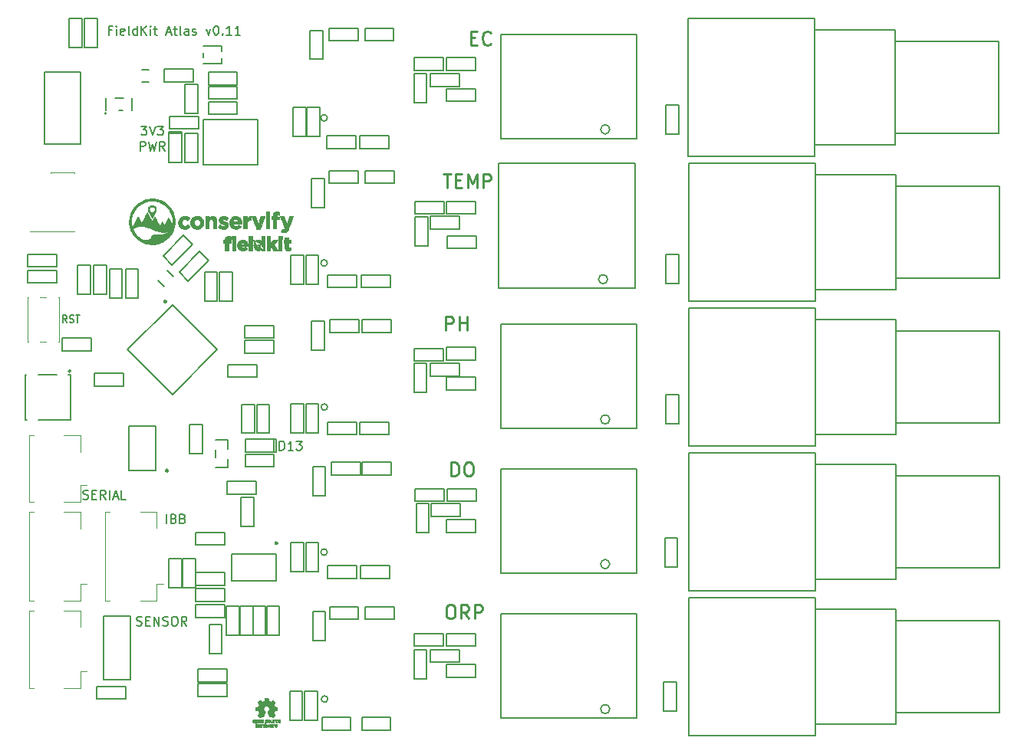
<source format=gbr>
G04 #@! TF.GenerationSoftware,KiCad,Pcbnew,(5.0.0)*
G04 #@! TF.CreationDate,2018-12-31T13:47:14-06:00*
G04 #@! TF.ProjectId,fk-atlas,666B2D61746C61732E6B696361645F70,rev?*
G04 #@! TF.SameCoordinates,Original*
G04 #@! TF.FileFunction,Legend,Top*
G04 #@! TF.FilePolarity,Positive*
%FSLAX46Y46*%
G04 Gerber Fmt 4.6, Leading zero omitted, Abs format (unit mm)*
G04 Created by KiCad (PCBNEW (5.0.0)) date 12/31/18 13:47:14*
%MOMM*%
%LPD*%
G01*
G04 APERTURE LIST*
%ADD10C,0.200000*%
%ADD11C,0.250000*%
%ADD12C,0.150000*%
%ADD13C,0.120000*%
%ADD14C,0.300000*%
%ADD15C,0.010000*%
G04 APERTURE END LIST*
D10*
X128809904Y-69595380D02*
X129428952Y-69595380D01*
X129095619Y-69976333D01*
X129238476Y-69976333D01*
X129333714Y-70023952D01*
X129381333Y-70071571D01*
X129428952Y-70166809D01*
X129428952Y-70404904D01*
X129381333Y-70500142D01*
X129333714Y-70547761D01*
X129238476Y-70595380D01*
X128952761Y-70595380D01*
X128857523Y-70547761D01*
X128809904Y-70500142D01*
X129714666Y-69595380D02*
X130048000Y-70595380D01*
X130381333Y-69595380D01*
X130619428Y-69595380D02*
X131238476Y-69595380D01*
X130905142Y-69976333D01*
X131048000Y-69976333D01*
X131143238Y-70023952D01*
X131190857Y-70071571D01*
X131238476Y-70166809D01*
X131238476Y-70404904D01*
X131190857Y-70500142D01*
X131143238Y-70547761D01*
X131048000Y-70595380D01*
X130762285Y-70595380D01*
X130667047Y-70547761D01*
X130619428Y-70500142D01*
X128714666Y-72295380D02*
X128714666Y-71295380D01*
X129095619Y-71295380D01*
X129190857Y-71343000D01*
X129238476Y-71390619D01*
X129286095Y-71485857D01*
X129286095Y-71628714D01*
X129238476Y-71723952D01*
X129190857Y-71771571D01*
X129095619Y-71819190D01*
X128714666Y-71819190D01*
X129619428Y-71295380D02*
X129857523Y-72295380D01*
X130048000Y-71581095D01*
X130238476Y-72295380D01*
X130476571Y-71295380D01*
X131428952Y-72295380D02*
X131095619Y-71819190D01*
X130857523Y-72295380D02*
X130857523Y-71295380D01*
X131238476Y-71295380D01*
X131333714Y-71343000D01*
X131381333Y-71390619D01*
X131428952Y-71485857D01*
X131428952Y-71628714D01*
X131381333Y-71723952D01*
X131333714Y-71771571D01*
X131238476Y-71819190D01*
X130857523Y-71819190D01*
X122404476Y-110767761D02*
X122547333Y-110815380D01*
X122785428Y-110815380D01*
X122880666Y-110767761D01*
X122928285Y-110720142D01*
X122975904Y-110624904D01*
X122975904Y-110529666D01*
X122928285Y-110434428D01*
X122880666Y-110386809D01*
X122785428Y-110339190D01*
X122594952Y-110291571D01*
X122499714Y-110243952D01*
X122452095Y-110196333D01*
X122404476Y-110101095D01*
X122404476Y-110005857D01*
X122452095Y-109910619D01*
X122499714Y-109863000D01*
X122594952Y-109815380D01*
X122833047Y-109815380D01*
X122975904Y-109863000D01*
X123404476Y-110291571D02*
X123737809Y-110291571D01*
X123880666Y-110815380D02*
X123404476Y-110815380D01*
X123404476Y-109815380D01*
X123880666Y-109815380D01*
X124880666Y-110815380D02*
X124547333Y-110339190D01*
X124309238Y-110815380D02*
X124309238Y-109815380D01*
X124690190Y-109815380D01*
X124785428Y-109863000D01*
X124833047Y-109910619D01*
X124880666Y-110005857D01*
X124880666Y-110148714D01*
X124833047Y-110243952D01*
X124785428Y-110291571D01*
X124690190Y-110339190D01*
X124309238Y-110339190D01*
X125309238Y-110815380D02*
X125309238Y-109815380D01*
X125737809Y-110529666D02*
X126214000Y-110529666D01*
X125642571Y-110815380D02*
X125975904Y-109815380D01*
X126309238Y-110815380D01*
X127118761Y-110815380D02*
X126642571Y-110815380D01*
X126642571Y-109815380D01*
X120592904Y-91293904D02*
X120326238Y-90912952D01*
X120135761Y-91293904D02*
X120135761Y-90493904D01*
X120440523Y-90493904D01*
X120516714Y-90532000D01*
X120554809Y-90570095D01*
X120592904Y-90646285D01*
X120592904Y-90760571D01*
X120554809Y-90836761D01*
X120516714Y-90874857D01*
X120440523Y-90912952D01*
X120135761Y-90912952D01*
X120897666Y-91255809D02*
X121011952Y-91293904D01*
X121202428Y-91293904D01*
X121278619Y-91255809D01*
X121316714Y-91217714D01*
X121354809Y-91141523D01*
X121354809Y-91065333D01*
X121316714Y-90989142D01*
X121278619Y-90951047D01*
X121202428Y-90912952D01*
X121050047Y-90874857D01*
X120973857Y-90836761D01*
X120935761Y-90798666D01*
X120897666Y-90722476D01*
X120897666Y-90646285D01*
X120935761Y-90570095D01*
X120973857Y-90532000D01*
X121050047Y-90493904D01*
X121240523Y-90493904D01*
X121354809Y-90532000D01*
X121583380Y-90493904D02*
X122040523Y-90493904D01*
X121811952Y-91293904D02*
X121811952Y-90493904D01*
X131588000Y-113482380D02*
X131588000Y-112482380D01*
X132397523Y-112958571D02*
X132540380Y-113006190D01*
X132588000Y-113053809D01*
X132635619Y-113149047D01*
X132635619Y-113291904D01*
X132588000Y-113387142D01*
X132540380Y-113434761D01*
X132445142Y-113482380D01*
X132064190Y-113482380D01*
X132064190Y-112482380D01*
X132397523Y-112482380D01*
X132492761Y-112530000D01*
X132540380Y-112577619D01*
X132588000Y-112672857D01*
X132588000Y-112768095D01*
X132540380Y-112863333D01*
X132492761Y-112910952D01*
X132397523Y-112958571D01*
X132064190Y-112958571D01*
X133397523Y-112958571D02*
X133540380Y-113006190D01*
X133588000Y-113053809D01*
X133635619Y-113149047D01*
X133635619Y-113291904D01*
X133588000Y-113387142D01*
X133540380Y-113434761D01*
X133445142Y-113482380D01*
X133064190Y-113482380D01*
X133064190Y-112482380D01*
X133397523Y-112482380D01*
X133492761Y-112530000D01*
X133540380Y-112577619D01*
X133588000Y-112672857D01*
X133588000Y-112768095D01*
X133540380Y-112863333D01*
X133492761Y-112910952D01*
X133397523Y-112958571D01*
X133064190Y-112958571D01*
X128302095Y-124737761D02*
X128444952Y-124785380D01*
X128683047Y-124785380D01*
X128778285Y-124737761D01*
X128825904Y-124690142D01*
X128873523Y-124594904D01*
X128873523Y-124499666D01*
X128825904Y-124404428D01*
X128778285Y-124356809D01*
X128683047Y-124309190D01*
X128492571Y-124261571D01*
X128397333Y-124213952D01*
X128349714Y-124166333D01*
X128302095Y-124071095D01*
X128302095Y-123975857D01*
X128349714Y-123880619D01*
X128397333Y-123833000D01*
X128492571Y-123785380D01*
X128730666Y-123785380D01*
X128873523Y-123833000D01*
X129302095Y-124261571D02*
X129635428Y-124261571D01*
X129778285Y-124785380D02*
X129302095Y-124785380D01*
X129302095Y-123785380D01*
X129778285Y-123785380D01*
X130206857Y-124785380D02*
X130206857Y-123785380D01*
X130778285Y-124785380D01*
X130778285Y-123785380D01*
X131206857Y-124737761D02*
X131349714Y-124785380D01*
X131587809Y-124785380D01*
X131683047Y-124737761D01*
X131730666Y-124690142D01*
X131778285Y-124594904D01*
X131778285Y-124499666D01*
X131730666Y-124404428D01*
X131683047Y-124356809D01*
X131587809Y-124309190D01*
X131397333Y-124261571D01*
X131302095Y-124213952D01*
X131254476Y-124166333D01*
X131206857Y-124071095D01*
X131206857Y-123975857D01*
X131254476Y-123880619D01*
X131302095Y-123833000D01*
X131397333Y-123785380D01*
X131635428Y-123785380D01*
X131778285Y-123833000D01*
X132397333Y-123785380D02*
X132587809Y-123785380D01*
X132683047Y-123833000D01*
X132778285Y-123928238D01*
X132825904Y-124118714D01*
X132825904Y-124452047D01*
X132778285Y-124642523D01*
X132683047Y-124737761D01*
X132587809Y-124785380D01*
X132397333Y-124785380D01*
X132302095Y-124737761D01*
X132206857Y-124642523D01*
X132159238Y-124452047D01*
X132159238Y-124118714D01*
X132206857Y-123928238D01*
X132302095Y-123833000D01*
X132397333Y-123785380D01*
X133825904Y-124785380D02*
X133492571Y-124309190D01*
X133254476Y-124785380D02*
X133254476Y-123785380D01*
X133635428Y-123785380D01*
X133730666Y-123833000D01*
X133778285Y-123880619D01*
X133825904Y-123975857D01*
X133825904Y-124118714D01*
X133778285Y-124213952D01*
X133730666Y-124261571D01*
X133635428Y-124309190D01*
X133254476Y-124309190D01*
X144073714Y-105405180D02*
X144073714Y-104405180D01*
X144311809Y-104405180D01*
X144454666Y-104452800D01*
X144549904Y-104548038D01*
X144597523Y-104643276D01*
X144645142Y-104833752D01*
X144645142Y-104976609D01*
X144597523Y-105167085D01*
X144549904Y-105262323D01*
X144454666Y-105357561D01*
X144311809Y-105405180D01*
X144073714Y-105405180D01*
X145597523Y-105405180D02*
X145026095Y-105405180D01*
X145311809Y-105405180D02*
X145311809Y-104405180D01*
X145216571Y-104548038D01*
X145121333Y-104643276D01*
X145026095Y-104690895D01*
X145930857Y-104405180D02*
X146549904Y-104405180D01*
X146216571Y-104786133D01*
X146359428Y-104786133D01*
X146454666Y-104833752D01*
X146502285Y-104881371D01*
X146549904Y-104976609D01*
X146549904Y-105214704D01*
X146502285Y-105309942D01*
X146454666Y-105357561D01*
X146359428Y-105405180D01*
X146073714Y-105405180D01*
X145978476Y-105357561D01*
X145930857Y-105309942D01*
X149349268Y-68681600D02*
G75*
G03X149349268Y-68681600I-352868J0D01*
G01*
X149349268Y-84709000D02*
G75*
G03X149349268Y-84709000I-352868J0D01*
G01*
X149374668Y-100634800D02*
G75*
G03X149374668Y-100634800I-352868J0D01*
G01*
X149349268Y-116662200D02*
G75*
G03X149349268Y-116662200I-352868J0D01*
G01*
X149400068Y-132892800D02*
G75*
G03X149400068Y-132892800I-352868J0D01*
G01*
D11*
X162822142Y-122495571D02*
X163107857Y-122495571D01*
X163250714Y-122567000D01*
X163393571Y-122709857D01*
X163465000Y-122995571D01*
X163465000Y-123495571D01*
X163393571Y-123781285D01*
X163250714Y-123924142D01*
X163107857Y-123995571D01*
X162822142Y-123995571D01*
X162679285Y-123924142D01*
X162536428Y-123781285D01*
X162465000Y-123495571D01*
X162465000Y-122995571D01*
X162536428Y-122709857D01*
X162679285Y-122567000D01*
X162822142Y-122495571D01*
X164965000Y-123995571D02*
X164465000Y-123281285D01*
X164107857Y-123995571D02*
X164107857Y-122495571D01*
X164679285Y-122495571D01*
X164822142Y-122567000D01*
X164893571Y-122638428D01*
X164965000Y-122781285D01*
X164965000Y-122995571D01*
X164893571Y-123138428D01*
X164822142Y-123209857D01*
X164679285Y-123281285D01*
X164107857Y-123281285D01*
X165607857Y-123995571D02*
X165607857Y-122495571D01*
X166179285Y-122495571D01*
X166322142Y-122567000D01*
X166393571Y-122638428D01*
X166465000Y-122781285D01*
X166465000Y-122995571D01*
X166393571Y-123138428D01*
X166322142Y-123209857D01*
X166179285Y-123281285D01*
X165607857Y-123281285D01*
X163032428Y-108247571D02*
X163032428Y-106747571D01*
X163389571Y-106747571D01*
X163603857Y-106819000D01*
X163746714Y-106961857D01*
X163818142Y-107104714D01*
X163889571Y-107390428D01*
X163889571Y-107604714D01*
X163818142Y-107890428D01*
X163746714Y-108033285D01*
X163603857Y-108176142D01*
X163389571Y-108247571D01*
X163032428Y-108247571D01*
X164818142Y-106747571D02*
X165103857Y-106747571D01*
X165246714Y-106819000D01*
X165389571Y-106961857D01*
X165461000Y-107247571D01*
X165461000Y-107747571D01*
X165389571Y-108033285D01*
X165246714Y-108176142D01*
X165103857Y-108247571D01*
X164818142Y-108247571D01*
X164675285Y-108176142D01*
X164532428Y-108033285D01*
X164461000Y-107747571D01*
X164461000Y-107247571D01*
X164532428Y-106961857D01*
X164675285Y-106819000D01*
X164818142Y-106747571D01*
X162397428Y-92118571D02*
X162397428Y-90618571D01*
X162968857Y-90618571D01*
X163111714Y-90690000D01*
X163183142Y-90761428D01*
X163254571Y-90904285D01*
X163254571Y-91118571D01*
X163183142Y-91261428D01*
X163111714Y-91332857D01*
X162968857Y-91404285D01*
X162397428Y-91404285D01*
X163897428Y-92118571D02*
X163897428Y-90618571D01*
X163897428Y-91332857D02*
X164754571Y-91332857D01*
X164754571Y-92118571D02*
X164754571Y-90618571D01*
X162131714Y-74870571D02*
X162988857Y-74870571D01*
X162560285Y-76370571D02*
X162560285Y-74870571D01*
X163488857Y-75584857D02*
X163988857Y-75584857D01*
X164203142Y-76370571D02*
X163488857Y-76370571D01*
X163488857Y-74870571D01*
X164203142Y-74870571D01*
X164846000Y-76370571D02*
X164846000Y-74870571D01*
X165346000Y-75942000D01*
X165846000Y-74870571D01*
X165846000Y-76370571D01*
X166560285Y-76370571D02*
X166560285Y-74870571D01*
X167131714Y-74870571D01*
X167274571Y-74942000D01*
X167346000Y-75013428D01*
X167417428Y-75156285D01*
X167417428Y-75370571D01*
X167346000Y-75513428D01*
X167274571Y-75584857D01*
X167131714Y-75656285D01*
X166560285Y-75656285D01*
X165171571Y-59836857D02*
X165671571Y-59836857D01*
X165885857Y-60622571D02*
X165171571Y-60622571D01*
X165171571Y-59122571D01*
X165885857Y-59122571D01*
X167385857Y-60479714D02*
X167314428Y-60551142D01*
X167100142Y-60622571D01*
X166957285Y-60622571D01*
X166743000Y-60551142D01*
X166600142Y-60408285D01*
X166528714Y-60265428D01*
X166457285Y-59979714D01*
X166457285Y-59765428D01*
X166528714Y-59479714D01*
X166600142Y-59336857D01*
X166743000Y-59194000D01*
X166957285Y-59122571D01*
X167100142Y-59122571D01*
X167314428Y-59194000D01*
X167385857Y-59265428D01*
D10*
X125556238Y-58983571D02*
X125222904Y-58983571D01*
X125222904Y-59507380D02*
X125222904Y-58507380D01*
X125699095Y-58507380D01*
X126080047Y-59507380D02*
X126080047Y-58840714D01*
X126080047Y-58507380D02*
X126032428Y-58555000D01*
X126080047Y-58602619D01*
X126127666Y-58555000D01*
X126080047Y-58507380D01*
X126080047Y-58602619D01*
X126937190Y-59459761D02*
X126841952Y-59507380D01*
X126651476Y-59507380D01*
X126556238Y-59459761D01*
X126508619Y-59364523D01*
X126508619Y-58983571D01*
X126556238Y-58888333D01*
X126651476Y-58840714D01*
X126841952Y-58840714D01*
X126937190Y-58888333D01*
X126984809Y-58983571D01*
X126984809Y-59078809D01*
X126508619Y-59174047D01*
X127556238Y-59507380D02*
X127461000Y-59459761D01*
X127413380Y-59364523D01*
X127413380Y-58507380D01*
X128365761Y-59507380D02*
X128365761Y-58507380D01*
X128365761Y-59459761D02*
X128270523Y-59507380D01*
X128080047Y-59507380D01*
X127984809Y-59459761D01*
X127937190Y-59412142D01*
X127889571Y-59316904D01*
X127889571Y-59031190D01*
X127937190Y-58935952D01*
X127984809Y-58888333D01*
X128080047Y-58840714D01*
X128270523Y-58840714D01*
X128365761Y-58888333D01*
X128841952Y-59507380D02*
X128841952Y-58507380D01*
X129413380Y-59507380D02*
X128984809Y-58935952D01*
X129413380Y-58507380D02*
X128841952Y-59078809D01*
X129841952Y-59507380D02*
X129841952Y-58840714D01*
X129841952Y-58507380D02*
X129794333Y-58555000D01*
X129841952Y-58602619D01*
X129889571Y-58555000D01*
X129841952Y-58507380D01*
X129841952Y-58602619D01*
X130175285Y-58840714D02*
X130556238Y-58840714D01*
X130318142Y-58507380D02*
X130318142Y-59364523D01*
X130365761Y-59459761D01*
X130461000Y-59507380D01*
X130556238Y-59507380D01*
X131603857Y-59221666D02*
X132080047Y-59221666D01*
X131508619Y-59507380D02*
X131841952Y-58507380D01*
X132175285Y-59507380D01*
X132365761Y-58840714D02*
X132746714Y-58840714D01*
X132508619Y-58507380D02*
X132508619Y-59364523D01*
X132556238Y-59459761D01*
X132651476Y-59507380D01*
X132746714Y-59507380D01*
X133222904Y-59507380D02*
X133127666Y-59459761D01*
X133080047Y-59364523D01*
X133080047Y-58507380D01*
X134032428Y-59507380D02*
X134032428Y-58983571D01*
X133984809Y-58888333D01*
X133889571Y-58840714D01*
X133699095Y-58840714D01*
X133603857Y-58888333D01*
X134032428Y-59459761D02*
X133937190Y-59507380D01*
X133699095Y-59507380D01*
X133603857Y-59459761D01*
X133556238Y-59364523D01*
X133556238Y-59269285D01*
X133603857Y-59174047D01*
X133699095Y-59126428D01*
X133937190Y-59126428D01*
X134032428Y-59078809D01*
X134461000Y-59459761D02*
X134556238Y-59507380D01*
X134746714Y-59507380D01*
X134841952Y-59459761D01*
X134889571Y-59364523D01*
X134889571Y-59316904D01*
X134841952Y-59221666D01*
X134746714Y-59174047D01*
X134603857Y-59174047D01*
X134508619Y-59126428D01*
X134461000Y-59031190D01*
X134461000Y-58983571D01*
X134508619Y-58888333D01*
X134603857Y-58840714D01*
X134746714Y-58840714D01*
X134841952Y-58888333D01*
X135984809Y-58840714D02*
X136222904Y-59507380D01*
X136461000Y-58840714D01*
X137032428Y-58507380D02*
X137127666Y-58507380D01*
X137222904Y-58555000D01*
X137270523Y-58602619D01*
X137318142Y-58697857D01*
X137365761Y-58888333D01*
X137365761Y-59126428D01*
X137318142Y-59316904D01*
X137270523Y-59412142D01*
X137222904Y-59459761D01*
X137127666Y-59507380D01*
X137032428Y-59507380D01*
X136937190Y-59459761D01*
X136889571Y-59412142D01*
X136841952Y-59316904D01*
X136794333Y-59126428D01*
X136794333Y-58888333D01*
X136841952Y-58697857D01*
X136889571Y-58602619D01*
X136937190Y-58555000D01*
X137032428Y-58507380D01*
X137794333Y-59412142D02*
X137841952Y-59459761D01*
X137794333Y-59507380D01*
X137746714Y-59459761D01*
X137794333Y-59412142D01*
X137794333Y-59507380D01*
X138794333Y-59507380D02*
X138222904Y-59507380D01*
X138508619Y-59507380D02*
X138508619Y-58507380D01*
X138413380Y-58650238D01*
X138318142Y-58745476D01*
X138222904Y-58793095D01*
X139746714Y-59507380D02*
X139175285Y-59507380D01*
X139461000Y-59507380D02*
X139461000Y-58507380D01*
X139365761Y-58650238D01*
X139270523Y-58745476D01*
X139175285Y-58793095D01*
D12*
G04 #@! TO.C,D1*
X133288000Y-70409000D02*
X133288000Y-73609000D01*
X133288000Y-73609000D02*
X131888000Y-73609000D01*
X131888000Y-73609000D02*
X131888000Y-70409000D01*
X131888000Y-70409000D02*
X133288000Y-70409000D01*
X133288000Y-70409000D02*
X133288000Y-70209000D01*
X133288000Y-70209000D02*
X131888000Y-70209000D01*
X131888000Y-70209000D02*
X131888000Y-70409000D01*
G04 #@! TO.C,R17*
X131916000Y-68515000D02*
X131916000Y-69915000D01*
X135116000Y-68515000D02*
X135116000Y-69915000D01*
X131916000Y-68515000D02*
X135116000Y-68515000D01*
X135116000Y-69915000D02*
X131916000Y-69915000D01*
D13*
G04 #@! TO.C,J6*
X116405000Y-123096000D02*
X116955000Y-123096000D01*
X116405000Y-131666000D02*
X116405000Y-123096000D01*
X116955000Y-131666000D02*
X116405000Y-131666000D01*
X122075000Y-123096000D02*
X122075000Y-124946000D01*
X120275000Y-123096000D02*
X122075000Y-123096000D01*
X122075000Y-129816000D02*
X122815000Y-129816000D01*
X122075000Y-131666000D02*
X122075000Y-129816000D01*
X120275000Y-131666000D02*
X122075000Y-131666000D01*
D12*
G04 #@! TO.C,C24*
X127076000Y-132907000D02*
X127076000Y-131507000D01*
X123876000Y-132907000D02*
X123876000Y-131507000D01*
X127076000Y-132907000D02*
X123876000Y-132907000D01*
X123876000Y-131507000D02*
X127076000Y-131507000D01*
G04 #@! TO.C,J10*
X127619000Y-130754000D02*
X124669000Y-130754000D01*
X127619000Y-123754000D02*
X127619000Y-130754000D01*
X124669000Y-123754000D02*
X127619000Y-123754000D01*
X124669000Y-130754000D02*
X124669000Y-123754000D01*
G04 #@! TO.C,C23*
X134812000Y-117399000D02*
X134812000Y-120599000D01*
X133412000Y-120599000D02*
X133412000Y-117399000D01*
X133412000Y-117399000D02*
X134812000Y-117399000D01*
X133412000Y-120599000D02*
X134812000Y-120599000D01*
G04 #@! TO.C,C22*
X131888000Y-120599000D02*
X133288000Y-120599000D01*
X131888000Y-117399000D02*
X133288000Y-117399000D01*
X131888000Y-120599000D02*
X131888000Y-117399000D01*
X133288000Y-117399000D02*
X133288000Y-120599000D01*
G04 #@! TO.C,R14*
X141159000Y-125806000D02*
X141159000Y-122606000D01*
X142559000Y-122606000D02*
X142559000Y-125806000D01*
X142559000Y-125806000D02*
X141159000Y-125806000D01*
X142559000Y-122606000D02*
X141159000Y-122606000D01*
G04 #@! TO.C,R15*
X138252000Y-132589500D02*
X135052000Y-132589500D01*
X135052000Y-131189500D02*
X138252000Y-131189500D01*
X138252000Y-131189500D02*
X138252000Y-132589500D01*
X135052000Y-131189500D02*
X135052000Y-132589500D01*
G04 #@! TO.C,R16*
X135052000Y-129602000D02*
X135052000Y-131002000D01*
X138252000Y-129602000D02*
X138252000Y-131002000D01*
X135052000Y-129602000D02*
X138252000Y-129602000D01*
X138252000Y-131002000D02*
X135052000Y-131002000D01*
G04 #@! TO.C,J2*
X122154000Y-71594000D02*
X122154000Y-63594000D01*
X118154000Y-71594000D02*
X122154000Y-71594000D01*
X118154000Y-63594000D02*
X118154000Y-71594000D01*
X122154000Y-63594000D02*
X118154000Y-63594000D01*
G04 #@! TO.C,U302*
X180299000Y-86502000D02*
G75*
G03X180299000Y-86502000I-500000J0D01*
G01*
X183299000Y-73702000D02*
X183299000Y-87502000D01*
X168299000Y-73702000D02*
X183299000Y-73702000D01*
X168299000Y-87502000D02*
X168299000Y-73702000D01*
X183299000Y-87502000D02*
X168299000Y-87502000D01*
G04 #@! TO.C,R204*
X160706000Y-63816000D02*
X160706000Y-65216000D01*
X163906000Y-63816000D02*
X163906000Y-65216000D01*
X160706000Y-63816000D02*
X163906000Y-63816000D01*
X163906000Y-65216000D02*
X160706000Y-65216000D01*
D13*
G04 #@! TO.C,J5*
X116405000Y-112184000D02*
X116955000Y-112184000D01*
X116405000Y-122004000D02*
X116405000Y-112184000D01*
X116955000Y-122004000D02*
X116405000Y-122004000D01*
X122075000Y-112184000D02*
X122075000Y-114034000D01*
X120275000Y-112184000D02*
X122075000Y-112184000D01*
X122075000Y-120154000D02*
X122815000Y-120154000D01*
X122075000Y-122004000D02*
X122075000Y-120154000D01*
X120275000Y-122004000D02*
X122075000Y-122004000D01*
G04 #@! TO.C,SW1*
X116233000Y-88482000D02*
X116333000Y-88482000D01*
X119733000Y-88482000D02*
X119633000Y-88482000D01*
X119633000Y-93382000D02*
X119733000Y-93382000D01*
X116233000Y-93382000D02*
X116333000Y-93382000D01*
X117633000Y-93382000D02*
X118333000Y-93382000D01*
X117633000Y-88482000D02*
X118333000Y-88482000D01*
X116233000Y-88482000D02*
X116233000Y-93382000D01*
X119733000Y-93382000D02*
X119733000Y-88482000D01*
D12*
G04 #@! TO.C,U202*
X183527600Y-70950000D02*
X168527600Y-70950000D01*
X168527600Y-70950000D02*
X168527600Y-59450000D01*
X168527600Y-59450000D02*
X183527600Y-59450000D01*
X183527600Y-59450000D02*
X183527600Y-70950000D01*
X180527600Y-69950000D02*
G75*
G03X180527600Y-69950000I-500000J0D01*
G01*
G04 #@! TO.C,U402*
X183527600Y-102996000D02*
X168527600Y-102996000D01*
X168527600Y-102996000D02*
X168527600Y-91496000D01*
X168527600Y-91496000D02*
X183527600Y-91496000D01*
X183527600Y-91496000D02*
X183527600Y-102996000D01*
X180527600Y-101996000D02*
G75*
G03X180527600Y-101996000I-500000J0D01*
G01*
G04 #@! TO.C,U502*
X183522000Y-118982500D02*
X168522000Y-118982500D01*
X168522000Y-118982500D02*
X168522000Y-107482500D01*
X168522000Y-107482500D02*
X183522000Y-107482500D01*
X183522000Y-107482500D02*
X183522000Y-118982500D01*
X180522000Y-117982500D02*
G75*
G03X180522000Y-117982500I-500000J0D01*
G01*
G04 #@! TO.C,U602*
X183522000Y-135000000D02*
X168522000Y-135000000D01*
X168522000Y-135000000D02*
X168522000Y-123500000D01*
X168522000Y-123500000D02*
X183522000Y-123500000D01*
X183522000Y-123500000D02*
X183522000Y-135000000D01*
X180522000Y-134000000D02*
G75*
G03X180522000Y-134000000I-500000J0D01*
G01*
G04 #@! TO.C,J601*
X189214000Y-121666000D02*
X189214000Y-136906000D01*
X189214000Y-136906000D02*
X203184000Y-136906000D01*
X203184000Y-136906000D02*
X203184000Y-121666000D01*
X203184000Y-121666000D02*
X189214000Y-121666000D01*
X203184000Y-122936000D02*
X212074000Y-122936000D01*
X212074000Y-122936000D02*
X212074000Y-135636000D01*
X212074000Y-135636000D02*
X203184000Y-135636000D01*
X212074000Y-124206000D02*
X223504000Y-124206000D01*
X223504000Y-124206000D02*
X223504000Y-134366000D01*
X223504000Y-134366000D02*
X212074000Y-134366000D01*
G04 #@! TO.C,J501*
X189214000Y-105664000D02*
X189214000Y-120904000D01*
X189214000Y-120904000D02*
X203184000Y-120904000D01*
X203184000Y-120904000D02*
X203184000Y-105664000D01*
X203184000Y-105664000D02*
X189214000Y-105664000D01*
X203184000Y-106934000D02*
X212074000Y-106934000D01*
X212074000Y-106934000D02*
X212074000Y-119634000D01*
X212074000Y-119634000D02*
X203184000Y-119634000D01*
X212074000Y-108204000D02*
X223504000Y-108204000D01*
X223504000Y-108204000D02*
X223504000Y-118364000D01*
X223504000Y-118364000D02*
X212074000Y-118364000D01*
G04 #@! TO.C,J301*
X189214000Y-73660000D02*
X189214000Y-88900000D01*
X189214000Y-88900000D02*
X203184000Y-88900000D01*
X203184000Y-88900000D02*
X203184000Y-73660000D01*
X203184000Y-73660000D02*
X189214000Y-73660000D01*
X203184000Y-74930000D02*
X212074000Y-74930000D01*
X212074000Y-74930000D02*
X212074000Y-87630000D01*
X212074000Y-87630000D02*
X203184000Y-87630000D01*
X212074000Y-76200000D02*
X223504000Y-76200000D01*
X223504000Y-76200000D02*
X223504000Y-86360000D01*
X223504000Y-86360000D02*
X212074000Y-86360000D01*
G04 #@! TO.C,J401*
X189214000Y-89658000D02*
X189214000Y-104898000D01*
X189214000Y-104898000D02*
X203184000Y-104898000D01*
X203184000Y-104898000D02*
X203184000Y-89658000D01*
X203184000Y-89658000D02*
X189214000Y-89658000D01*
X203184000Y-90928000D02*
X212074000Y-90928000D01*
X212074000Y-90928000D02*
X212074000Y-103628000D01*
X212074000Y-103628000D02*
X203184000Y-103628000D01*
X212074000Y-92198000D02*
X223504000Y-92198000D01*
X223504000Y-92198000D02*
X223504000Y-102358000D01*
X223504000Y-102358000D02*
X212074000Y-102358000D01*
G04 #@! TO.C,J201*
X189150500Y-57658000D02*
X189150500Y-72898000D01*
X189150500Y-72898000D02*
X203120500Y-72898000D01*
X203120500Y-72898000D02*
X203120500Y-57658000D01*
X203120500Y-57658000D02*
X189150500Y-57658000D01*
X203120500Y-58928000D02*
X212010500Y-58928000D01*
X212010500Y-58928000D02*
X212010500Y-71628000D01*
X212010500Y-71628000D02*
X203120500Y-71628000D01*
X212010500Y-60198000D02*
X223440500Y-60198000D01*
X223440500Y-60198000D02*
X223440500Y-70358000D01*
X223440500Y-70358000D02*
X212010500Y-70358000D01*
D13*
G04 #@! TO.C,J4*
X116405000Y-103782000D02*
X116955000Y-103782000D01*
X116405000Y-111102000D02*
X116405000Y-103782000D01*
X116955000Y-111102000D02*
X116405000Y-111102000D01*
X122075000Y-103782000D02*
X122075000Y-105632000D01*
X120275000Y-103782000D02*
X122075000Y-103782000D01*
X122075000Y-109252000D02*
X122815000Y-109252000D01*
X122075000Y-111102000D02*
X122075000Y-109252000D01*
X120275000Y-111102000D02*
X122075000Y-111102000D01*
D12*
G04 #@! TO.C,U5*
X115991000Y-102068000D02*
X116191000Y-102068000D01*
X115991000Y-100518000D02*
X115991000Y-102068000D01*
X118191000Y-102068000D02*
X117491000Y-102068000D01*
X115991000Y-97068000D02*
X115991000Y-100568000D01*
X118191000Y-102068000D02*
X120791000Y-102068000D01*
X121045421Y-96647000D02*
G75*
G03X121045421Y-96647000I-141421J0D01*
G01*
X117491000Y-97068000D02*
X119491000Y-97068000D01*
X120791000Y-97068000D02*
X120991000Y-97068000D01*
X120991000Y-97068000D02*
X120991000Y-102068000D01*
X120991000Y-102068000D02*
X120791000Y-102068000D01*
X115991000Y-97068000D02*
X116141000Y-97068000D01*
G04 #@! TO.C,C1*
X125309400Y-88569600D02*
X126709400Y-88569600D01*
X125309400Y-85369600D02*
X126709400Y-85369600D01*
X125309400Y-88569600D02*
X125309400Y-85369600D01*
X126709400Y-85369600D02*
X126709400Y-88569600D01*
G04 #@! TO.C,C2*
X127087400Y-88569600D02*
X128487400Y-88569600D01*
X127087400Y-85369600D02*
X128487400Y-85369600D01*
X127087400Y-88569600D02*
X127087400Y-85369600D01*
X128487400Y-85369600D02*
X128487400Y-88569600D01*
G04 #@! TO.C,C3*
X134468346Y-82675604D02*
X133478396Y-81685654D01*
X132205604Y-84938346D02*
X131215654Y-83948396D01*
X134468346Y-82675604D02*
X132205604Y-84938346D01*
X131215654Y-83948396D02*
X133478396Y-81685654D01*
G04 #@! TO.C,C4*
X136246346Y-84453604D02*
X135256396Y-83463654D01*
X133983604Y-86716346D02*
X132993654Y-85726396D01*
X136246346Y-84453604D02*
X133983604Y-86716346D01*
X132993654Y-85726396D02*
X135256396Y-83463654D01*
G04 #@! TO.C,C5*
X135825000Y-88915000D02*
X137225000Y-88915000D01*
X135825000Y-85715000D02*
X137225000Y-85715000D01*
X135825000Y-88915000D02*
X135825000Y-85715000D01*
X137225000Y-85715000D02*
X137225000Y-88915000D01*
G04 #@! TO.C,C6*
X137476000Y-88915000D02*
X138876000Y-88915000D01*
X137476000Y-85715000D02*
X138876000Y-85715000D01*
X137476000Y-88915000D02*
X137476000Y-85715000D01*
X138876000Y-85715000D02*
X138876000Y-88915000D01*
G04 #@! TO.C,C7*
X123556800Y-88163200D02*
X124956800Y-88163200D01*
X123556800Y-84963200D02*
X124956800Y-84963200D01*
X123556800Y-88163200D02*
X123556800Y-84963200D01*
X124956800Y-84963200D02*
X124956800Y-88163200D01*
G04 #@! TO.C,C8*
X126872800Y-98286800D02*
X126872800Y-96886800D01*
X123672800Y-98286800D02*
X123672800Y-96886800D01*
X126872800Y-98286800D02*
X123672800Y-98286800D01*
X123672800Y-96886800D02*
X126872800Y-96886800D01*
G04 #@! TO.C,C9*
X138354000Y-95947000D02*
X138354000Y-97347000D01*
X141554000Y-95947000D02*
X141554000Y-97347000D01*
X138354000Y-95947000D02*
X141554000Y-95947000D01*
X141554000Y-97347000D02*
X138354000Y-97347000D01*
G04 #@! TO.C,C10*
X135066000Y-64948000D02*
X133666000Y-64948000D01*
X135066000Y-68148000D02*
X133666000Y-68148000D01*
X135066000Y-64948000D02*
X135066000Y-68148000D01*
X133666000Y-68148000D02*
X133666000Y-64948000D01*
G04 #@! TO.C,C11*
X136217900Y-63612800D02*
X136217900Y-65012800D01*
X139417900Y-63612800D02*
X139417900Y-65012800D01*
X136217900Y-63612800D02*
X139417900Y-63612800D01*
X139417900Y-65012800D02*
X136217900Y-65012800D01*
G04 #@! TO.C,C12*
X139420400Y-68276700D02*
X139420400Y-66876700D01*
X136220400Y-68276700D02*
X136220400Y-66876700D01*
X139420400Y-68276700D02*
X136220400Y-68276700D01*
X136220400Y-66876700D02*
X139420400Y-66876700D01*
G04 #@! TO.C,C13*
X122568309Y-60927421D02*
X123968309Y-60927421D01*
X122568309Y-57727421D02*
X123968309Y-57727421D01*
X122568309Y-60927421D02*
X122568309Y-57727421D01*
X123968309Y-57727421D02*
X123968309Y-60927421D01*
G04 #@! TO.C,C14*
X139420400Y-66600300D02*
X139420400Y-65200300D01*
X136220400Y-66600300D02*
X136220400Y-65200300D01*
X139420400Y-66600300D02*
X136220400Y-66600300D01*
X136220400Y-65200300D02*
X139420400Y-65200300D01*
G04 #@! TO.C,C15*
X133666000Y-73570000D02*
X135066000Y-73570000D01*
X133666000Y-70370000D02*
X135066000Y-70370000D01*
X133666000Y-73570000D02*
X133666000Y-70370000D01*
X135066000Y-70370000D02*
X135066000Y-73570000D01*
G04 #@! TO.C,C16*
X134161300Y-105752700D02*
X135561300Y-105752700D01*
X134161300Y-102552700D02*
X135561300Y-102552700D01*
X134161300Y-105752700D02*
X134161300Y-102552700D01*
X135561300Y-102552700D02*
X135561300Y-105752700D01*
G04 #@! TO.C,C17*
X139825500Y-113804500D02*
X141225500Y-113804500D01*
X139825500Y-110604500D02*
X141225500Y-110604500D01*
X139825500Y-113804500D02*
X139825500Y-110604500D01*
X141225500Y-110604500D02*
X141225500Y-113804500D01*
G04 #@! TO.C,C18*
X144083000Y-122606000D02*
X142683000Y-122606000D01*
X144083000Y-125806000D02*
X142683000Y-125806000D01*
X144083000Y-122606000D02*
X144083000Y-125806000D01*
X142683000Y-125806000D02*
X142683000Y-122606000D01*
G04 #@! TO.C,C19*
X141162000Y-122606000D02*
X139762000Y-122606000D01*
X141162000Y-125806000D02*
X139762000Y-125806000D01*
X141162000Y-122606000D02*
X141162000Y-125806000D01*
X139762000Y-125806000D02*
X139762000Y-122606000D01*
G04 #@! TO.C,C201*
X156120000Y-72074000D02*
X156120000Y-70674000D01*
X152920000Y-72074000D02*
X152920000Y-70674000D01*
X156120000Y-72074000D02*
X152920000Y-72074000D01*
X152920000Y-70674000D02*
X156120000Y-70674000D01*
G04 #@! TO.C,C202*
X152476000Y-72074000D02*
X152476000Y-70674000D01*
X149276000Y-72074000D02*
X149276000Y-70674000D01*
X152476000Y-72074000D02*
X149276000Y-72074000D01*
X149276000Y-70674000D02*
X152476000Y-70674000D01*
G04 #@! TO.C,C203*
X152770600Y-60161400D02*
X152770600Y-58761400D01*
X149570600Y-60161400D02*
X149570600Y-58761400D01*
X152770600Y-60161400D02*
X149570600Y-60161400D01*
X149570600Y-58761400D02*
X152770600Y-58761400D01*
G04 #@! TO.C,C204*
X153492400Y-58761400D02*
X153492400Y-60161400D01*
X156692400Y-58761400D02*
X156692400Y-60161400D01*
X153492400Y-58761400D02*
X156692400Y-58761400D01*
X156692400Y-60161400D02*
X153492400Y-60161400D01*
G04 #@! TO.C,C205*
X147458200Y-62214600D02*
X148858200Y-62214600D01*
X147458200Y-59014600D02*
X148858200Y-59014600D01*
X147458200Y-62214600D02*
X147458200Y-59014600D01*
X148858200Y-59014600D02*
X148858200Y-62214600D01*
G04 #@! TO.C,C206*
X186752000Y-70434000D02*
X188152000Y-70434000D01*
X186752000Y-67234000D02*
X188152000Y-67234000D01*
X186752000Y-70434000D02*
X186752000Y-67234000D01*
X188152000Y-67234000D02*
X188152000Y-70434000D01*
G04 #@! TO.C,C301*
X156325000Y-87441000D02*
X156325000Y-86041000D01*
X153125000Y-87441000D02*
X153125000Y-86041000D01*
X156325000Y-87441000D02*
X153125000Y-87441000D01*
X153125000Y-86041000D02*
X156325000Y-86041000D01*
G04 #@! TO.C,C302*
X152603000Y-87441000D02*
X152603000Y-86041000D01*
X149403000Y-87441000D02*
X149403000Y-86041000D01*
X152603000Y-87441000D02*
X149403000Y-87441000D01*
X149403000Y-86041000D02*
X152603000Y-86041000D01*
G04 #@! TO.C,C303*
X152745200Y-75909400D02*
X152745200Y-74509400D01*
X149545200Y-75909400D02*
X149545200Y-74509400D01*
X152745200Y-75909400D02*
X149545200Y-75909400D01*
X149545200Y-74509400D02*
X152745200Y-74509400D01*
G04 #@! TO.C,C304*
X153517800Y-74509400D02*
X153517800Y-75909400D01*
X156717800Y-74509400D02*
X156717800Y-75909400D01*
X153517800Y-74509400D02*
X156717800Y-74509400D01*
X156717800Y-75909400D02*
X153517800Y-75909400D01*
G04 #@! TO.C,C305*
X147636000Y-78562000D02*
X149036000Y-78562000D01*
X147636000Y-75362000D02*
X149036000Y-75362000D01*
X147636000Y-78562000D02*
X147636000Y-75362000D01*
X149036000Y-75362000D02*
X149036000Y-78562000D01*
G04 #@! TO.C,C306*
X186752000Y-86944000D02*
X188152000Y-86944000D01*
X186752000Y-83744000D02*
X188152000Y-83744000D01*
X186752000Y-86944000D02*
X186752000Y-83744000D01*
X188152000Y-83744000D02*
X188152000Y-86944000D01*
G04 #@! TO.C,C401*
X156120000Y-103697000D02*
X156120000Y-102297000D01*
X152920000Y-103697000D02*
X152920000Y-102297000D01*
X156120000Y-103697000D02*
X152920000Y-103697000D01*
X152920000Y-102297000D02*
X156120000Y-102297000D01*
G04 #@! TO.C,C402*
X152603000Y-103697000D02*
X152603000Y-102297000D01*
X149403000Y-103697000D02*
X149403000Y-102297000D01*
X152603000Y-103697000D02*
X149403000Y-103697000D01*
X149403000Y-102297000D02*
X152603000Y-102297000D01*
G04 #@! TO.C,C403*
X152806200Y-92394000D02*
X152806200Y-90994000D01*
X149606200Y-92394000D02*
X149606200Y-90994000D01*
X152806200Y-92394000D02*
X149606200Y-92394000D01*
X149606200Y-90994000D02*
X152806200Y-90994000D01*
G04 #@! TO.C,C404*
X153174000Y-90994000D02*
X153174000Y-92394000D01*
X156374000Y-90994000D02*
X156374000Y-92394000D01*
X153174000Y-90994000D02*
X156374000Y-90994000D01*
X156374000Y-92394000D02*
X153174000Y-92394000D01*
G04 #@! TO.C,C405*
X147636000Y-94310000D02*
X149036000Y-94310000D01*
X147636000Y-91110000D02*
X149036000Y-91110000D01*
X147636000Y-94310000D02*
X147636000Y-91110000D01*
X149036000Y-91110000D02*
X149036000Y-94310000D01*
G04 #@! TO.C,C406*
X186752000Y-102438000D02*
X188152000Y-102438000D01*
X186752000Y-99238000D02*
X188152000Y-99238000D01*
X186752000Y-102438000D02*
X186752000Y-99238000D01*
X188152000Y-99238000D02*
X188152000Y-102438000D01*
G04 #@! TO.C,C501*
X156247000Y-119572000D02*
X156247000Y-118172000D01*
X153047000Y-119572000D02*
X153047000Y-118172000D01*
X156247000Y-119572000D02*
X153047000Y-119572000D01*
X153047000Y-118172000D02*
X156247000Y-118172000D01*
G04 #@! TO.C,C502*
X152603000Y-119572000D02*
X152603000Y-118172000D01*
X149403000Y-119572000D02*
X149403000Y-118172000D01*
X152603000Y-119572000D02*
X149403000Y-119572000D01*
X149403000Y-118172000D02*
X152603000Y-118172000D01*
G04 #@! TO.C,C503*
X152984000Y-108142000D02*
X152984000Y-106742000D01*
X149784000Y-108142000D02*
X149784000Y-106742000D01*
X152984000Y-108142000D02*
X149784000Y-108142000D01*
X149784000Y-106742000D02*
X152984000Y-106742000D01*
G04 #@! TO.C,C504*
X153213000Y-106742000D02*
X153213000Y-108142000D01*
X156413000Y-106742000D02*
X156413000Y-108142000D01*
X153213000Y-106742000D02*
X156413000Y-106742000D01*
X156413000Y-108142000D02*
X153213000Y-108142000D01*
G04 #@! TO.C,C505*
X147763000Y-110439000D02*
X149163000Y-110439000D01*
X147763000Y-107239000D02*
X149163000Y-107239000D01*
X147763000Y-110439000D02*
X147763000Y-107239000D01*
X149163000Y-107239000D02*
X149163000Y-110439000D01*
G04 #@! TO.C,C506*
X186625000Y-118313000D02*
X188025000Y-118313000D01*
X186625000Y-115113000D02*
X188025000Y-115113000D01*
X186625000Y-118313000D02*
X186625000Y-115113000D01*
X188025000Y-115113000D02*
X188025000Y-118313000D01*
G04 #@! TO.C,C601*
X156349500Y-136328000D02*
X156349500Y-134928000D01*
X153149500Y-136328000D02*
X153149500Y-134928000D01*
X156349500Y-136328000D02*
X153149500Y-136328000D01*
X153149500Y-134928000D02*
X156349500Y-134928000D01*
G04 #@! TO.C,C602*
X151947500Y-136328000D02*
X151947500Y-134928000D01*
X148747500Y-136328000D02*
X148747500Y-134928000D01*
X151947500Y-136328000D02*
X148747500Y-136328000D01*
X148747500Y-134928000D02*
X151947500Y-134928000D01*
G04 #@! TO.C,C603*
X152796000Y-124093200D02*
X152796000Y-122693200D01*
X149596000Y-124093200D02*
X149596000Y-122693200D01*
X152796000Y-124093200D02*
X149596000Y-124093200D01*
X149596000Y-122693200D02*
X152796000Y-122693200D01*
G04 #@! TO.C,C604*
X153502600Y-122693200D02*
X153502600Y-124093200D01*
X156702600Y-122693200D02*
X156702600Y-124093200D01*
X153502600Y-122693200D02*
X156702600Y-122693200D01*
X156702600Y-124093200D02*
X153502600Y-124093200D01*
G04 #@! TO.C,C605*
X147763000Y-126441000D02*
X149163000Y-126441000D01*
X147763000Y-123241000D02*
X149163000Y-123241000D01*
X147763000Y-126441000D02*
X147763000Y-123241000D01*
X149163000Y-123241000D02*
X149163000Y-126441000D01*
G04 #@! TO.C,C606*
X186498000Y-134188000D02*
X187898000Y-134188000D01*
X186498000Y-130988000D02*
X187898000Y-130988000D01*
X186498000Y-134188000D02*
X186498000Y-130988000D01*
X187898000Y-130988000D02*
X187898000Y-134188000D01*
G04 #@! TO.C,D4*
X143484400Y-105602000D02*
X140284400Y-105602000D01*
X140284400Y-105602000D02*
X140284400Y-104202000D01*
X140284400Y-104202000D02*
X143484400Y-104202000D01*
X143484400Y-104202000D02*
X143484400Y-105602000D01*
X143484400Y-105602000D02*
X143684400Y-105602000D01*
X143684400Y-105602000D02*
X143684400Y-104202000D01*
X143684400Y-104202000D02*
X143484400Y-104202000D01*
G04 #@! TO.C,D5*
X124935711Y-68183000D02*
G75*
G03X124935711Y-68183000I-70711J0D01*
G01*
X126315000Y-67833000D02*
X126765000Y-67833000D01*
X125915000Y-66533000D02*
X126815000Y-66533000D01*
X127815000Y-66533000D02*
X127815000Y-67833000D01*
X124915000Y-66533000D02*
X124915000Y-67833000D01*
G04 #@! TO.C,D6*
X137652000Y-61322000D02*
X137652000Y-60722000D01*
X135652000Y-62722000D02*
X137652000Y-62722000D01*
X135652000Y-61472000D02*
X135652000Y-61972000D01*
X137652000Y-60722000D02*
X135652000Y-60722000D01*
X137652000Y-62722000D02*
X137652000Y-62122000D01*
G04 #@! TO.C,F1*
X129686000Y-63333000D02*
X128886000Y-63333000D01*
X129686000Y-64683000D02*
X128886000Y-64683000D01*
D13*
G04 #@! TO.C,J1*
X121472000Y-81193000D02*
X121472000Y-81213000D01*
X121472000Y-81213000D02*
X118812000Y-81213000D01*
X118812000Y-81213000D02*
X118812000Y-81193000D01*
X121472000Y-74763000D02*
X121472000Y-74743000D01*
X121472000Y-74743000D02*
X118812000Y-74743000D01*
X118812000Y-74743000D02*
X118812000Y-74763000D01*
X116507000Y-81193000D02*
X118812000Y-81193000D01*
D12*
G04 #@! TO.C,L1*
X121778800Y-88163200D02*
X123178800Y-88163200D01*
X121778800Y-84963200D02*
X123178800Y-84963200D01*
X121778800Y-88163200D02*
X121778800Y-84963200D01*
X123178800Y-84963200D02*
X123178800Y-88163200D01*
G04 #@! TO.C,L2*
X134530000Y-64708000D02*
X134530000Y-63308000D01*
X131330000Y-64708000D02*
X131330000Y-63308000D01*
X134530000Y-64708000D02*
X131330000Y-64708000D01*
X131330000Y-63308000D02*
X134530000Y-63308000D01*
G04 #@! TO.C,Q4*
X136978459Y-107293393D02*
X138378459Y-107293393D01*
X138378459Y-106393393D02*
X138378459Y-107293393D01*
X138378459Y-104293393D02*
X138378459Y-105293393D01*
X136978459Y-104293393D02*
X138378459Y-104293393D01*
X136978459Y-105393393D02*
X136978459Y-106193393D01*
G04 #@! TO.C,R1*
X119447594Y-86933000D02*
X119447594Y-85533000D01*
X116247594Y-86933000D02*
X116247594Y-85533000D01*
X119447594Y-86933000D02*
X116247594Y-86933000D01*
X116247594Y-85533000D02*
X119447594Y-85533000D01*
G04 #@! TO.C,R2*
X119447594Y-85155000D02*
X119447594Y-83755000D01*
X116247594Y-85155000D02*
X116247594Y-83755000D01*
X119447594Y-85155000D02*
X116247594Y-85155000D01*
X116247594Y-83755000D02*
X119447594Y-83755000D01*
G04 #@! TO.C,R4*
X141308469Y-100324303D02*
X139908469Y-100324303D01*
X141308469Y-103524303D02*
X139908469Y-103524303D01*
X141308469Y-100324303D02*
X141308469Y-103524303D01*
X139908469Y-103524303D02*
X139908469Y-100324303D01*
G04 #@! TO.C,R5*
X141562283Y-103524303D02*
X142962283Y-103524303D01*
X141562283Y-100324303D02*
X142962283Y-100324303D01*
X141562283Y-103524303D02*
X141562283Y-100324303D01*
X142962283Y-100324303D02*
X142962283Y-103524303D01*
G04 #@! TO.C,R8*
X143473648Y-94680000D02*
X143473648Y-93280000D01*
X140273648Y-94680000D02*
X140273648Y-93280000D01*
X143473648Y-94680000D02*
X140273648Y-94680000D01*
X140273648Y-93280000D02*
X143473648Y-93280000D01*
G04 #@! TO.C,R9*
X143473648Y-92997298D02*
X143473648Y-91597298D01*
X140273648Y-92997298D02*
X140273648Y-91597298D01*
X143473648Y-92997298D02*
X140273648Y-92997298D01*
X140273648Y-91597298D02*
X143473648Y-91597298D01*
G04 #@! TO.C,R10*
X120841109Y-60927421D02*
X122241109Y-60927421D01*
X120841109Y-57727421D02*
X122241109Y-57727421D01*
X120841109Y-60927421D02*
X120841109Y-57727421D01*
X122241109Y-57727421D02*
X122241109Y-60927421D01*
G04 #@! TO.C,R11*
X143484400Y-107253000D02*
X143484400Y-105853000D01*
X140284400Y-107253000D02*
X140284400Y-105853000D01*
X143484400Y-107253000D02*
X140284400Y-107253000D01*
X140284400Y-105853000D02*
X143484400Y-105853000D01*
G04 #@! TO.C,R12*
X137733000Y-124638000D02*
X136333000Y-124638000D01*
X137733000Y-127838000D02*
X136333000Y-127838000D01*
X137733000Y-124638000D02*
X137733000Y-127838000D01*
X136333000Y-127838000D02*
X136333000Y-124638000D01*
G04 #@! TO.C,R201*
X160339000Y-63805000D02*
X158939000Y-63805000D01*
X160339000Y-67005000D02*
X158939000Y-67005000D01*
X160339000Y-63805000D02*
X160339000Y-67005000D01*
X158939000Y-67005000D02*
X158939000Y-63805000D01*
G04 #@! TO.C,R202*
X158928000Y-62038000D02*
X158928000Y-63438000D01*
X162128000Y-62038000D02*
X162128000Y-63438000D01*
X158928000Y-62038000D02*
X162128000Y-62038000D01*
X162128000Y-63438000D02*
X158928000Y-63438000D01*
G04 #@! TO.C,R203*
X165684000Y-63438000D02*
X165684000Y-62038000D01*
X162484000Y-63438000D02*
X162484000Y-62038000D01*
X165684000Y-63438000D02*
X162484000Y-63438000D01*
X162484000Y-62038000D02*
X165684000Y-62038000D01*
G04 #@! TO.C,R205*
X165684000Y-66867000D02*
X165684000Y-65467000D01*
X162484000Y-66867000D02*
X162484000Y-65467000D01*
X165684000Y-66867000D02*
X162484000Y-66867000D01*
X162484000Y-65467000D02*
X165684000Y-65467000D01*
G04 #@! TO.C,R301*
X160466000Y-79592000D02*
X159066000Y-79592000D01*
X160466000Y-82792000D02*
X159066000Y-82792000D01*
X160466000Y-79592000D02*
X160466000Y-82792000D01*
X159066000Y-82792000D02*
X159066000Y-79592000D01*
G04 #@! TO.C,R302*
X159055000Y-77913000D02*
X159055000Y-79313000D01*
X162255000Y-77913000D02*
X162255000Y-79313000D01*
X159055000Y-77913000D02*
X162255000Y-77913000D01*
X162255000Y-79313000D02*
X159055000Y-79313000D01*
G04 #@! TO.C,R303*
X165684000Y-79313000D02*
X165684000Y-77913000D01*
X162484000Y-79313000D02*
X162484000Y-77913000D01*
X165684000Y-79313000D02*
X162484000Y-79313000D01*
X162484000Y-77913000D02*
X165684000Y-77913000D01*
G04 #@! TO.C,R304*
X160706000Y-79564000D02*
X160706000Y-80964000D01*
X163906000Y-79564000D02*
X163906000Y-80964000D01*
X160706000Y-79564000D02*
X163906000Y-79564000D01*
X163906000Y-80964000D02*
X160706000Y-80964000D01*
G04 #@! TO.C,R305*
X165811000Y-83123000D02*
X165811000Y-81723000D01*
X162611000Y-83123000D02*
X162611000Y-81723000D01*
X165811000Y-83123000D02*
X162611000Y-83123000D01*
X162611000Y-81723000D02*
X165811000Y-81723000D01*
G04 #@! TO.C,R401*
X160339000Y-95809000D02*
X158939000Y-95809000D01*
X160339000Y-99009000D02*
X158939000Y-99009000D01*
X160339000Y-95809000D02*
X160339000Y-99009000D01*
X158939000Y-99009000D02*
X158939000Y-95809000D01*
G04 #@! TO.C,R402*
X158928000Y-94169000D02*
X158928000Y-95569000D01*
X162128000Y-94169000D02*
X162128000Y-95569000D01*
X158928000Y-94169000D02*
X162128000Y-94169000D01*
X162128000Y-95569000D02*
X158928000Y-95569000D01*
G04 #@! TO.C,R403*
X165684000Y-95442000D02*
X165684000Y-94042000D01*
X162484000Y-95442000D02*
X162484000Y-94042000D01*
X165684000Y-95442000D02*
X162484000Y-95442000D01*
X162484000Y-94042000D02*
X165684000Y-94042000D01*
G04 #@! TO.C,R404*
X160706000Y-95820000D02*
X160706000Y-97220000D01*
X163906000Y-95820000D02*
X163906000Y-97220000D01*
X160706000Y-95820000D02*
X163906000Y-95820000D01*
X163906000Y-97220000D02*
X160706000Y-97220000D01*
G04 #@! TO.C,R405*
X165684000Y-98744000D02*
X165684000Y-97344000D01*
X162484000Y-98744000D02*
X162484000Y-97344000D01*
X165684000Y-98744000D02*
X162484000Y-98744000D01*
X162484000Y-97344000D02*
X165684000Y-97344000D01*
G04 #@! TO.C,R501*
X160593000Y-111303000D02*
X159193000Y-111303000D01*
X160593000Y-114503000D02*
X159193000Y-114503000D01*
X160593000Y-111303000D02*
X160593000Y-114503000D01*
X159193000Y-114503000D02*
X159193000Y-111303000D01*
G04 #@! TO.C,R502*
X159055000Y-109663000D02*
X159055000Y-111063000D01*
X162255000Y-109663000D02*
X162255000Y-111063000D01*
X159055000Y-109663000D02*
X162255000Y-109663000D01*
X162255000Y-111063000D02*
X159055000Y-111063000D01*
G04 #@! TO.C,R503*
X165811000Y-111063000D02*
X165811000Y-109663000D01*
X162611000Y-111063000D02*
X162611000Y-109663000D01*
X165811000Y-111063000D02*
X162611000Y-111063000D01*
X162611000Y-109663000D02*
X165811000Y-109663000D01*
G04 #@! TO.C,R504*
X160833000Y-111314000D02*
X160833000Y-112714000D01*
X164033000Y-111314000D02*
X164033000Y-112714000D01*
X160833000Y-111314000D02*
X164033000Y-111314000D01*
X164033000Y-112714000D02*
X160833000Y-112714000D01*
G04 #@! TO.C,R505*
X165684000Y-114492000D02*
X165684000Y-113092000D01*
X162484000Y-114492000D02*
X162484000Y-113092000D01*
X165684000Y-114492000D02*
X162484000Y-114492000D01*
X162484000Y-113092000D02*
X165684000Y-113092000D01*
G04 #@! TO.C,R601*
X160339000Y-127432000D02*
X158939000Y-127432000D01*
X160339000Y-130632000D02*
X158939000Y-130632000D01*
X160339000Y-127432000D02*
X160339000Y-130632000D01*
X158939000Y-130632000D02*
X158939000Y-127432000D01*
G04 #@! TO.C,R602*
X158928000Y-125665000D02*
X158928000Y-127065000D01*
X162128000Y-125665000D02*
X162128000Y-127065000D01*
X158928000Y-125665000D02*
X162128000Y-125665000D01*
X162128000Y-127065000D02*
X158928000Y-127065000D01*
G04 #@! TO.C,R603*
X165684000Y-127065000D02*
X165684000Y-125665000D01*
X162484000Y-127065000D02*
X162484000Y-125665000D01*
X165684000Y-127065000D02*
X162484000Y-127065000D01*
X162484000Y-125665000D02*
X165684000Y-125665000D01*
G04 #@! TO.C,R604*
X160706000Y-127443000D02*
X160706000Y-128843000D01*
X163906000Y-127443000D02*
X163906000Y-128843000D01*
X160706000Y-127443000D02*
X163906000Y-127443000D01*
X163906000Y-128843000D02*
X160706000Y-128843000D01*
G04 #@! TO.C,R605*
X165684000Y-130494000D02*
X165684000Y-129094000D01*
X162484000Y-130494000D02*
X162484000Y-129094000D01*
X165684000Y-130494000D02*
X162484000Y-130494000D01*
X162484000Y-129094000D02*
X165684000Y-129094000D01*
D14*
G04 #@! TO.C,U2*
X131528038Y-88958844D02*
G75*
G03X131528038Y-88958844I-70711J0D01*
G01*
D12*
X132270500Y-99247247D02*
X137220247Y-94297500D01*
X127320753Y-94297500D02*
X132270500Y-89347753D01*
X132270500Y-89347753D02*
X137220247Y-94297500D01*
X127320753Y-94297500D02*
X132270500Y-99247247D01*
G04 #@! TO.C,U3*
X141684000Y-68874000D02*
X135684000Y-68874000D01*
X141684000Y-68874000D02*
X141684000Y-73874000D01*
X141684000Y-73874000D02*
X135684000Y-73874000D01*
X135684000Y-73874000D02*
X135684000Y-68874000D01*
G04 #@! TO.C,Y1*
X130629734Y-86605394D02*
X131336840Y-87312500D01*
X131690394Y-85544734D02*
X132397500Y-86251840D01*
D13*
G04 #@! TO.C,J7*
X124812400Y-112177900D02*
X125362400Y-112177900D01*
X124812400Y-121997900D02*
X124812400Y-112177900D01*
X125362400Y-121997900D02*
X124812400Y-121997900D01*
X130482400Y-112177900D02*
X130482400Y-114027900D01*
X128682400Y-112177900D02*
X130482400Y-112177900D01*
X130482400Y-120147900D02*
X131222400Y-120147900D01*
X130482400Y-121997900D02*
X130482400Y-120147900D01*
X128682400Y-121997900D02*
X130482400Y-121997900D01*
D14*
G04 #@! TO.C,U1*
X131713811Y-107656000D02*
G75*
G03X131713811Y-107656000I-70711J0D01*
G01*
D12*
X130443100Y-107606000D02*
X130443100Y-102706000D01*
X130443100Y-102706000D02*
X127443100Y-102706000D01*
X127443100Y-102706000D02*
X127443100Y-107606000D01*
X127443100Y-107606000D02*
X130443100Y-107606000D01*
G04 #@! TO.C,C20*
X134798000Y-118934000D02*
X137998000Y-118934000D01*
X137998000Y-120334000D02*
X134798000Y-120334000D01*
X134798000Y-120334000D02*
X134798000Y-118934000D01*
X137998000Y-120334000D02*
X137998000Y-118934000D01*
G04 #@! TO.C,C21*
X137998000Y-122112000D02*
X137998000Y-120712000D01*
X134798000Y-122112000D02*
X134798000Y-120712000D01*
X137998000Y-122112000D02*
X134798000Y-122112000D01*
X134798000Y-120712000D02*
X137998000Y-120712000D01*
G04 #@! TO.C,R3*
X138290500Y-108837500D02*
X138290500Y-110237500D01*
X141490500Y-108837500D02*
X141490500Y-110237500D01*
X138290500Y-108837500D02*
X141490500Y-108837500D01*
X141490500Y-110237500D02*
X138290500Y-110237500D01*
G04 #@! TO.C,R6*
X137998000Y-115889000D02*
X137998000Y-114489000D01*
X134798000Y-115889000D02*
X134798000Y-114489000D01*
X137998000Y-115889000D02*
X134798000Y-115889000D01*
X134798000Y-114489000D02*
X137998000Y-114489000D01*
G04 #@! TO.C,R7*
X138238000Y-125806000D02*
X138238000Y-122606000D01*
X139638000Y-122606000D02*
X139638000Y-125806000D01*
X139638000Y-125806000D02*
X138238000Y-125806000D01*
X139638000Y-122606000D02*
X138238000Y-122606000D01*
D14*
G04 #@! TO.C,U4*
X143794711Y-115664000D02*
G75*
G03X143794711Y-115664000I-70711J0D01*
G01*
D12*
X143674000Y-116864000D02*
X138774000Y-116864000D01*
X138774000Y-116864000D02*
X138774000Y-119864000D01*
X138774000Y-119864000D02*
X143674000Y-119864000D01*
X143674000Y-119864000D02*
X143674000Y-116864000D01*
G04 #@! TO.C,R13*
X134798000Y-122490000D02*
X137998000Y-122490000D01*
X137998000Y-123890000D02*
X134798000Y-123890000D01*
X134798000Y-123890000D02*
X134798000Y-122490000D01*
X137998000Y-123890000D02*
X137998000Y-122490000D01*
D15*
G04 #@! TO.C,G\002A\002A\002A*
G36*
X142815582Y-132937250D02*
X142825031Y-132986789D01*
X142834159Y-133030818D01*
X142842322Y-133066519D01*
X142848878Y-133091071D01*
X142853075Y-133101551D01*
X142864058Y-133108254D01*
X142887548Y-133119639D01*
X142920288Y-133134213D01*
X142959017Y-133150482D01*
X142966326Y-133153457D01*
X143070351Y-133195577D01*
X143101792Y-133174099D01*
X143168570Y-133128632D01*
X143222628Y-133092184D01*
X143265095Y-133064029D01*
X143297098Y-133043440D01*
X143319765Y-133029690D01*
X143334225Y-133022054D01*
X143341418Y-133019800D01*
X143351263Y-133025598D01*
X143370288Y-133041421D01*
X143396127Y-133064912D01*
X143426417Y-133093715D01*
X143458791Y-133125473D01*
X143490885Y-133157830D01*
X143520333Y-133188430D01*
X143544770Y-133214915D01*
X143561832Y-133234929D01*
X143569154Y-133246116D01*
X143569267Y-133246824D01*
X143564676Y-133257138D01*
X143551970Y-133278771D01*
X143532748Y-133309177D01*
X143508609Y-133345806D01*
X143488977Y-133374758D01*
X143461847Y-133414667D01*
X143437963Y-133450482D01*
X143419057Y-133479552D01*
X143406862Y-133499224D01*
X143403241Y-133505993D01*
X143404066Y-133520394D01*
X143411271Y-133546130D01*
X143423282Y-133579588D01*
X143438525Y-133617152D01*
X143455425Y-133655210D01*
X143472409Y-133690148D01*
X143487902Y-133718351D01*
X143500331Y-133736205D01*
X143505294Y-133740306D01*
X143517284Y-133743538D01*
X143542468Y-133749154D01*
X143577385Y-133756474D01*
X143618576Y-133764821D01*
X143662579Y-133773514D01*
X143705934Y-133781875D01*
X143745181Y-133789226D01*
X143776860Y-133794886D01*
X143797510Y-133798177D01*
X143803068Y-133798733D01*
X143804065Y-133806773D01*
X143804729Y-133829194D01*
X143805037Y-133863444D01*
X143804971Y-133906974D01*
X143804510Y-133957234D01*
X143804396Y-133965918D01*
X143802100Y-134133103D01*
X143768234Y-134139874D01*
X143747411Y-134143993D01*
X143714171Y-134150517D01*
X143672721Y-134158622D01*
X143627265Y-134167486D01*
X143616714Y-134169540D01*
X143499061Y-134192433D01*
X143454033Y-134302500D01*
X143437676Y-134343343D01*
X143423927Y-134379309D01*
X143413982Y-134407150D01*
X143409034Y-134423613D01*
X143408702Y-134425868D01*
X143413182Y-134437014D01*
X143425775Y-134459434D01*
X143444892Y-134490523D01*
X143468946Y-134527675D01*
X143488692Y-134557101D01*
X143515367Y-134597001D01*
X143538310Y-134632691D01*
X143555924Y-134661575D01*
X143566613Y-134681059D01*
X143569125Y-134687855D01*
X143563399Y-134697641D01*
X143547686Y-134716655D01*
X143524332Y-134742526D01*
X143495685Y-134772879D01*
X143464090Y-134805341D01*
X143431894Y-134837538D01*
X143401442Y-134867097D01*
X143375080Y-134891645D01*
X143355155Y-134908807D01*
X143344013Y-134916211D01*
X143343283Y-134916333D01*
X143333336Y-134911732D01*
X143312056Y-134898998D01*
X143281965Y-134879735D01*
X143245584Y-134855545D01*
X143216797Y-134835900D01*
X143177675Y-134809195D01*
X143143290Y-134786240D01*
X143116092Y-134768630D01*
X143098531Y-134757959D01*
X143093201Y-134755467D01*
X143082824Y-134759043D01*
X143061545Y-134768527D01*
X143033505Y-134782050D01*
X143026321Y-134785643D01*
X142998031Y-134799430D01*
X142976239Y-134809185D01*
X142964713Y-134813248D01*
X142963856Y-134813160D01*
X142959988Y-134804863D01*
X142950638Y-134783191D01*
X142936754Y-134750433D01*
X142919287Y-134708879D01*
X142899189Y-134660816D01*
X142877409Y-134608534D01*
X142854897Y-134554322D01*
X142832605Y-134500468D01*
X142811482Y-134449262D01*
X142792478Y-134402991D01*
X142776545Y-134363946D01*
X142764633Y-134334415D01*
X142757691Y-134316686D01*
X142757533Y-134316262D01*
X142749641Y-134293455D01*
X142748298Y-134281037D01*
X142753789Y-134273662D01*
X142760040Y-134269695D01*
X142774268Y-134259780D01*
X142796843Y-134242380D01*
X142823230Y-134221004D01*
X142827043Y-134217833D01*
X142877494Y-134165740D01*
X142913956Y-134106932D01*
X142936644Y-134043628D01*
X142945773Y-133978045D01*
X142941556Y-133912402D01*
X142924209Y-133848917D01*
X142893945Y-133789809D01*
X142850979Y-133737294D01*
X142795525Y-133693591D01*
X142775250Y-133681869D01*
X142708567Y-133655278D01*
X142639680Y-133644081D01*
X142570996Y-133647555D01*
X142504925Y-133664981D01*
X142443873Y-133695640D01*
X142390248Y-133738810D01*
X142346459Y-133793772D01*
X142335023Y-133813532D01*
X142307578Y-133882019D01*
X142296096Y-133952078D01*
X142300010Y-134021611D01*
X142318753Y-134088519D01*
X142351758Y-134150703D01*
X142398457Y-134206065D01*
X142452724Y-134248973D01*
X142475040Y-134265035D01*
X142490028Y-134278892D01*
X142494000Y-134285745D01*
X142490867Y-134296293D01*
X142482120Y-134319935D01*
X142468742Y-134354171D01*
X142451714Y-134396499D01*
X142432017Y-134444417D01*
X142427295Y-134455769D01*
X142404057Y-134511630D01*
X142380262Y-134569053D01*
X142357716Y-134623659D01*
X142338228Y-134671068D01*
X142324514Y-134704666D01*
X142309333Y-134741261D01*
X142295761Y-134772496D01*
X142285417Y-134794732D01*
X142280359Y-134803857D01*
X142272020Y-134807336D01*
X142255851Y-134803728D01*
X142229195Y-134792260D01*
X142212906Y-134784247D01*
X142183647Y-134770544D01*
X142159654Y-134761194D01*
X142145280Y-134757848D01*
X142143849Y-134758078D01*
X142133870Y-134763949D01*
X142112569Y-134777751D01*
X142082538Y-134797765D01*
X142046369Y-134822270D01*
X142021843Y-134839071D01*
X141983148Y-134865255D01*
X141948868Y-134887641D01*
X141921605Y-134904592D01*
X141903959Y-134914474D01*
X141898954Y-134916333D01*
X141889838Y-134910594D01*
X141870999Y-134894658D01*
X141844541Y-134870446D01*
X141812568Y-134839878D01*
X141780561Y-134808265D01*
X141745927Y-134772869D01*
X141715910Y-134740883D01*
X141692433Y-134714463D01*
X141677420Y-134695767D01*
X141672734Y-134687324D01*
X141674121Y-134680883D01*
X141678971Y-134670456D01*
X141688317Y-134654436D01*
X141703191Y-134631219D01*
X141724626Y-134599197D01*
X141753654Y-134556765D01*
X141791309Y-134502317D01*
X141796587Y-134494711D01*
X141814353Y-134467884D01*
X141827495Y-134445689D01*
X141833568Y-134432311D01*
X141833721Y-134431211D01*
X141830815Y-134420001D01*
X141822752Y-134396203D01*
X141810653Y-134362955D01*
X141795640Y-134323395D01*
X141790074Y-134309073D01*
X141774765Y-134269278D01*
X141762524Y-134239250D01*
X141750788Y-134217222D01*
X141736994Y-134201425D01*
X141718580Y-134190091D01*
X141692983Y-134181453D01*
X141657642Y-134173741D01*
X141609992Y-134165189D01*
X141571754Y-134158440D01*
X141528052Y-134150409D01*
X141490287Y-134143093D01*
X141461602Y-134137130D01*
X141445142Y-134133159D01*
X141442637Y-134132242D01*
X141440478Y-134122825D01*
X141438591Y-134099145D01*
X141437087Y-134063870D01*
X141436076Y-134019671D01*
X141435670Y-133969216D01*
X141435667Y-133964270D01*
X141435667Y-133800606D01*
X141577484Y-133774001D01*
X141625596Y-133764747D01*
X141668841Y-133756002D01*
X141704055Y-133748439D01*
X141728073Y-133742731D01*
X141736707Y-133740128D01*
X141746774Y-133729583D01*
X141760778Y-133706680D01*
X141777142Y-133675038D01*
X141794289Y-133638272D01*
X141810645Y-133599999D01*
X141824632Y-133563835D01*
X141834674Y-133533396D01*
X141839195Y-133512299D01*
X141838760Y-133505993D01*
X141832308Y-133494501D01*
X141817931Y-133471750D01*
X141797360Y-133440393D01*
X141772328Y-133403080D01*
X141753024Y-133374758D01*
X141726321Y-133335195D01*
X141703378Y-133299988D01*
X141685795Y-133271691D01*
X141675173Y-133252860D01*
X141672734Y-133246584D01*
X141678592Y-133236526D01*
X141694580Y-133217403D01*
X141718321Y-133191563D01*
X141747435Y-133161355D01*
X141779545Y-133129127D01*
X141812271Y-133097229D01*
X141843235Y-133068007D01*
X141870059Y-133043810D01*
X141890364Y-133026988D01*
X141901771Y-133019887D01*
X141902426Y-133019800D01*
X141918683Y-133024712D01*
X141936175Y-133035332D01*
X141950177Y-133045470D01*
X141975180Y-133062963D01*
X142008141Y-133085704D01*
X142046020Y-133111589D01*
X142063865Y-133123706D01*
X142171362Y-133196548D01*
X142275531Y-133153881D01*
X142314974Y-133137293D01*
X142349012Y-133122168D01*
X142374400Y-133110006D01*
X142387896Y-133102308D01*
X142388832Y-133101490D01*
X142394313Y-133089213D01*
X142401265Y-133064576D01*
X142408530Y-133031947D01*
X142411638Y-133015567D01*
X142419980Y-132969086D01*
X142429456Y-132916287D01*
X142438209Y-132867517D01*
X142439369Y-132861050D01*
X142453426Y-132782733D01*
X142787313Y-132782733D01*
X142815582Y-132937250D01*
X142815582Y-132937250D01*
G37*
X142815582Y-132937250D02*
X142825031Y-132986789D01*
X142834159Y-133030818D01*
X142842322Y-133066519D01*
X142848878Y-133091071D01*
X142853075Y-133101551D01*
X142864058Y-133108254D01*
X142887548Y-133119639D01*
X142920288Y-133134213D01*
X142959017Y-133150482D01*
X142966326Y-133153457D01*
X143070351Y-133195577D01*
X143101792Y-133174099D01*
X143168570Y-133128632D01*
X143222628Y-133092184D01*
X143265095Y-133064029D01*
X143297098Y-133043440D01*
X143319765Y-133029690D01*
X143334225Y-133022054D01*
X143341418Y-133019800D01*
X143351263Y-133025598D01*
X143370288Y-133041421D01*
X143396127Y-133064912D01*
X143426417Y-133093715D01*
X143458791Y-133125473D01*
X143490885Y-133157830D01*
X143520333Y-133188430D01*
X143544770Y-133214915D01*
X143561832Y-133234929D01*
X143569154Y-133246116D01*
X143569267Y-133246824D01*
X143564676Y-133257138D01*
X143551970Y-133278771D01*
X143532748Y-133309177D01*
X143508609Y-133345806D01*
X143488977Y-133374758D01*
X143461847Y-133414667D01*
X143437963Y-133450482D01*
X143419057Y-133479552D01*
X143406862Y-133499224D01*
X143403241Y-133505993D01*
X143404066Y-133520394D01*
X143411271Y-133546130D01*
X143423282Y-133579588D01*
X143438525Y-133617152D01*
X143455425Y-133655210D01*
X143472409Y-133690148D01*
X143487902Y-133718351D01*
X143500331Y-133736205D01*
X143505294Y-133740306D01*
X143517284Y-133743538D01*
X143542468Y-133749154D01*
X143577385Y-133756474D01*
X143618576Y-133764821D01*
X143662579Y-133773514D01*
X143705934Y-133781875D01*
X143745181Y-133789226D01*
X143776860Y-133794886D01*
X143797510Y-133798177D01*
X143803068Y-133798733D01*
X143804065Y-133806773D01*
X143804729Y-133829194D01*
X143805037Y-133863444D01*
X143804971Y-133906974D01*
X143804510Y-133957234D01*
X143804396Y-133965918D01*
X143802100Y-134133103D01*
X143768234Y-134139874D01*
X143747411Y-134143993D01*
X143714171Y-134150517D01*
X143672721Y-134158622D01*
X143627265Y-134167486D01*
X143616714Y-134169540D01*
X143499061Y-134192433D01*
X143454033Y-134302500D01*
X143437676Y-134343343D01*
X143423927Y-134379309D01*
X143413982Y-134407150D01*
X143409034Y-134423613D01*
X143408702Y-134425868D01*
X143413182Y-134437014D01*
X143425775Y-134459434D01*
X143444892Y-134490523D01*
X143468946Y-134527675D01*
X143488692Y-134557101D01*
X143515367Y-134597001D01*
X143538310Y-134632691D01*
X143555924Y-134661575D01*
X143566613Y-134681059D01*
X143569125Y-134687855D01*
X143563399Y-134697641D01*
X143547686Y-134716655D01*
X143524332Y-134742526D01*
X143495685Y-134772879D01*
X143464090Y-134805341D01*
X143431894Y-134837538D01*
X143401442Y-134867097D01*
X143375080Y-134891645D01*
X143355155Y-134908807D01*
X143344013Y-134916211D01*
X143343283Y-134916333D01*
X143333336Y-134911732D01*
X143312056Y-134898998D01*
X143281965Y-134879735D01*
X143245584Y-134855545D01*
X143216797Y-134835900D01*
X143177675Y-134809195D01*
X143143290Y-134786240D01*
X143116092Y-134768630D01*
X143098531Y-134757959D01*
X143093201Y-134755467D01*
X143082824Y-134759043D01*
X143061545Y-134768527D01*
X143033505Y-134782050D01*
X143026321Y-134785643D01*
X142998031Y-134799430D01*
X142976239Y-134809185D01*
X142964713Y-134813248D01*
X142963856Y-134813160D01*
X142959988Y-134804863D01*
X142950638Y-134783191D01*
X142936754Y-134750433D01*
X142919287Y-134708879D01*
X142899189Y-134660816D01*
X142877409Y-134608534D01*
X142854897Y-134554322D01*
X142832605Y-134500468D01*
X142811482Y-134449262D01*
X142792478Y-134402991D01*
X142776545Y-134363946D01*
X142764633Y-134334415D01*
X142757691Y-134316686D01*
X142757533Y-134316262D01*
X142749641Y-134293455D01*
X142748298Y-134281037D01*
X142753789Y-134273662D01*
X142760040Y-134269695D01*
X142774268Y-134259780D01*
X142796843Y-134242380D01*
X142823230Y-134221004D01*
X142827043Y-134217833D01*
X142877494Y-134165740D01*
X142913956Y-134106932D01*
X142936644Y-134043628D01*
X142945773Y-133978045D01*
X142941556Y-133912402D01*
X142924209Y-133848917D01*
X142893945Y-133789809D01*
X142850979Y-133737294D01*
X142795525Y-133693591D01*
X142775250Y-133681869D01*
X142708567Y-133655278D01*
X142639680Y-133644081D01*
X142570996Y-133647555D01*
X142504925Y-133664981D01*
X142443873Y-133695640D01*
X142390248Y-133738810D01*
X142346459Y-133793772D01*
X142335023Y-133813532D01*
X142307578Y-133882019D01*
X142296096Y-133952078D01*
X142300010Y-134021611D01*
X142318753Y-134088519D01*
X142351758Y-134150703D01*
X142398457Y-134206065D01*
X142452724Y-134248973D01*
X142475040Y-134265035D01*
X142490028Y-134278892D01*
X142494000Y-134285745D01*
X142490867Y-134296293D01*
X142482120Y-134319935D01*
X142468742Y-134354171D01*
X142451714Y-134396499D01*
X142432017Y-134444417D01*
X142427295Y-134455769D01*
X142404057Y-134511630D01*
X142380262Y-134569053D01*
X142357716Y-134623659D01*
X142338228Y-134671068D01*
X142324514Y-134704666D01*
X142309333Y-134741261D01*
X142295761Y-134772496D01*
X142285417Y-134794732D01*
X142280359Y-134803857D01*
X142272020Y-134807336D01*
X142255851Y-134803728D01*
X142229195Y-134792260D01*
X142212906Y-134784247D01*
X142183647Y-134770544D01*
X142159654Y-134761194D01*
X142145280Y-134757848D01*
X142143849Y-134758078D01*
X142133870Y-134763949D01*
X142112569Y-134777751D01*
X142082538Y-134797765D01*
X142046369Y-134822270D01*
X142021843Y-134839071D01*
X141983148Y-134865255D01*
X141948868Y-134887641D01*
X141921605Y-134904592D01*
X141903959Y-134914474D01*
X141898954Y-134916333D01*
X141889838Y-134910594D01*
X141870999Y-134894658D01*
X141844541Y-134870446D01*
X141812568Y-134839878D01*
X141780561Y-134808265D01*
X141745927Y-134772869D01*
X141715910Y-134740883D01*
X141692433Y-134714463D01*
X141677420Y-134695767D01*
X141672734Y-134687324D01*
X141674121Y-134680883D01*
X141678971Y-134670456D01*
X141688317Y-134654436D01*
X141703191Y-134631219D01*
X141724626Y-134599197D01*
X141753654Y-134556765D01*
X141791309Y-134502317D01*
X141796587Y-134494711D01*
X141814353Y-134467884D01*
X141827495Y-134445689D01*
X141833568Y-134432311D01*
X141833721Y-134431211D01*
X141830815Y-134420001D01*
X141822752Y-134396203D01*
X141810653Y-134362955D01*
X141795640Y-134323395D01*
X141790074Y-134309073D01*
X141774765Y-134269278D01*
X141762524Y-134239250D01*
X141750788Y-134217222D01*
X141736994Y-134201425D01*
X141718580Y-134190091D01*
X141692983Y-134181453D01*
X141657642Y-134173741D01*
X141609992Y-134165189D01*
X141571754Y-134158440D01*
X141528052Y-134150409D01*
X141490287Y-134143093D01*
X141461602Y-134137130D01*
X141445142Y-134133159D01*
X141442637Y-134132242D01*
X141440478Y-134122825D01*
X141438591Y-134099145D01*
X141437087Y-134063870D01*
X141436076Y-134019671D01*
X141435670Y-133969216D01*
X141435667Y-133964270D01*
X141435667Y-133800606D01*
X141577484Y-133774001D01*
X141625596Y-133764747D01*
X141668841Y-133756002D01*
X141704055Y-133748439D01*
X141728073Y-133742731D01*
X141736707Y-133740128D01*
X141746774Y-133729583D01*
X141760778Y-133706680D01*
X141777142Y-133675038D01*
X141794289Y-133638272D01*
X141810645Y-133599999D01*
X141824632Y-133563835D01*
X141834674Y-133533396D01*
X141839195Y-133512299D01*
X141838760Y-133505993D01*
X141832308Y-133494501D01*
X141817931Y-133471750D01*
X141797360Y-133440393D01*
X141772328Y-133403080D01*
X141753024Y-133374758D01*
X141726321Y-133335195D01*
X141703378Y-133299988D01*
X141685795Y-133271691D01*
X141675173Y-133252860D01*
X141672734Y-133246584D01*
X141678592Y-133236526D01*
X141694580Y-133217403D01*
X141718321Y-133191563D01*
X141747435Y-133161355D01*
X141779545Y-133129127D01*
X141812271Y-133097229D01*
X141843235Y-133068007D01*
X141870059Y-133043810D01*
X141890364Y-133026988D01*
X141901771Y-133019887D01*
X141902426Y-133019800D01*
X141918683Y-133024712D01*
X141936175Y-133035332D01*
X141950177Y-133045470D01*
X141975180Y-133062963D01*
X142008141Y-133085704D01*
X142046020Y-133111589D01*
X142063865Y-133123706D01*
X142171362Y-133196548D01*
X142275531Y-133153881D01*
X142314974Y-133137293D01*
X142349012Y-133122168D01*
X142374400Y-133110006D01*
X142387896Y-133102308D01*
X142388832Y-133101490D01*
X142394313Y-133089213D01*
X142401265Y-133064576D01*
X142408530Y-133031947D01*
X142411638Y-133015567D01*
X142419980Y-132969086D01*
X142429456Y-132916287D01*
X142438209Y-132867517D01*
X142439369Y-132861050D01*
X142453426Y-132782733D01*
X142787313Y-132782733D01*
X142815582Y-132937250D01*
G36*
X143611600Y-135225367D02*
X143607367Y-135229600D01*
X143603134Y-135225367D01*
X143607367Y-135221133D01*
X143611600Y-135225367D01*
X143611600Y-135225367D01*
G37*
X143611600Y-135225367D02*
X143607367Y-135229600D01*
X143603134Y-135225367D01*
X143607367Y-135221133D01*
X143611600Y-135225367D01*
G36*
X144023009Y-135155348D02*
X144070542Y-135165832D01*
X144106503Y-135188646D01*
X144130771Y-135223647D01*
X144143227Y-135270690D01*
X144145000Y-135301295D01*
X144145000Y-135348133D01*
X144047063Y-135348133D01*
X144005207Y-135348233D01*
X143977573Y-135348904D01*
X143961451Y-135350706D01*
X143954129Y-135354197D01*
X143952897Y-135359937D01*
X143954665Y-135367183D01*
X143970392Y-135394718D01*
X143996192Y-135410980D01*
X144028619Y-135414894D01*
X144064231Y-135405385D01*
X144069249Y-135402934D01*
X144087091Y-135395247D01*
X144100524Y-135396453D01*
X144117939Y-135407514D01*
X144119552Y-135408703D01*
X144135506Y-135421746D01*
X144139170Y-135430795D01*
X144132418Y-135441128D01*
X144131453Y-135442202D01*
X144099708Y-135465650D01*
X144058619Y-135479316D01*
X144013209Y-135482380D01*
X143968501Y-135474024D01*
X143958734Y-135470354D01*
X143934698Y-135455094D01*
X143912240Y-135432762D01*
X143907934Y-135426961D01*
X143897701Y-135410117D01*
X143891394Y-135393063D01*
X143888094Y-135371045D01*
X143886879Y-135339309D01*
X143886767Y-135317624D01*
X143888109Y-135275782D01*
X143950267Y-135275782D01*
X143953316Y-135282644D01*
X143964566Y-135286674D01*
X143987173Y-135288522D01*
X144013767Y-135288867D01*
X144047069Y-135288238D01*
X144066626Y-135285920D01*
X144075593Y-135281262D01*
X144077267Y-135275782D01*
X144070207Y-135257732D01*
X144052904Y-135239303D01*
X144031168Y-135225498D01*
X144013767Y-135221133D01*
X143992793Y-135227208D01*
X143971380Y-135242100D01*
X143955338Y-135260806D01*
X143950267Y-135275782D01*
X143888109Y-135275782D01*
X143888244Y-135271578D01*
X143893945Y-135237985D01*
X143905773Y-135212525D01*
X143925631Y-135190877D01*
X143951045Y-135171696D01*
X143973795Y-135159130D01*
X143997575Y-135154555D01*
X144023009Y-135155348D01*
X144023009Y-135155348D01*
G37*
X144023009Y-135155348D02*
X144070542Y-135165832D01*
X144106503Y-135188646D01*
X144130771Y-135223647D01*
X144143227Y-135270690D01*
X144145000Y-135301295D01*
X144145000Y-135348133D01*
X144047063Y-135348133D01*
X144005207Y-135348233D01*
X143977573Y-135348904D01*
X143961451Y-135350706D01*
X143954129Y-135354197D01*
X143952897Y-135359937D01*
X143954665Y-135367183D01*
X143970392Y-135394718D01*
X143996192Y-135410980D01*
X144028619Y-135414894D01*
X144064231Y-135405385D01*
X144069249Y-135402934D01*
X144087091Y-135395247D01*
X144100524Y-135396453D01*
X144117939Y-135407514D01*
X144119552Y-135408703D01*
X144135506Y-135421746D01*
X144139170Y-135430795D01*
X144132418Y-135441128D01*
X144131453Y-135442202D01*
X144099708Y-135465650D01*
X144058619Y-135479316D01*
X144013209Y-135482380D01*
X143968501Y-135474024D01*
X143958734Y-135470354D01*
X143934698Y-135455094D01*
X143912240Y-135432762D01*
X143907934Y-135426961D01*
X143897701Y-135410117D01*
X143891394Y-135393063D01*
X143888094Y-135371045D01*
X143886879Y-135339309D01*
X143886767Y-135317624D01*
X143888109Y-135275782D01*
X143950267Y-135275782D01*
X143953316Y-135282644D01*
X143964566Y-135286674D01*
X143987173Y-135288522D01*
X144013767Y-135288867D01*
X144047069Y-135288238D01*
X144066626Y-135285920D01*
X144075593Y-135281262D01*
X144077267Y-135275782D01*
X144070207Y-135257732D01*
X144052904Y-135239303D01*
X144031168Y-135225498D01*
X144013767Y-135221133D01*
X143992793Y-135227208D01*
X143971380Y-135242100D01*
X143955338Y-135260806D01*
X143950267Y-135275782D01*
X143888109Y-135275782D01*
X143888244Y-135271578D01*
X143893945Y-135237985D01*
X143905773Y-135212525D01*
X143925631Y-135190877D01*
X143951045Y-135171696D01*
X143973795Y-135159130D01*
X143997575Y-135154555D01*
X144023009Y-135155348D01*
G36*
X143778243Y-135155996D02*
X143819057Y-135169369D01*
X143852386Y-135194886D01*
X143862756Y-135207914D01*
X143862803Y-135217401D01*
X143851750Y-135230353D01*
X143848034Y-135234081D01*
X143827263Y-135254852D01*
X143792368Y-135237588D01*
X143755141Y-135226141D01*
X143723462Y-135229987D01*
X143699102Y-135247911D01*
X143683837Y-135278699D01*
X143679334Y-135315010D01*
X143682774Y-135356197D01*
X143694073Y-135384365D01*
X143714700Y-135402177D01*
X143730962Y-135408648D01*
X143753849Y-135413659D01*
X143772202Y-135410937D01*
X143794457Y-135399569D01*
X143826046Y-135380931D01*
X143847426Y-135402311D01*
X143861147Y-135417083D01*
X143863679Y-135426710D01*
X143855876Y-135437953D01*
X143852406Y-135441812D01*
X143818608Y-135467342D01*
X143776609Y-135481374D01*
X143731544Y-135482848D01*
X143696271Y-135474088D01*
X143656290Y-135449761D01*
X143628273Y-135413536D01*
X143612329Y-135365605D01*
X143608340Y-135318500D01*
X143611720Y-135269880D01*
X143622978Y-135232430D01*
X143643786Y-135201561D01*
X143655246Y-135189947D01*
X143691909Y-135166174D01*
X143734384Y-135154894D01*
X143778243Y-135155996D01*
X143778243Y-135155996D01*
G37*
X143778243Y-135155996D02*
X143819057Y-135169369D01*
X143852386Y-135194886D01*
X143862756Y-135207914D01*
X143862803Y-135217401D01*
X143851750Y-135230353D01*
X143848034Y-135234081D01*
X143827263Y-135254852D01*
X143792368Y-135237588D01*
X143755141Y-135226141D01*
X143723462Y-135229987D01*
X143699102Y-135247911D01*
X143683837Y-135278699D01*
X143679334Y-135315010D01*
X143682774Y-135356197D01*
X143694073Y-135384365D01*
X143714700Y-135402177D01*
X143730962Y-135408648D01*
X143753849Y-135413659D01*
X143772202Y-135410937D01*
X143794457Y-135399569D01*
X143826046Y-135380931D01*
X143847426Y-135402311D01*
X143861147Y-135417083D01*
X143863679Y-135426710D01*
X143855876Y-135437953D01*
X143852406Y-135441812D01*
X143818608Y-135467342D01*
X143776609Y-135481374D01*
X143731544Y-135482848D01*
X143696271Y-135474088D01*
X143656290Y-135449761D01*
X143628273Y-135413536D01*
X143612329Y-135365605D01*
X143608340Y-135318500D01*
X143611720Y-135269880D01*
X143622978Y-135232430D01*
X143643786Y-135201561D01*
X143655246Y-135189947D01*
X143691909Y-135166174D01*
X143734384Y-135154894D01*
X143778243Y-135155996D01*
G36*
X143455806Y-135154717D02*
X143465563Y-135160318D01*
X143467667Y-135171645D01*
X143468458Y-135183967D01*
X143473671Y-135183878D01*
X143485489Y-135173762D01*
X143506104Y-135163346D01*
X143535244Y-135157903D01*
X143566416Y-135157616D01*
X143593131Y-135162670D01*
X143606596Y-135170333D01*
X143613117Y-135179819D01*
X143611013Y-135190581D01*
X143598913Y-135207616D01*
X143595092Y-135212316D01*
X143579197Y-135230095D01*
X143567552Y-135236511D01*
X143554491Y-135233930D01*
X143549027Y-135231563D01*
X143520391Y-135226603D01*
X143493797Y-135235711D01*
X143476215Y-135254848D01*
X143472122Y-135271621D01*
X143469377Y-135302493D01*
X143468164Y-135344667D01*
X143468271Y-135375903D01*
X143469742Y-135479367D01*
X143399934Y-135484573D01*
X143399934Y-135153400D01*
X143433800Y-135153400D01*
X143455806Y-135154717D01*
X143455806Y-135154717D01*
G37*
X143455806Y-135154717D02*
X143465563Y-135160318D01*
X143467667Y-135171645D01*
X143468458Y-135183967D01*
X143473671Y-135183878D01*
X143485489Y-135173762D01*
X143506104Y-135163346D01*
X143535244Y-135157903D01*
X143566416Y-135157616D01*
X143593131Y-135162670D01*
X143606596Y-135170333D01*
X143613117Y-135179819D01*
X143611013Y-135190581D01*
X143598913Y-135207616D01*
X143595092Y-135212316D01*
X143579197Y-135230095D01*
X143567552Y-135236511D01*
X143554491Y-135233930D01*
X143549027Y-135231563D01*
X143520391Y-135226603D01*
X143493797Y-135235711D01*
X143476215Y-135254848D01*
X143472122Y-135271621D01*
X143469377Y-135302493D01*
X143468164Y-135344667D01*
X143468271Y-135375903D01*
X143469742Y-135479367D01*
X143399934Y-135484573D01*
X143399934Y-135153400D01*
X143433800Y-135153400D01*
X143455806Y-135154717D01*
G36*
X143298782Y-135155030D02*
X143333097Y-135157633D01*
X143333097Y-135479367D01*
X143298782Y-135481970D01*
X143276019Y-135482181D01*
X143265972Y-135477409D01*
X143264467Y-135471169D01*
X143262850Y-135462892D01*
X143255007Y-135463285D01*
X143239487Y-135470682D01*
X143204632Y-135481353D01*
X143166457Y-135481784D01*
X143132761Y-135472070D01*
X143127923Y-135469344D01*
X143108450Y-135455212D01*
X143094242Y-135438722D01*
X143084505Y-135417080D01*
X143078441Y-135387492D01*
X143075257Y-135347166D01*
X143074156Y-135293307D01*
X143074115Y-135280400D01*
X143073967Y-135157633D01*
X143109950Y-135155030D01*
X143145934Y-135152426D01*
X143145934Y-135263365D01*
X143146088Y-135308784D01*
X143146893Y-135340508D01*
X143148858Y-135361774D01*
X143152495Y-135375819D01*
X143158314Y-135385880D01*
X143166715Y-135395085D01*
X143185930Y-135409400D01*
X143204253Y-135415839D01*
X143205200Y-135415867D01*
X143223146Y-135410115D01*
X143242582Y-135396164D01*
X143243685Y-135395085D01*
X143252164Y-135385779D01*
X143257956Y-135375692D01*
X143261572Y-135361586D01*
X143263522Y-135340222D01*
X143264316Y-135308365D01*
X143264467Y-135263365D01*
X143264467Y-135152426D01*
X143298782Y-135155030D01*
X143298782Y-135155030D01*
G37*
X143298782Y-135155030D02*
X143333097Y-135157633D01*
X143333097Y-135479367D01*
X143298782Y-135481970D01*
X143276019Y-135482181D01*
X143265972Y-135477409D01*
X143264467Y-135471169D01*
X143262850Y-135462892D01*
X143255007Y-135463285D01*
X143239487Y-135470682D01*
X143204632Y-135481353D01*
X143166457Y-135481784D01*
X143132761Y-135472070D01*
X143127923Y-135469344D01*
X143108450Y-135455212D01*
X143094242Y-135438722D01*
X143084505Y-135417080D01*
X143078441Y-135387492D01*
X143075257Y-135347166D01*
X143074156Y-135293307D01*
X143074115Y-135280400D01*
X143073967Y-135157633D01*
X143109950Y-135155030D01*
X143145934Y-135152426D01*
X143145934Y-135263365D01*
X143146088Y-135308784D01*
X143146893Y-135340508D01*
X143148858Y-135361774D01*
X143152495Y-135375819D01*
X143158314Y-135385880D01*
X143166715Y-135395085D01*
X143185930Y-135409400D01*
X143204253Y-135415839D01*
X143205200Y-135415867D01*
X143223146Y-135410115D01*
X143242582Y-135396164D01*
X143243685Y-135395085D01*
X143252164Y-135385779D01*
X143257956Y-135375692D01*
X143261572Y-135361586D01*
X143263522Y-135340222D01*
X143264316Y-135308365D01*
X143264467Y-135263365D01*
X143264467Y-135152426D01*
X143298782Y-135155030D01*
G36*
X142896166Y-135154898D02*
X142902611Y-135155314D01*
X142933593Y-135159003D01*
X142955213Y-135166792D01*
X142975014Y-135181774D01*
X142981091Y-135187516D01*
X143006819Y-135220603D01*
X143021646Y-135260835D01*
X143026418Y-135311144D01*
X143025298Y-135340978D01*
X143016000Y-135395223D01*
X142996595Y-135436142D01*
X142966855Y-135464163D01*
X142956137Y-135469998D01*
X142915109Y-135481973D01*
X142872247Y-135481979D01*
X142833806Y-135470276D01*
X142824114Y-135464550D01*
X142796182Y-135443164D01*
X142777716Y-135421479D01*
X142766876Y-135395256D01*
X142761823Y-135360256D01*
X142760720Y-135319198D01*
X142832667Y-135319198D01*
X142833208Y-135351813D01*
X142835733Y-135372298D01*
X142841591Y-135385444D01*
X142852135Y-135396043D01*
X142854975Y-135398319D01*
X142877288Y-135412487D01*
X142897286Y-135414445D01*
X142921006Y-135406115D01*
X142938859Y-135393268D01*
X142947503Y-135380311D01*
X142951750Y-135355742D01*
X142952862Y-135323740D01*
X142951073Y-135291183D01*
X142946614Y-135264949D01*
X142943319Y-135256094D01*
X142925519Y-135236959D01*
X142900875Y-135226158D01*
X142877190Y-135226891D01*
X142855269Y-135237441D01*
X142841777Y-135252661D01*
X142834869Y-135276378D01*
X142832698Y-135312419D01*
X142832667Y-135319198D01*
X142760720Y-135319198D01*
X142760700Y-135318483D01*
X142762138Y-135272302D01*
X142767704Y-135238618D01*
X142779273Y-135213145D01*
X142798725Y-135191596D01*
X142824979Y-135171701D01*
X142845618Y-135159936D01*
X142866899Y-135154852D01*
X142896166Y-135154898D01*
X142896166Y-135154898D01*
G37*
X142896166Y-135154898D02*
X142902611Y-135155314D01*
X142933593Y-135159003D01*
X142955213Y-135166792D01*
X142975014Y-135181774D01*
X142981091Y-135187516D01*
X143006819Y-135220603D01*
X143021646Y-135260835D01*
X143026418Y-135311144D01*
X143025298Y-135340978D01*
X143016000Y-135395223D01*
X142996595Y-135436142D01*
X142966855Y-135464163D01*
X142956137Y-135469998D01*
X142915109Y-135481973D01*
X142872247Y-135481979D01*
X142833806Y-135470276D01*
X142824114Y-135464550D01*
X142796182Y-135443164D01*
X142777716Y-135421479D01*
X142766876Y-135395256D01*
X142761823Y-135360256D01*
X142760720Y-135319198D01*
X142832667Y-135319198D01*
X142833208Y-135351813D01*
X142835733Y-135372298D01*
X142841591Y-135385444D01*
X142852135Y-135396043D01*
X142854975Y-135398319D01*
X142877288Y-135412487D01*
X142897286Y-135414445D01*
X142921006Y-135406115D01*
X142938859Y-135393268D01*
X142947503Y-135380311D01*
X142951750Y-135355742D01*
X142952862Y-135323740D01*
X142951073Y-135291183D01*
X142946614Y-135264949D01*
X142943319Y-135256094D01*
X142925519Y-135236959D01*
X142900875Y-135226158D01*
X142877190Y-135226891D01*
X142855269Y-135237441D01*
X142841777Y-135252661D01*
X142834869Y-135276378D01*
X142832698Y-135312419D01*
X142832667Y-135319198D01*
X142760720Y-135319198D01*
X142760700Y-135318483D01*
X142762138Y-135272302D01*
X142767704Y-135238618D01*
X142779273Y-135213145D01*
X142798725Y-135191596D01*
X142824979Y-135171701D01*
X142845618Y-135159936D01*
X142866899Y-135154852D01*
X142896166Y-135154898D01*
G36*
X142652397Y-135160830D02*
X142692628Y-135177789D01*
X142703948Y-135185573D01*
X142723396Y-135200640D01*
X142702186Y-135225324D01*
X142680976Y-135250007D01*
X142650701Y-135235570D01*
X142615756Y-135223616D01*
X142584689Y-135221510D01*
X142560672Y-135228635D01*
X142546880Y-135244377D01*
X142544800Y-135256123D01*
X142546915Y-135265629D01*
X142555291Y-135272399D01*
X142572974Y-135277538D01*
X142603011Y-135282152D01*
X142623204Y-135284560D01*
X142668554Y-135295728D01*
X142702004Y-135316534D01*
X142722355Y-135345297D01*
X142728407Y-135380338D01*
X142719307Y-135419155D01*
X142698810Y-135447621D01*
X142666593Y-135468436D01*
X142626466Y-135480700D01*
X142582237Y-135483511D01*
X142537716Y-135475970D01*
X142515167Y-135467405D01*
X142489772Y-135454338D01*
X142468452Y-135441387D01*
X142464367Y-135438427D01*
X142454059Y-135429260D01*
X142453546Y-135421226D01*
X142463754Y-135408808D01*
X142470483Y-135401946D01*
X142493533Y-135378619D01*
X142526669Y-135397243D01*
X142558289Y-135410152D01*
X142590305Y-135415269D01*
X142619150Y-135413158D01*
X142641260Y-135404381D01*
X142653068Y-135389501D01*
X142653605Y-135377207D01*
X142646851Y-135365948D01*
X142629361Y-135358251D01*
X142608234Y-135353896D01*
X142562611Y-135345576D01*
X142530516Y-135337259D01*
X142508600Y-135327573D01*
X142493514Y-135315144D01*
X142484684Y-135303222D01*
X142472675Y-135270489D01*
X142472763Y-135234762D01*
X142484551Y-135202760D01*
X142491166Y-135193907D01*
X142522174Y-135170868D01*
X142562497Y-135157553D01*
X142607463Y-135154146D01*
X142652397Y-135160830D01*
X142652397Y-135160830D01*
G37*
X142652397Y-135160830D02*
X142692628Y-135177789D01*
X142703948Y-135185573D01*
X142723396Y-135200640D01*
X142702186Y-135225324D01*
X142680976Y-135250007D01*
X142650701Y-135235570D01*
X142615756Y-135223616D01*
X142584689Y-135221510D01*
X142560672Y-135228635D01*
X142546880Y-135244377D01*
X142544800Y-135256123D01*
X142546915Y-135265629D01*
X142555291Y-135272399D01*
X142572974Y-135277538D01*
X142603011Y-135282152D01*
X142623204Y-135284560D01*
X142668554Y-135295728D01*
X142702004Y-135316534D01*
X142722355Y-135345297D01*
X142728407Y-135380338D01*
X142719307Y-135419155D01*
X142698810Y-135447621D01*
X142666593Y-135468436D01*
X142626466Y-135480700D01*
X142582237Y-135483511D01*
X142537716Y-135475970D01*
X142515167Y-135467405D01*
X142489772Y-135454338D01*
X142468452Y-135441387D01*
X142464367Y-135438427D01*
X142454059Y-135429260D01*
X142453546Y-135421226D01*
X142463754Y-135408808D01*
X142470483Y-135401946D01*
X142493533Y-135378619D01*
X142526669Y-135397243D01*
X142558289Y-135410152D01*
X142590305Y-135415269D01*
X142619150Y-135413158D01*
X142641260Y-135404381D01*
X142653068Y-135389501D01*
X142653605Y-135377207D01*
X142646851Y-135365948D01*
X142629361Y-135358251D01*
X142608234Y-135353896D01*
X142562611Y-135345576D01*
X142530516Y-135337259D01*
X142508600Y-135327573D01*
X142493514Y-135315144D01*
X142484684Y-135303222D01*
X142472675Y-135270489D01*
X142472763Y-135234762D01*
X142484551Y-135202760D01*
X142491166Y-135193907D01*
X142522174Y-135170868D01*
X142562497Y-135157553D01*
X142607463Y-135154146D01*
X142652397Y-135160830D01*
G36*
X142202340Y-135158343D02*
X142229006Y-135169990D01*
X142247873Y-135183364D01*
X142261704Y-135198930D01*
X142271294Y-135219466D01*
X142277442Y-135247746D01*
X142280944Y-135286546D01*
X142282598Y-135338643D01*
X142282855Y-135357502D01*
X142284198Y-135479367D01*
X142214600Y-135484573D01*
X142214600Y-135374958D01*
X142213752Y-135320858D01*
X142210624Y-135281441D01*
X142204338Y-135254518D01*
X142194020Y-135237896D01*
X142178793Y-135229386D01*
X142157779Y-135226795D01*
X142155334Y-135226778D01*
X142133661Y-135228911D01*
X142117879Y-135236775D01*
X142107110Y-135252560D01*
X142100472Y-135278459D01*
X142097086Y-135316665D01*
X142096072Y-135369370D01*
X142096067Y-135374471D01*
X142096067Y-135483600D01*
X142061934Y-135483600D01*
X142038050Y-135481040D01*
X142024584Y-135474368D01*
X142023632Y-135472732D01*
X142022412Y-135461086D01*
X142021594Y-135435445D01*
X142021209Y-135398742D01*
X142021291Y-135353912D01*
X142021781Y-135309749D01*
X142024100Y-135157633D01*
X142055918Y-135155001D01*
X142080316Y-135155729D01*
X142091976Y-135163713D01*
X142092727Y-135165375D01*
X142098023Y-135173436D01*
X142107968Y-135172481D01*
X142121872Y-135165890D01*
X142161354Y-135154489D01*
X142202340Y-135158343D01*
X142202340Y-135158343D01*
G37*
X142202340Y-135158343D02*
X142229006Y-135169990D01*
X142247873Y-135183364D01*
X142261704Y-135198930D01*
X142271294Y-135219466D01*
X142277442Y-135247746D01*
X142280944Y-135286546D01*
X142282598Y-135338643D01*
X142282855Y-135357502D01*
X142284198Y-135479367D01*
X142214600Y-135484573D01*
X142214600Y-135374958D01*
X142213752Y-135320858D01*
X142210624Y-135281441D01*
X142204338Y-135254518D01*
X142194020Y-135237896D01*
X142178793Y-135229386D01*
X142157779Y-135226795D01*
X142155334Y-135226778D01*
X142133661Y-135228911D01*
X142117879Y-135236775D01*
X142107110Y-135252560D01*
X142100472Y-135278459D01*
X142097086Y-135316665D01*
X142096072Y-135369370D01*
X142096067Y-135374471D01*
X142096067Y-135483600D01*
X142061934Y-135483600D01*
X142038050Y-135481040D01*
X142024584Y-135474368D01*
X142023632Y-135472732D01*
X142022412Y-135461086D01*
X142021594Y-135435445D01*
X142021209Y-135398742D01*
X142021291Y-135353912D01*
X142021781Y-135309749D01*
X142024100Y-135157633D01*
X142055918Y-135155001D01*
X142080316Y-135155729D01*
X142091976Y-135163713D01*
X142092727Y-135165375D01*
X142098023Y-135173436D01*
X142107968Y-135172481D01*
X142121872Y-135165890D01*
X142161354Y-135154489D01*
X142202340Y-135158343D01*
G36*
X141890594Y-135164027D02*
X141928187Y-135183279D01*
X141954952Y-135215497D01*
X141970997Y-135260789D01*
X141975353Y-135292082D01*
X141979852Y-135348133D01*
X141774753Y-135348133D01*
X141783343Y-135370727D01*
X141794890Y-135391661D01*
X141806416Y-135404324D01*
X141829711Y-135413434D01*
X141859788Y-135414764D01*
X141888465Y-135408461D01*
X141899518Y-135402639D01*
X141913437Y-135394780D01*
X141925520Y-135395979D01*
X141943160Y-135407039D01*
X141943735Y-135407448D01*
X141960311Y-135420681D01*
X141968739Y-135430207D01*
X141969009Y-135431260D01*
X141962607Y-135439112D01*
X141946563Y-135452073D01*
X141938372Y-135457863D01*
X141901240Y-135475226D01*
X141858585Y-135483000D01*
X141816322Y-135480916D01*
X141780363Y-135468709D01*
X141774791Y-135465263D01*
X141744365Y-135439406D01*
X141724635Y-135408712D01*
X141713994Y-135369491D01*
X141710834Y-135318500D01*
X141714762Y-135271933D01*
X141782800Y-135271933D01*
X141784399Y-135280832D01*
X141791610Y-135285930D01*
X141808053Y-135288262D01*
X141837349Y-135288862D01*
X141842067Y-135288867D01*
X141873213Y-135288410D01*
X141891057Y-135286349D01*
X141899218Y-135281651D01*
X141901317Y-135273281D01*
X141901333Y-135271933D01*
X141893763Y-135249545D01*
X141874620Y-135231252D01*
X141849260Y-135221643D01*
X141842067Y-135221133D01*
X141815948Y-135227622D01*
X141794606Y-135244030D01*
X141783395Y-135265768D01*
X141782800Y-135271933D01*
X141714762Y-135271933D01*
X141715757Y-135260139D01*
X141730733Y-135215250D01*
X141756067Y-135183457D01*
X141792068Y-135164383D01*
X141839041Y-135157653D01*
X141842067Y-135157633D01*
X141890594Y-135164027D01*
X141890594Y-135164027D01*
G37*
X141890594Y-135164027D02*
X141928187Y-135183279D01*
X141954952Y-135215497D01*
X141970997Y-135260789D01*
X141975353Y-135292082D01*
X141979852Y-135348133D01*
X141774753Y-135348133D01*
X141783343Y-135370727D01*
X141794890Y-135391661D01*
X141806416Y-135404324D01*
X141829711Y-135413434D01*
X141859788Y-135414764D01*
X141888465Y-135408461D01*
X141899518Y-135402639D01*
X141913437Y-135394780D01*
X141925520Y-135395979D01*
X141943160Y-135407039D01*
X141943735Y-135407448D01*
X141960311Y-135420681D01*
X141968739Y-135430207D01*
X141969009Y-135431260D01*
X141962607Y-135439112D01*
X141946563Y-135452073D01*
X141938372Y-135457863D01*
X141901240Y-135475226D01*
X141858585Y-135483000D01*
X141816322Y-135480916D01*
X141780363Y-135468709D01*
X141774791Y-135465263D01*
X141744365Y-135439406D01*
X141724635Y-135408712D01*
X141713994Y-135369491D01*
X141710834Y-135318500D01*
X141714762Y-135271933D01*
X141782800Y-135271933D01*
X141784399Y-135280832D01*
X141791610Y-135285930D01*
X141808053Y-135288262D01*
X141837349Y-135288862D01*
X141842067Y-135288867D01*
X141873213Y-135288410D01*
X141891057Y-135286349D01*
X141899218Y-135281651D01*
X141901317Y-135273281D01*
X141901333Y-135271933D01*
X141893763Y-135249545D01*
X141874620Y-135231252D01*
X141849260Y-135221643D01*
X141842067Y-135221133D01*
X141815948Y-135227622D01*
X141794606Y-135244030D01*
X141783395Y-135265768D01*
X141782800Y-135271933D01*
X141714762Y-135271933D01*
X141715757Y-135260139D01*
X141730733Y-135215250D01*
X141756067Y-135183457D01*
X141792068Y-135164383D01*
X141839041Y-135157653D01*
X141842067Y-135157633D01*
X141890594Y-135164027D01*
G36*
X141249972Y-135156113D02*
X141289615Y-135168733D01*
X141324060Y-135193625D01*
X141338817Y-135211609D01*
X141348901Y-135228456D01*
X141355077Y-135245864D01*
X141358268Y-135268624D01*
X141359390Y-135301529D01*
X141359467Y-135319213D01*
X141358869Y-135358199D01*
X141356508Y-135384990D01*
X141351526Y-135404300D01*
X141343071Y-135420843D01*
X141340248Y-135425198D01*
X141310356Y-135455916D01*
X141271583Y-135475784D01*
X141228555Y-135483746D01*
X141185896Y-135478747D01*
X141158306Y-135466712D01*
X141129999Y-135444780D01*
X141111359Y-135417688D01*
X141100895Y-135381962D01*
X141097117Y-135334131D01*
X141097032Y-135324013D01*
X141097523Y-135313159D01*
X141164733Y-135313159D01*
X141168505Y-135358653D01*
X141179984Y-135389586D01*
X141199413Y-135406595D01*
X141200594Y-135407090D01*
X141220024Y-135413908D01*
X141233879Y-135413774D01*
X141252080Y-135406567D01*
X141252301Y-135406466D01*
X141275677Y-135386773D01*
X141288709Y-135353850D01*
X141291618Y-135320218D01*
X141289323Y-135281981D01*
X141281731Y-135256416D01*
X141267333Y-135239690D01*
X141257551Y-135233670D01*
X141234281Y-135225999D01*
X141209954Y-135229882D01*
X141207648Y-135230666D01*
X141184831Y-135242607D01*
X141171434Y-135261280D01*
X141165511Y-135290425D01*
X141164733Y-135313159D01*
X141097523Y-135313159D01*
X141099395Y-135271842D01*
X141106646Y-135234783D01*
X141110744Y-135224363D01*
X141135516Y-135189890D01*
X141169356Y-135166891D01*
X141208696Y-135155565D01*
X141249972Y-135156113D01*
X141249972Y-135156113D01*
G37*
X141249972Y-135156113D02*
X141289615Y-135168733D01*
X141324060Y-135193625D01*
X141338817Y-135211609D01*
X141348901Y-135228456D01*
X141355077Y-135245864D01*
X141358268Y-135268624D01*
X141359390Y-135301529D01*
X141359467Y-135319213D01*
X141358869Y-135358199D01*
X141356508Y-135384990D01*
X141351526Y-135404300D01*
X141343071Y-135420843D01*
X141340248Y-135425198D01*
X141310356Y-135455916D01*
X141271583Y-135475784D01*
X141228555Y-135483746D01*
X141185896Y-135478747D01*
X141158306Y-135466712D01*
X141129999Y-135444780D01*
X141111359Y-135417688D01*
X141100895Y-135381962D01*
X141097117Y-135334131D01*
X141097032Y-135324013D01*
X141097523Y-135313159D01*
X141164733Y-135313159D01*
X141168505Y-135358653D01*
X141179984Y-135389586D01*
X141199413Y-135406595D01*
X141200594Y-135407090D01*
X141220024Y-135413908D01*
X141233879Y-135413774D01*
X141252080Y-135406567D01*
X141252301Y-135406466D01*
X141275677Y-135386773D01*
X141288709Y-135353850D01*
X141291618Y-135320218D01*
X141289323Y-135281981D01*
X141281731Y-135256416D01*
X141267333Y-135239690D01*
X141257551Y-135233670D01*
X141234281Y-135225999D01*
X141209954Y-135229882D01*
X141207648Y-135230666D01*
X141184831Y-135242607D01*
X141171434Y-135261280D01*
X141165511Y-135290425D01*
X141164733Y-135313159D01*
X141097523Y-135313159D01*
X141099395Y-135271842D01*
X141106646Y-135234783D01*
X141110744Y-135224363D01*
X141135516Y-135189890D01*
X141169356Y-135166891D01*
X141208696Y-135155565D01*
X141249972Y-135156113D01*
G36*
X141732000Y-135970433D02*
X141727767Y-135974666D01*
X141723534Y-135970433D01*
X141727767Y-135966200D01*
X141732000Y-135970433D01*
X141732000Y-135970433D01*
G37*
X141732000Y-135970433D02*
X141727767Y-135974666D01*
X141723534Y-135970433D01*
X141727767Y-135966200D01*
X141732000Y-135970433D01*
G36*
X143701079Y-135660411D02*
X143727775Y-135671037D01*
X143762848Y-135694403D01*
X143786258Y-135725233D01*
X143799893Y-135766644D01*
X143804083Y-135796914D01*
X143808685Y-135847667D01*
X143705339Y-135847667D01*
X143662132Y-135847755D01*
X143633210Y-135848365D01*
X143615926Y-135850011D01*
X143607631Y-135853210D01*
X143605678Y-135858477D01*
X143607419Y-135866329D01*
X143607532Y-135866717D01*
X143622948Y-135892398D01*
X143648721Y-135909263D01*
X143679966Y-135915880D01*
X143711802Y-135910816D01*
X143728357Y-135902145D01*
X143742089Y-135894352D01*
X143753734Y-135895674D01*
X143770383Y-135907139D01*
X143772106Y-135908495D01*
X143788357Y-135922317D01*
X143796999Y-135931584D01*
X143797398Y-135932558D01*
X143791208Y-135939301D01*
X143774878Y-135951611D01*
X143762305Y-135960075D01*
X143734283Y-135975113D01*
X143706050Y-135981683D01*
X143679755Y-135982596D01*
X143650192Y-135981049D01*
X143625502Y-135977667D01*
X143615834Y-135975010D01*
X143582397Y-135952298D01*
X143556832Y-135916806D01*
X143540677Y-135871457D01*
X143535447Y-135822322D01*
X143539160Y-135788400D01*
X143604014Y-135788400D01*
X143667074Y-135788400D01*
X143700243Y-135787764D01*
X143719674Y-135785420D01*
X143728530Y-135780711D01*
X143730134Y-135775315D01*
X143724510Y-135760764D01*
X143710826Y-135742955D01*
X143709352Y-135741448D01*
X143682393Y-135723965D01*
X143654966Y-135721920D01*
X143630806Y-135734486D01*
X143613652Y-135760833D01*
X143612931Y-135762821D01*
X143604014Y-135788400D01*
X143539160Y-135788400D01*
X143541495Y-135767074D01*
X143558382Y-135721388D01*
X143584446Y-135686571D01*
X143618025Y-135663931D01*
X143657457Y-135654775D01*
X143701079Y-135660411D01*
X143701079Y-135660411D01*
G37*
X143701079Y-135660411D02*
X143727775Y-135671037D01*
X143762848Y-135694403D01*
X143786258Y-135725233D01*
X143799893Y-135766644D01*
X143804083Y-135796914D01*
X143808685Y-135847667D01*
X143705339Y-135847667D01*
X143662132Y-135847755D01*
X143633210Y-135848365D01*
X143615926Y-135850011D01*
X143607631Y-135853210D01*
X143605678Y-135858477D01*
X143607419Y-135866329D01*
X143607532Y-135866717D01*
X143622948Y-135892398D01*
X143648721Y-135909263D01*
X143679966Y-135915880D01*
X143711802Y-135910816D01*
X143728357Y-135902145D01*
X143742089Y-135894352D01*
X143753734Y-135895674D01*
X143770383Y-135907139D01*
X143772106Y-135908495D01*
X143788357Y-135922317D01*
X143796999Y-135931584D01*
X143797398Y-135932558D01*
X143791208Y-135939301D01*
X143774878Y-135951611D01*
X143762305Y-135960075D01*
X143734283Y-135975113D01*
X143706050Y-135981683D01*
X143679755Y-135982596D01*
X143650192Y-135981049D01*
X143625502Y-135977667D01*
X143615834Y-135975010D01*
X143582397Y-135952298D01*
X143556832Y-135916806D01*
X143540677Y-135871457D01*
X143535447Y-135822322D01*
X143539160Y-135788400D01*
X143604014Y-135788400D01*
X143667074Y-135788400D01*
X143700243Y-135787764D01*
X143719674Y-135785420D01*
X143728530Y-135780711D01*
X143730134Y-135775315D01*
X143724510Y-135760764D01*
X143710826Y-135742955D01*
X143709352Y-135741448D01*
X143682393Y-135723965D01*
X143654966Y-135721920D01*
X143630806Y-135734486D01*
X143613652Y-135760833D01*
X143612931Y-135762821D01*
X143604014Y-135788400D01*
X143539160Y-135788400D01*
X143541495Y-135767074D01*
X143558382Y-135721388D01*
X143584446Y-135686571D01*
X143618025Y-135663931D01*
X143657457Y-135654775D01*
X143701079Y-135660411D01*
G36*
X143505009Y-135661150D02*
X143526592Y-135670139D01*
X143533884Y-135680632D01*
X143527862Y-135696679D01*
X143517274Y-135712002D01*
X143504573Y-135726840D01*
X143491398Y-135733096D01*
X143471018Y-135733065D01*
X143459213Y-135731790D01*
X143434972Y-135730391D01*
X143417254Y-135734194D01*
X143405061Y-135745311D01*
X143397393Y-135765853D01*
X143393252Y-135797931D01*
X143391639Y-135843656D01*
X143391467Y-135874950D01*
X143391467Y-135983133D01*
X143315267Y-135983133D01*
X143315267Y-135823678D01*
X143315459Y-135773499D01*
X143315993Y-135729394D01*
X143316807Y-135694057D01*
X143317839Y-135670185D01*
X143319024Y-135660472D01*
X143319060Y-135660429D01*
X143329093Y-135658777D01*
X143349514Y-135659280D01*
X143357160Y-135659907D01*
X143381592Y-135664779D01*
X143391175Y-135673771D01*
X143391467Y-135676301D01*
X143393058Y-135684603D01*
X143400535Y-135681011D01*
X143406839Y-135675513D01*
X143435561Y-135659936D01*
X143471726Y-135655336D01*
X143505009Y-135661150D01*
X143505009Y-135661150D01*
G37*
X143505009Y-135661150D02*
X143526592Y-135670139D01*
X143533884Y-135680632D01*
X143527862Y-135696679D01*
X143517274Y-135712002D01*
X143504573Y-135726840D01*
X143491398Y-135733096D01*
X143471018Y-135733065D01*
X143459213Y-135731790D01*
X143434972Y-135730391D01*
X143417254Y-135734194D01*
X143405061Y-135745311D01*
X143397393Y-135765853D01*
X143393252Y-135797931D01*
X143391639Y-135843656D01*
X143391467Y-135874950D01*
X143391467Y-135983133D01*
X143315267Y-135983133D01*
X143315267Y-135823678D01*
X143315459Y-135773499D01*
X143315993Y-135729394D01*
X143316807Y-135694057D01*
X143317839Y-135670185D01*
X143319024Y-135660472D01*
X143319060Y-135660429D01*
X143329093Y-135658777D01*
X143349514Y-135659280D01*
X143357160Y-135659907D01*
X143381592Y-135664779D01*
X143391175Y-135673771D01*
X143391467Y-135676301D01*
X143393058Y-135684603D01*
X143400535Y-135681011D01*
X143406839Y-135675513D01*
X143435561Y-135659936D01*
X143471726Y-135655336D01*
X143505009Y-135661150D01*
G36*
X143179620Y-135661786D02*
X143208136Y-135672994D01*
X143210929Y-135674916D01*
X143227255Y-135688530D01*
X143239095Y-135703373D01*
X143247159Y-135722338D01*
X143252155Y-135748316D01*
X143254793Y-135784199D01*
X143255781Y-135832878D01*
X143255875Y-135858250D01*
X143256000Y-135983133D01*
X143222839Y-135983133D01*
X143200112Y-135980632D01*
X143186843Y-135974283D01*
X143185797Y-135972550D01*
X143180144Y-135966212D01*
X143170699Y-135972550D01*
X143154233Y-135979322D01*
X143127237Y-135982332D01*
X143095663Y-135981702D01*
X143065461Y-135977556D01*
X143042582Y-135970019D01*
X143042323Y-135969880D01*
X143014434Y-135945893D01*
X142998377Y-135913098D01*
X142995700Y-135880138D01*
X143061267Y-135880138D01*
X143066720Y-135899200D01*
X143084234Y-135910573D01*
X143115539Y-135915191D01*
X143126670Y-135915400D01*
X143153471Y-135914540D01*
X143168434Y-135910585D01*
X143176622Y-135901473D01*
X143180010Y-135893682D01*
X143187651Y-135869407D01*
X143185839Y-135855540D01*
X143172177Y-135849242D01*
X143144264Y-135847673D01*
X143141144Y-135847667D01*
X143099082Y-135850782D01*
X143072626Y-135860167D01*
X143061627Y-135875883D01*
X143061267Y-135880138D01*
X142995700Y-135880138D01*
X142995352Y-135875867D01*
X143006377Y-135838923D01*
X143025694Y-135813885D01*
X143054355Y-135797841D01*
X143094752Y-135789802D01*
X143128580Y-135788400D01*
X143159859Y-135787949D01*
X143177824Y-135785915D01*
X143186083Y-135781272D01*
X143188245Y-135772998D01*
X143188267Y-135771467D01*
X143180895Y-135748184D01*
X143161807Y-135731226D01*
X143135542Y-135722180D01*
X143106640Y-135722630D01*
X143080241Y-135733736D01*
X143066603Y-135741382D01*
X143054662Y-135740074D01*
X143037318Y-135728865D01*
X143035884Y-135727807D01*
X143018193Y-135712233D01*
X143014811Y-135699372D01*
X143025993Y-135685092D01*
X143039138Y-135674615D01*
X143065854Y-135662736D01*
X143102295Y-135656646D01*
X143142278Y-135656332D01*
X143179620Y-135661786D01*
X143179620Y-135661786D01*
G37*
X143179620Y-135661786D02*
X143208136Y-135672994D01*
X143210929Y-135674916D01*
X143227255Y-135688530D01*
X143239095Y-135703373D01*
X143247159Y-135722338D01*
X143252155Y-135748316D01*
X143254793Y-135784199D01*
X143255781Y-135832878D01*
X143255875Y-135858250D01*
X143256000Y-135983133D01*
X143222839Y-135983133D01*
X143200112Y-135980632D01*
X143186843Y-135974283D01*
X143185797Y-135972550D01*
X143180144Y-135966212D01*
X143170699Y-135972550D01*
X143154233Y-135979322D01*
X143127237Y-135982332D01*
X143095663Y-135981702D01*
X143065461Y-135977556D01*
X143042582Y-135970019D01*
X143042323Y-135969880D01*
X143014434Y-135945893D01*
X142998377Y-135913098D01*
X142995700Y-135880138D01*
X143061267Y-135880138D01*
X143066720Y-135899200D01*
X143084234Y-135910573D01*
X143115539Y-135915191D01*
X143126670Y-135915400D01*
X143153471Y-135914540D01*
X143168434Y-135910585D01*
X143176622Y-135901473D01*
X143180010Y-135893682D01*
X143187651Y-135869407D01*
X143185839Y-135855540D01*
X143172177Y-135849242D01*
X143144264Y-135847673D01*
X143141144Y-135847667D01*
X143099082Y-135850782D01*
X143072626Y-135860167D01*
X143061627Y-135875883D01*
X143061267Y-135880138D01*
X142995700Y-135880138D01*
X142995352Y-135875867D01*
X143006377Y-135838923D01*
X143025694Y-135813885D01*
X143054355Y-135797841D01*
X143094752Y-135789802D01*
X143128580Y-135788400D01*
X143159859Y-135787949D01*
X143177824Y-135785915D01*
X143186083Y-135781272D01*
X143188245Y-135772998D01*
X143188267Y-135771467D01*
X143180895Y-135748184D01*
X143161807Y-135731226D01*
X143135542Y-135722180D01*
X143106640Y-135722630D01*
X143080241Y-135733736D01*
X143066603Y-135741382D01*
X143054662Y-135740074D01*
X143037318Y-135728865D01*
X143035884Y-135727807D01*
X143018193Y-135712233D01*
X143014811Y-135699372D01*
X143025993Y-135685092D01*
X143039138Y-135674615D01*
X143065854Y-135662736D01*
X143102295Y-135656646D01*
X143142278Y-135656332D01*
X143179620Y-135661786D01*
G36*
X142955433Y-135658691D02*
X142977539Y-135660218D01*
X142987049Y-135665903D01*
X142988412Y-135674942D01*
X142985571Y-135687948D01*
X142978235Y-135714080D01*
X142967286Y-135750408D01*
X142953604Y-135794001D01*
X142940355Y-135834967D01*
X142893184Y-135978900D01*
X142829180Y-135978900D01*
X142798417Y-135874021D01*
X142767654Y-135769143D01*
X142745808Y-135840155D01*
X142734303Y-135877777D01*
X142723342Y-135913999D01*
X142714916Y-135942235D01*
X142713475Y-135947150D01*
X142705832Y-135969545D01*
X142696826Y-135979984D01*
X142681213Y-135982995D01*
X142671786Y-135983133D01*
X142640585Y-135983133D01*
X142605608Y-135875183D01*
X142583534Y-135806720D01*
X142566480Y-135753017D01*
X142554060Y-135712787D01*
X142545889Y-135684742D01*
X142541580Y-135667595D01*
X142540748Y-135660059D01*
X142540982Y-135659574D01*
X142550218Y-135658588D01*
X142570398Y-135659188D01*
X142580555Y-135659888D01*
X142605924Y-135664027D01*
X142617504Y-135672029D01*
X142618974Y-135676930D01*
X142622521Y-135696890D01*
X142629317Y-135724674D01*
X142638237Y-135756686D01*
X142648158Y-135789332D01*
X142657955Y-135819019D01*
X142666502Y-135842151D01*
X142672676Y-135855136D01*
X142675042Y-135856133D01*
X142679720Y-135843184D01*
X142688343Y-135818075D01*
X142699573Y-135784735D01*
X142709141Y-135755967D01*
X142721118Y-135720270D01*
X142731230Y-135691078D01*
X142738277Y-135671796D01*
X142740922Y-135665774D01*
X142750477Y-135662876D01*
X142767692Y-135660107D01*
X142777467Y-135659436D01*
X142785124Y-135661847D01*
X142792038Y-135669806D01*
X142799589Y-135685780D01*
X142809154Y-135712238D01*
X142822110Y-135751646D01*
X142826650Y-135765697D01*
X142861682Y-135874228D01*
X142891624Y-135766379D01*
X142921567Y-135658531D01*
X142955433Y-135658691D01*
X142955433Y-135658691D01*
G37*
X142955433Y-135658691D02*
X142977539Y-135660218D01*
X142987049Y-135665903D01*
X142988412Y-135674942D01*
X142985571Y-135687948D01*
X142978235Y-135714080D01*
X142967286Y-135750408D01*
X142953604Y-135794001D01*
X142940355Y-135834967D01*
X142893184Y-135978900D01*
X142829180Y-135978900D01*
X142798417Y-135874021D01*
X142767654Y-135769143D01*
X142745808Y-135840155D01*
X142734303Y-135877777D01*
X142723342Y-135913999D01*
X142714916Y-135942235D01*
X142713475Y-135947150D01*
X142705832Y-135969545D01*
X142696826Y-135979984D01*
X142681213Y-135982995D01*
X142671786Y-135983133D01*
X142640585Y-135983133D01*
X142605608Y-135875183D01*
X142583534Y-135806720D01*
X142566480Y-135753017D01*
X142554060Y-135712787D01*
X142545889Y-135684742D01*
X142541580Y-135667595D01*
X142540748Y-135660059D01*
X142540982Y-135659574D01*
X142550218Y-135658588D01*
X142570398Y-135659188D01*
X142580555Y-135659888D01*
X142605924Y-135664027D01*
X142617504Y-135672029D01*
X142618974Y-135676930D01*
X142622521Y-135696890D01*
X142629317Y-135724674D01*
X142638237Y-135756686D01*
X142648158Y-135789332D01*
X142657955Y-135819019D01*
X142666502Y-135842151D01*
X142672676Y-135855136D01*
X142675042Y-135856133D01*
X142679720Y-135843184D01*
X142688343Y-135818075D01*
X142699573Y-135784735D01*
X142709141Y-135755967D01*
X142721118Y-135720270D01*
X142731230Y-135691078D01*
X142738277Y-135671796D01*
X142740922Y-135665774D01*
X142750477Y-135662876D01*
X142767692Y-135660107D01*
X142777467Y-135659436D01*
X142785124Y-135661847D01*
X142792038Y-135669806D01*
X142799589Y-135685780D01*
X142809154Y-135712238D01*
X142822110Y-135751646D01*
X142826650Y-135765697D01*
X142861682Y-135874228D01*
X142891624Y-135766379D01*
X142921567Y-135658531D01*
X142955433Y-135658691D01*
G36*
X142510934Y-135983133D02*
X142477067Y-135983133D01*
X142453661Y-135981097D01*
X142443916Y-135974262D01*
X142443200Y-135970216D01*
X142441502Y-135962305D01*
X142433436Y-135962942D01*
X142418221Y-135970216D01*
X142393855Y-135978303D01*
X142363352Y-135982803D01*
X142353874Y-135983133D01*
X142325949Y-135980932D01*
X142305488Y-135971816D01*
X142286537Y-135955164D01*
X142268768Y-135934033D01*
X142258505Y-135910927D01*
X142252476Y-135878435D01*
X142252399Y-135877824D01*
X142249858Y-135841013D01*
X142249866Y-135824595D01*
X142323277Y-135824595D01*
X142326339Y-135858180D01*
X142333658Y-135885613D01*
X142341600Y-135898466D01*
X142367007Y-135913225D01*
X142395674Y-135912417D01*
X142414784Y-135903013D01*
X142427704Y-135885252D01*
X142435839Y-135856819D01*
X142439142Y-135822851D01*
X142437568Y-135788481D01*
X142431070Y-135758844D01*
X142419600Y-135739075D01*
X142416296Y-135736491D01*
X142392882Y-135729731D01*
X142364941Y-135731733D01*
X142341901Y-135741674D01*
X142340150Y-135743145D01*
X142330130Y-135761457D01*
X142324523Y-135790480D01*
X142323277Y-135824595D01*
X142249866Y-135824595D01*
X142249881Y-135798844D01*
X142251434Y-135772733D01*
X142255541Y-135740277D01*
X142262108Y-135718407D01*
X142273671Y-135700775D01*
X142285068Y-135688581D01*
X142320374Y-135663476D01*
X142358897Y-135654822D01*
X142399321Y-135662828D01*
X142411450Y-135668420D01*
X142443200Y-135684974D01*
X142443200Y-135525933D01*
X142510934Y-135525933D01*
X142510934Y-135983133D01*
X142510934Y-135983133D01*
G37*
X142510934Y-135983133D02*
X142477067Y-135983133D01*
X142453661Y-135981097D01*
X142443916Y-135974262D01*
X142443200Y-135970216D01*
X142441502Y-135962305D01*
X142433436Y-135962942D01*
X142418221Y-135970216D01*
X142393855Y-135978303D01*
X142363352Y-135982803D01*
X142353874Y-135983133D01*
X142325949Y-135980932D01*
X142305488Y-135971816D01*
X142286537Y-135955164D01*
X142268768Y-135934033D01*
X142258505Y-135910927D01*
X142252476Y-135878435D01*
X142252399Y-135877824D01*
X142249858Y-135841013D01*
X142249866Y-135824595D01*
X142323277Y-135824595D01*
X142326339Y-135858180D01*
X142333658Y-135885613D01*
X142341600Y-135898466D01*
X142367007Y-135913225D01*
X142395674Y-135912417D01*
X142414784Y-135903013D01*
X142427704Y-135885252D01*
X142435839Y-135856819D01*
X142439142Y-135822851D01*
X142437568Y-135788481D01*
X142431070Y-135758844D01*
X142419600Y-135739075D01*
X142416296Y-135736491D01*
X142392882Y-135729731D01*
X142364941Y-135731733D01*
X142341901Y-135741674D01*
X142340150Y-135743145D01*
X142330130Y-135761457D01*
X142324523Y-135790480D01*
X142323277Y-135824595D01*
X142249866Y-135824595D01*
X142249881Y-135798844D01*
X142251434Y-135772733D01*
X142255541Y-135740277D01*
X142262108Y-135718407D01*
X142273671Y-135700775D01*
X142285068Y-135688581D01*
X142320374Y-135663476D01*
X142358897Y-135654822D01*
X142399321Y-135662828D01*
X142411450Y-135668420D01*
X142443200Y-135684974D01*
X142443200Y-135525933D01*
X142510934Y-135525933D01*
X142510934Y-135983133D01*
G36*
X142209136Y-135656890D02*
X142232144Y-135665949D01*
X142257314Y-135678965D01*
X142235159Y-135708011D01*
X142219657Y-135726189D01*
X142205584Y-135733495D01*
X142185091Y-135733162D01*
X142176714Y-135732083D01*
X142150850Y-135730467D01*
X142133739Y-135735759D01*
X142122479Y-135745054D01*
X142115079Y-135753776D01*
X142110040Y-135764610D01*
X142106914Y-135780741D01*
X142105254Y-135805356D01*
X142104614Y-135841640D01*
X142104534Y-135873067D01*
X142104534Y-135983133D01*
X142037508Y-135983133D01*
X142035038Y-135821542D01*
X142034353Y-135771196D01*
X142033914Y-135727077D01*
X142033735Y-135691813D01*
X142033828Y-135668035D01*
X142034206Y-135658373D01*
X142034244Y-135658293D01*
X142042856Y-135657979D01*
X142062352Y-135659204D01*
X142070227Y-135659907D01*
X142094697Y-135664983D01*
X142104438Y-135673738D01*
X142104534Y-135674865D01*
X142108021Y-135680574D01*
X142120351Y-135676477D01*
X142132050Y-135669774D01*
X142170427Y-135654872D01*
X142209136Y-135656890D01*
X142209136Y-135656890D01*
G37*
X142209136Y-135656890D02*
X142232144Y-135665949D01*
X142257314Y-135678965D01*
X142235159Y-135708011D01*
X142219657Y-135726189D01*
X142205584Y-135733495D01*
X142185091Y-135733162D01*
X142176714Y-135732083D01*
X142150850Y-135730467D01*
X142133739Y-135735759D01*
X142122479Y-135745054D01*
X142115079Y-135753776D01*
X142110040Y-135764610D01*
X142106914Y-135780741D01*
X142105254Y-135805356D01*
X142104614Y-135841640D01*
X142104534Y-135873067D01*
X142104534Y-135983133D01*
X142037508Y-135983133D01*
X142035038Y-135821542D01*
X142034353Y-135771196D01*
X142033914Y-135727077D01*
X142033735Y-135691813D01*
X142033828Y-135668035D01*
X142034206Y-135658373D01*
X142034244Y-135658293D01*
X142042856Y-135657979D01*
X142062352Y-135659204D01*
X142070227Y-135659907D01*
X142094697Y-135664983D01*
X142104438Y-135673738D01*
X142104534Y-135674865D01*
X142108021Y-135680574D01*
X142120351Y-135676477D01*
X142132050Y-135669774D01*
X142170427Y-135654872D01*
X142209136Y-135656890D01*
G36*
X141882932Y-135658925D02*
X141923594Y-135675831D01*
X141947356Y-135696164D01*
X141955610Y-135706579D01*
X141961453Y-135717010D01*
X141965300Y-135730455D01*
X141967569Y-135749914D01*
X141968675Y-135778384D01*
X141969036Y-135818865D01*
X141969067Y-135852549D01*
X141969067Y-135983133D01*
X141935200Y-135983133D01*
X141913994Y-135981189D01*
X141902198Y-135976334D01*
X141901333Y-135974369D01*
X141896151Y-135969929D01*
X141884957Y-135974369D01*
X141859065Y-135981633D01*
X141824607Y-135983133D01*
X141788790Y-135979272D01*
X141758820Y-135970451D01*
X141752156Y-135966965D01*
X141729023Y-135944680D01*
X141712406Y-135913530D01*
X141706600Y-135883666D01*
X141707338Y-135880683D01*
X141775482Y-135880683D01*
X141779363Y-135898008D01*
X141789150Y-135906255D01*
X141808726Y-135912348D01*
X141835692Y-135914809D01*
X141863260Y-135913703D01*
X141884643Y-135909100D01*
X141891174Y-135905240D01*
X141898770Y-135889638D01*
X141901333Y-135871373D01*
X141900514Y-135858190D01*
X141895379Y-135851108D01*
X141881916Y-135848233D01*
X141856113Y-135847669D01*
X141851138Y-135847667D01*
X141814137Y-135850113D01*
X141791730Y-135857682D01*
X141787638Y-135860971D01*
X141775482Y-135880683D01*
X141707338Y-135880683D01*
X141713324Y-135856493D01*
X141730368Y-135828485D01*
X141753044Y-135806647D01*
X141761451Y-135801754D01*
X141789019Y-135793543D01*
X141826350Y-135788974D01*
X141845463Y-135788400D01*
X141875375Y-135787976D01*
X141892125Y-135785847D01*
X141899477Y-135780726D01*
X141901199Y-135771326D01*
X141901204Y-135769350D01*
X141896834Y-135745422D01*
X141882131Y-135731064D01*
X141854098Y-135723468D01*
X141851932Y-135723167D01*
X141818762Y-135723152D01*
X141795376Y-135732669D01*
X141780075Y-135741248D01*
X141768351Y-135740691D01*
X141752599Y-135730133D01*
X141749135Y-135727410D01*
X141733570Y-135712643D01*
X141726555Y-135701022D01*
X141726578Y-135699500D01*
X141736104Y-135688874D01*
X141756817Y-135676606D01*
X141783436Y-135665000D01*
X141810679Y-135656357D01*
X141833265Y-135652980D01*
X141833277Y-135652980D01*
X141882932Y-135658925D01*
X141882932Y-135658925D01*
G37*
X141882932Y-135658925D02*
X141923594Y-135675831D01*
X141947356Y-135696164D01*
X141955610Y-135706579D01*
X141961453Y-135717010D01*
X141965300Y-135730455D01*
X141967569Y-135749914D01*
X141968675Y-135778384D01*
X141969036Y-135818865D01*
X141969067Y-135852549D01*
X141969067Y-135983133D01*
X141935200Y-135983133D01*
X141913994Y-135981189D01*
X141902198Y-135976334D01*
X141901333Y-135974369D01*
X141896151Y-135969929D01*
X141884957Y-135974369D01*
X141859065Y-135981633D01*
X141824607Y-135983133D01*
X141788790Y-135979272D01*
X141758820Y-135970451D01*
X141752156Y-135966965D01*
X141729023Y-135944680D01*
X141712406Y-135913530D01*
X141706600Y-135883666D01*
X141707338Y-135880683D01*
X141775482Y-135880683D01*
X141779363Y-135898008D01*
X141789150Y-135906255D01*
X141808726Y-135912348D01*
X141835692Y-135914809D01*
X141863260Y-135913703D01*
X141884643Y-135909100D01*
X141891174Y-135905240D01*
X141898770Y-135889638D01*
X141901333Y-135871373D01*
X141900514Y-135858190D01*
X141895379Y-135851108D01*
X141881916Y-135848233D01*
X141856113Y-135847669D01*
X141851138Y-135847667D01*
X141814137Y-135850113D01*
X141791730Y-135857682D01*
X141787638Y-135860971D01*
X141775482Y-135880683D01*
X141707338Y-135880683D01*
X141713324Y-135856493D01*
X141730368Y-135828485D01*
X141753044Y-135806647D01*
X141761451Y-135801754D01*
X141789019Y-135793543D01*
X141826350Y-135788974D01*
X141845463Y-135788400D01*
X141875375Y-135787976D01*
X141892125Y-135785847D01*
X141899477Y-135780726D01*
X141901199Y-135771326D01*
X141901204Y-135769350D01*
X141896834Y-135745422D01*
X141882131Y-135731064D01*
X141854098Y-135723468D01*
X141851932Y-135723167D01*
X141818762Y-135723152D01*
X141795376Y-135732669D01*
X141780075Y-135741248D01*
X141768351Y-135740691D01*
X141752599Y-135730133D01*
X141749135Y-135727410D01*
X141733570Y-135712643D01*
X141726555Y-135701022D01*
X141726578Y-135699500D01*
X141736104Y-135688874D01*
X141756817Y-135676606D01*
X141783436Y-135665000D01*
X141810679Y-135656357D01*
X141833265Y-135652980D01*
X141833277Y-135652980D01*
X141882932Y-135658925D01*
G36*
X141466139Y-135154717D02*
X141475896Y-135160318D01*
X141478000Y-135171645D01*
X141479006Y-135184076D01*
X141484899Y-135183210D01*
X141494276Y-135175161D01*
X141518927Y-135161986D01*
X141552020Y-135155535D01*
X141586099Y-135156703D01*
X141605060Y-135161891D01*
X141627764Y-135176336D01*
X141648296Y-135197104D01*
X141649670Y-135198968D01*
X141658108Y-135212579D01*
X141663595Y-135227644D01*
X141666745Y-135248074D01*
X141668174Y-135277777D01*
X141668500Y-135318500D01*
X141668140Y-135360741D01*
X141666649Y-135389965D01*
X141663411Y-135410084D01*
X141657811Y-135425007D01*
X141649670Y-135438032D01*
X141629828Y-135458949D01*
X141606901Y-135474301D01*
X141605060Y-135475108D01*
X141574285Y-135481644D01*
X141539702Y-135479989D01*
X141508768Y-135471034D01*
X141494276Y-135461838D01*
X141487876Y-135456635D01*
X141483421Y-135456096D01*
X141480559Y-135462492D01*
X141478937Y-135478094D01*
X141478204Y-135505173D01*
X141478007Y-135546000D01*
X141478000Y-135566830D01*
X141478000Y-135686551D01*
X141505517Y-135669774D01*
X141543824Y-135655345D01*
X141582633Y-135656388D01*
X141618443Y-135671920D01*
X141647755Y-135700960D01*
X141654413Y-135711543D01*
X141661801Y-135726316D01*
X141666905Y-135742076D01*
X141670137Y-135762236D01*
X141671909Y-135790210D01*
X141672632Y-135829414D01*
X141672734Y-135863636D01*
X141672734Y-135983133D01*
X141596534Y-135983133D01*
X141596534Y-135870145D01*
X141595914Y-135817971D01*
X141593435Y-135780376D01*
X141588163Y-135755032D01*
X141579165Y-135739611D01*
X141565508Y-135731784D01*
X141546259Y-135729224D01*
X141540029Y-135729133D01*
X141518956Y-135731336D01*
X141503505Y-135739418D01*
X141492751Y-135755590D01*
X141485770Y-135782063D01*
X141481635Y-135821047D01*
X141479444Y-135873928D01*
X141476654Y-135983133D01*
X141410267Y-135983133D01*
X141410267Y-135304139D01*
X141482305Y-135304139D01*
X141483329Y-135340682D01*
X141490241Y-135374151D01*
X141502704Y-135399111D01*
X141509285Y-135405582D01*
X141531241Y-135412761D01*
X141557708Y-135409974D01*
X141580616Y-135398591D01*
X141586578Y-135392469D01*
X141591929Y-135376486D01*
X141594770Y-135349550D01*
X141595244Y-135317010D01*
X141593489Y-135284218D01*
X141589647Y-135256525D01*
X141583857Y-135239281D01*
X141582518Y-135237598D01*
X141564304Y-135229290D01*
X141538986Y-135228050D01*
X141514460Y-135233311D01*
X141499262Y-135243570D01*
X141487503Y-135269957D01*
X141482305Y-135304139D01*
X141410267Y-135304139D01*
X141410267Y-135153400D01*
X141444133Y-135153400D01*
X141466139Y-135154717D01*
X141466139Y-135154717D01*
G37*
X141466139Y-135154717D02*
X141475896Y-135160318D01*
X141478000Y-135171645D01*
X141479006Y-135184076D01*
X141484899Y-135183210D01*
X141494276Y-135175161D01*
X141518927Y-135161986D01*
X141552020Y-135155535D01*
X141586099Y-135156703D01*
X141605060Y-135161891D01*
X141627764Y-135176336D01*
X141648296Y-135197104D01*
X141649670Y-135198968D01*
X141658108Y-135212579D01*
X141663595Y-135227644D01*
X141666745Y-135248074D01*
X141668174Y-135277777D01*
X141668500Y-135318500D01*
X141668140Y-135360741D01*
X141666649Y-135389965D01*
X141663411Y-135410084D01*
X141657811Y-135425007D01*
X141649670Y-135438032D01*
X141629828Y-135458949D01*
X141606901Y-135474301D01*
X141605060Y-135475108D01*
X141574285Y-135481644D01*
X141539702Y-135479989D01*
X141508768Y-135471034D01*
X141494276Y-135461838D01*
X141487876Y-135456635D01*
X141483421Y-135456096D01*
X141480559Y-135462492D01*
X141478937Y-135478094D01*
X141478204Y-135505173D01*
X141478007Y-135546000D01*
X141478000Y-135566830D01*
X141478000Y-135686551D01*
X141505517Y-135669774D01*
X141543824Y-135655345D01*
X141582633Y-135656388D01*
X141618443Y-135671920D01*
X141647755Y-135700960D01*
X141654413Y-135711543D01*
X141661801Y-135726316D01*
X141666905Y-135742076D01*
X141670137Y-135762236D01*
X141671909Y-135790210D01*
X141672632Y-135829414D01*
X141672734Y-135863636D01*
X141672734Y-135983133D01*
X141596534Y-135983133D01*
X141596534Y-135870145D01*
X141595914Y-135817971D01*
X141593435Y-135780376D01*
X141588163Y-135755032D01*
X141579165Y-135739611D01*
X141565508Y-135731784D01*
X141546259Y-135729224D01*
X141540029Y-135729133D01*
X141518956Y-135731336D01*
X141503505Y-135739418D01*
X141492751Y-135755590D01*
X141485770Y-135782063D01*
X141481635Y-135821047D01*
X141479444Y-135873928D01*
X141476654Y-135983133D01*
X141410267Y-135983133D01*
X141410267Y-135304139D01*
X141482305Y-135304139D01*
X141483329Y-135340682D01*
X141490241Y-135374151D01*
X141502704Y-135399111D01*
X141509285Y-135405582D01*
X141531241Y-135412761D01*
X141557708Y-135409974D01*
X141580616Y-135398591D01*
X141586578Y-135392469D01*
X141591929Y-135376486D01*
X141594770Y-135349550D01*
X141595244Y-135317010D01*
X141593489Y-135284218D01*
X141589647Y-135256525D01*
X141583857Y-135239281D01*
X141582518Y-135237598D01*
X141564304Y-135229290D01*
X141538986Y-135228050D01*
X141514460Y-135233311D01*
X141499262Y-135243570D01*
X141487503Y-135269957D01*
X141482305Y-135304139D01*
X141410267Y-135304139D01*
X141410267Y-135153400D01*
X141444133Y-135153400D01*
X141466139Y-135154717D01*
G36*
X130048629Y-78338260D02*
X130117727Y-78353134D01*
X130188490Y-78380010D01*
X130205891Y-78388250D01*
X130236764Y-78404407D01*
X130262076Y-78420538D01*
X130286103Y-78439767D01*
X130313120Y-78465217D01*
X130318296Y-78470365D01*
X130343927Y-78496913D01*
X130362974Y-78519538D01*
X130378513Y-78542556D01*
X130393624Y-78570287D01*
X130402712Y-78588789D01*
X130422455Y-78632209D01*
X130436159Y-78669170D01*
X130444789Y-78703808D01*
X130449313Y-78740257D01*
X130450696Y-78782652D01*
X130450669Y-78793975D01*
X130450286Y-78815328D01*
X130449197Y-78835322D01*
X130447008Y-78854902D01*
X130443328Y-78875015D01*
X130437766Y-78896605D01*
X130429931Y-78920619D01*
X130419430Y-78948004D01*
X130405873Y-78979704D01*
X130388866Y-79016666D01*
X130368020Y-79059837D01*
X130342942Y-79110161D01*
X130313241Y-79168586D01*
X130278525Y-79236056D01*
X130238403Y-79313519D01*
X130224616Y-79340075D01*
X130192058Y-79402649D01*
X130161028Y-79462063D01*
X130132052Y-79517324D01*
X130105653Y-79567443D01*
X130082359Y-79611427D01*
X130062694Y-79648285D01*
X130047184Y-79677026D01*
X130036353Y-79696659D01*
X130030727Y-79706193D01*
X130030284Y-79706787D01*
X130015290Y-79715675D01*
X129996171Y-79717264D01*
X129979264Y-79711309D01*
X129976387Y-79708879D01*
X129970469Y-79700310D01*
X129959359Y-79681609D01*
X129943671Y-79653941D01*
X129924019Y-79618470D01*
X129901016Y-79576358D01*
X129875278Y-79528770D01*
X129847418Y-79476868D01*
X129818051Y-79421818D01*
X129787791Y-79364782D01*
X129757252Y-79306924D01*
X129727049Y-79249408D01*
X129697795Y-79193397D01*
X129670105Y-79140055D01*
X129644593Y-79090545D01*
X129621873Y-79046032D01*
X129602561Y-79007679D01*
X129587269Y-78976649D01*
X129576612Y-78954106D01*
X129571268Y-78941403D01*
X129551174Y-78865003D01*
X129543284Y-78789435D01*
X129543960Y-78777642D01*
X129680722Y-78777642D01*
X129683798Y-78836924D01*
X129697460Y-78892941D01*
X129720681Y-78944667D01*
X129752433Y-78991076D01*
X129791687Y-79031141D01*
X129837417Y-79063835D01*
X129888594Y-79088132D01*
X129944190Y-79103006D01*
X130003178Y-79107430D01*
X130064529Y-79100377D01*
X130072288Y-79098643D01*
X130132733Y-79078315D01*
X130185740Y-79048019D01*
X130230551Y-79008586D01*
X130266410Y-78960850D01*
X130292563Y-78905640D01*
X130308252Y-78843789D01*
X130309089Y-78838177D01*
X130311884Y-78776846D01*
X130303375Y-78718343D01*
X130284656Y-78663717D01*
X130256822Y-78614015D01*
X130220967Y-78570286D01*
X130178187Y-78533578D01*
X130129575Y-78504940D01*
X130076228Y-78485420D01*
X130019239Y-78476066D01*
X129959704Y-78477928D01*
X129936875Y-78481745D01*
X129873464Y-78500477D01*
X129818088Y-78528748D01*
X129771234Y-78566097D01*
X129733387Y-78612064D01*
X129705034Y-78666190D01*
X129689260Y-78716122D01*
X129680722Y-78777642D01*
X129543960Y-78777642D01*
X129547526Y-78715532D01*
X129563832Y-78644129D01*
X129592129Y-78576059D01*
X129603871Y-78554838D01*
X129646263Y-78494867D01*
X129697383Y-78443293D01*
X129755918Y-78401198D01*
X129820555Y-78369666D01*
X129834527Y-78364575D01*
X129908709Y-78344088D01*
X129979517Y-78335280D01*
X130048629Y-78338260D01*
X130048629Y-78338260D01*
G37*
X130048629Y-78338260D02*
X130117727Y-78353134D01*
X130188490Y-78380010D01*
X130205891Y-78388250D01*
X130236764Y-78404407D01*
X130262076Y-78420538D01*
X130286103Y-78439767D01*
X130313120Y-78465217D01*
X130318296Y-78470365D01*
X130343927Y-78496913D01*
X130362974Y-78519538D01*
X130378513Y-78542556D01*
X130393624Y-78570287D01*
X130402712Y-78588789D01*
X130422455Y-78632209D01*
X130436159Y-78669170D01*
X130444789Y-78703808D01*
X130449313Y-78740257D01*
X130450696Y-78782652D01*
X130450669Y-78793975D01*
X130450286Y-78815328D01*
X130449197Y-78835322D01*
X130447008Y-78854902D01*
X130443328Y-78875015D01*
X130437766Y-78896605D01*
X130429931Y-78920619D01*
X130419430Y-78948004D01*
X130405873Y-78979704D01*
X130388866Y-79016666D01*
X130368020Y-79059837D01*
X130342942Y-79110161D01*
X130313241Y-79168586D01*
X130278525Y-79236056D01*
X130238403Y-79313519D01*
X130224616Y-79340075D01*
X130192058Y-79402649D01*
X130161028Y-79462063D01*
X130132052Y-79517324D01*
X130105653Y-79567443D01*
X130082359Y-79611427D01*
X130062694Y-79648285D01*
X130047184Y-79677026D01*
X130036353Y-79696659D01*
X130030727Y-79706193D01*
X130030284Y-79706787D01*
X130015290Y-79715675D01*
X129996171Y-79717264D01*
X129979264Y-79711309D01*
X129976387Y-79708879D01*
X129970469Y-79700310D01*
X129959359Y-79681609D01*
X129943671Y-79653941D01*
X129924019Y-79618470D01*
X129901016Y-79576358D01*
X129875278Y-79528770D01*
X129847418Y-79476868D01*
X129818051Y-79421818D01*
X129787791Y-79364782D01*
X129757252Y-79306924D01*
X129727049Y-79249408D01*
X129697795Y-79193397D01*
X129670105Y-79140055D01*
X129644593Y-79090545D01*
X129621873Y-79046032D01*
X129602561Y-79007679D01*
X129587269Y-78976649D01*
X129576612Y-78954106D01*
X129571268Y-78941403D01*
X129551174Y-78865003D01*
X129543284Y-78789435D01*
X129543960Y-78777642D01*
X129680722Y-78777642D01*
X129683798Y-78836924D01*
X129697460Y-78892941D01*
X129720681Y-78944667D01*
X129752433Y-78991076D01*
X129791687Y-79031141D01*
X129837417Y-79063835D01*
X129888594Y-79088132D01*
X129944190Y-79103006D01*
X130003178Y-79107430D01*
X130064529Y-79100377D01*
X130072288Y-79098643D01*
X130132733Y-79078315D01*
X130185740Y-79048019D01*
X130230551Y-79008586D01*
X130266410Y-78960850D01*
X130292563Y-78905640D01*
X130308252Y-78843789D01*
X130309089Y-78838177D01*
X130311884Y-78776846D01*
X130303375Y-78718343D01*
X130284656Y-78663717D01*
X130256822Y-78614015D01*
X130220967Y-78570286D01*
X130178187Y-78533578D01*
X130129575Y-78504940D01*
X130076228Y-78485420D01*
X130019239Y-78476066D01*
X129959704Y-78477928D01*
X129936875Y-78481745D01*
X129873464Y-78500477D01*
X129818088Y-78528748D01*
X129771234Y-78566097D01*
X129733387Y-78612064D01*
X129705034Y-78666190D01*
X129689260Y-78716122D01*
X129680722Y-78777642D01*
X129543960Y-78777642D01*
X129547526Y-78715532D01*
X129563832Y-78644129D01*
X129592129Y-78576059D01*
X129603871Y-78554838D01*
X129646263Y-78494867D01*
X129697383Y-78443293D01*
X129755918Y-78401198D01*
X129820555Y-78369666D01*
X129834527Y-78364575D01*
X129908709Y-78344088D01*
X129979517Y-78335280D01*
X130048629Y-78338260D01*
G36*
X142982950Y-79413100D02*
X142570200Y-79413100D01*
X142570200Y-79063850D01*
X142982950Y-79063850D01*
X142982950Y-79413100D01*
X142982950Y-79413100D01*
G37*
X142982950Y-79413100D02*
X142570200Y-79413100D01*
X142570200Y-79063850D01*
X142982950Y-79063850D01*
X142982950Y-79413100D01*
G36*
X143776700Y-79048887D02*
X143826084Y-79049308D01*
X143866168Y-79050692D01*
X143900337Y-79053434D01*
X143931978Y-79057929D01*
X143964478Y-79064573D01*
X144001222Y-79073760D01*
X144010062Y-79076122D01*
X144037050Y-79083389D01*
X144037050Y-79248924D01*
X144037003Y-79299029D01*
X144036800Y-79337817D01*
X144036346Y-79366668D01*
X144035544Y-79386965D01*
X144034300Y-79400090D01*
X144032518Y-79407424D01*
X144030103Y-79410349D01*
X144026958Y-79410248D01*
X144025937Y-79409867D01*
X143992744Y-79398894D01*
X143952220Y-79389591D01*
X143909720Y-79382983D01*
X143870991Y-79380108D01*
X143824609Y-79382558D01*
X143787937Y-79392538D01*
X143760130Y-79410840D01*
X143740343Y-79438252D01*
X143727731Y-79475566D01*
X143721708Y-79519709D01*
X143717970Y-79571624D01*
X143874573Y-79573324D01*
X144031176Y-79575025D01*
X144031176Y-79892525D01*
X143725900Y-79895925D01*
X143725900Y-80924400D01*
X143332200Y-80924400D01*
X143332200Y-79895700D01*
X143173450Y-79895700D01*
X143173450Y-79571850D01*
X143330474Y-79571850D01*
X143333770Y-79478187D01*
X143335918Y-79437223D01*
X143339271Y-79397373D01*
X143343438Y-79362520D01*
X143347950Y-79336900D01*
X143368931Y-79269065D01*
X143398879Y-79210214D01*
X143437907Y-79160225D01*
X143486133Y-79118978D01*
X143543671Y-79086351D01*
X143610638Y-79062224D01*
X143610688Y-79062210D01*
X143630369Y-79057222D01*
X143649725Y-79053619D01*
X143671350Y-79051192D01*
X143697838Y-79049733D01*
X143731785Y-79049034D01*
X143775785Y-79048886D01*
X143776700Y-79048887D01*
X143776700Y-79048887D01*
G37*
X143776700Y-79048887D02*
X143826084Y-79049308D01*
X143866168Y-79050692D01*
X143900337Y-79053434D01*
X143931978Y-79057929D01*
X143964478Y-79064573D01*
X144001222Y-79073760D01*
X144010062Y-79076122D01*
X144037050Y-79083389D01*
X144037050Y-79248924D01*
X144037003Y-79299029D01*
X144036800Y-79337817D01*
X144036346Y-79366668D01*
X144035544Y-79386965D01*
X144034300Y-79400090D01*
X144032518Y-79407424D01*
X144030103Y-79410349D01*
X144026958Y-79410248D01*
X144025937Y-79409867D01*
X143992744Y-79398894D01*
X143952220Y-79389591D01*
X143909720Y-79382983D01*
X143870991Y-79380108D01*
X143824609Y-79382558D01*
X143787937Y-79392538D01*
X143760130Y-79410840D01*
X143740343Y-79438252D01*
X143727731Y-79475566D01*
X143721708Y-79519709D01*
X143717970Y-79571624D01*
X143874573Y-79573324D01*
X144031176Y-79575025D01*
X144031176Y-79892525D01*
X143725900Y-79895925D01*
X143725900Y-80924400D01*
X143332200Y-80924400D01*
X143332200Y-79895700D01*
X143173450Y-79895700D01*
X143173450Y-79571850D01*
X143330474Y-79571850D01*
X143333770Y-79478187D01*
X143335918Y-79437223D01*
X143339271Y-79397373D01*
X143343438Y-79362520D01*
X143347950Y-79336900D01*
X143368931Y-79269065D01*
X143398879Y-79210214D01*
X143437907Y-79160225D01*
X143486133Y-79118978D01*
X143543671Y-79086351D01*
X143610638Y-79062224D01*
X143610688Y-79062210D01*
X143630369Y-79057222D01*
X143649725Y-79053619D01*
X143671350Y-79051192D01*
X143697838Y-79049733D01*
X143731785Y-79049034D01*
X143775785Y-79048886D01*
X143776700Y-79048887D01*
G36*
X142971896Y-80240187D02*
X142970368Y-80921225D01*
X142773459Y-80922902D01*
X142576550Y-80924580D01*
X142576550Y-79559150D01*
X142774987Y-79559149D01*
X142973425Y-79559149D01*
X142971896Y-80240187D01*
X142971896Y-80240187D01*
G37*
X142971896Y-80240187D02*
X142970368Y-80921225D01*
X142773459Y-80922902D01*
X142576550Y-80924580D01*
X142576550Y-79559150D01*
X142774987Y-79559149D01*
X142973425Y-79559149D01*
X142971896Y-80240187D01*
G36*
X140890471Y-79531103D02*
X140906500Y-79535126D01*
X140906500Y-79938403D01*
X140852898Y-79942752D01*
X140776876Y-79953911D01*
X140709438Y-79974415D01*
X140650463Y-80004363D01*
X140599829Y-80043853D01*
X140557412Y-80092986D01*
X140523091Y-80151861D01*
X140496743Y-80220577D01*
X140492443Y-80235425D01*
X140489277Y-80247373D01*
X140486615Y-80259085D01*
X140484404Y-80271767D01*
X140482590Y-80286629D01*
X140481121Y-80304880D01*
X140479944Y-80327727D01*
X140479005Y-80356380D01*
X140478252Y-80392048D01*
X140477632Y-80435938D01*
X140477090Y-80489259D01*
X140476575Y-80553220D01*
X140476199Y-80605312D01*
X140473952Y-80924400D01*
X140081000Y-80924400D01*
X140081000Y-79559150D01*
X140474700Y-79559150D01*
X140474844Y-79684562D01*
X140474988Y-79809975D01*
X140496003Y-79770990D01*
X140533178Y-79710981D01*
X140575739Y-79658007D01*
X140622254Y-79613393D01*
X140671290Y-79578465D01*
X140721416Y-79554548D01*
X140734410Y-79550309D01*
X140760794Y-79543811D01*
X140791798Y-79538086D01*
X140823917Y-79533565D01*
X140853646Y-79530678D01*
X140877480Y-79529858D01*
X140890471Y-79531103D01*
X140890471Y-79531103D01*
G37*
X140890471Y-79531103D02*
X140906500Y-79535126D01*
X140906500Y-79938403D01*
X140852898Y-79942752D01*
X140776876Y-79953911D01*
X140709438Y-79974415D01*
X140650463Y-80004363D01*
X140599829Y-80043853D01*
X140557412Y-80092986D01*
X140523091Y-80151861D01*
X140496743Y-80220577D01*
X140492443Y-80235425D01*
X140489277Y-80247373D01*
X140486615Y-80259085D01*
X140484404Y-80271767D01*
X140482590Y-80286629D01*
X140481121Y-80304880D01*
X140479944Y-80327727D01*
X140479005Y-80356380D01*
X140478252Y-80392048D01*
X140477632Y-80435938D01*
X140477090Y-80489259D01*
X140476575Y-80553220D01*
X140476199Y-80605312D01*
X140473952Y-80924400D01*
X140081000Y-80924400D01*
X140081000Y-79559150D01*
X140474700Y-79559150D01*
X140474844Y-79684562D01*
X140474988Y-79809975D01*
X140496003Y-79770990D01*
X140533178Y-79710981D01*
X140575739Y-79658007D01*
X140622254Y-79613393D01*
X140671290Y-79578465D01*
X140721416Y-79554548D01*
X140734410Y-79550309D01*
X140760794Y-79543811D01*
X140791798Y-79538086D01*
X140823917Y-79533565D01*
X140853646Y-79530678D01*
X140877480Y-79529858D01*
X140890471Y-79531103D01*
G36*
X136715686Y-79537110D02*
X136747203Y-79537843D01*
X136771530Y-79539386D01*
X136791417Y-79542002D01*
X136809619Y-79545954D01*
X136828889Y-79551505D01*
X136829800Y-79551789D01*
X136886833Y-79573094D01*
X136935453Y-79599516D01*
X136979642Y-79633398D01*
X136998656Y-79651225D01*
X137045736Y-79706578D01*
X137083205Y-79770113D01*
X137110932Y-79841563D01*
X137128033Y-79915942D01*
X137129327Y-79930484D01*
X137130498Y-79957157D01*
X137131541Y-79995394D01*
X137132447Y-80044624D01*
X137133210Y-80104281D01*
X137133822Y-80173796D01*
X137134276Y-80252599D01*
X137134565Y-80340124D01*
X137134681Y-80435802D01*
X137134682Y-80438625D01*
X137134792Y-80921225D01*
X136937846Y-80922902D01*
X136740900Y-80924580D01*
X136740900Y-80509899D01*
X136740881Y-80423326D01*
X136740785Y-80348459D01*
X136740548Y-80284303D01*
X136740111Y-80229864D01*
X136739411Y-80184148D01*
X136738387Y-80146161D01*
X136736976Y-80114907D01*
X136735118Y-80089394D01*
X136732750Y-80068626D01*
X136729812Y-80051610D01*
X136726241Y-80037351D01*
X136721976Y-80024854D01*
X136716955Y-80013126D01*
X136711118Y-80001173D01*
X136709137Y-79997274D01*
X136684193Y-79961203D01*
X136649722Y-79930045D01*
X136614449Y-79909165D01*
X136596411Y-79901417D01*
X136579739Y-79896504D01*
X136560617Y-79893803D01*
X136535231Y-79892695D01*
X136512300Y-79892535D01*
X136480401Y-79892914D01*
X136457383Y-79894465D01*
X136439441Y-79897803D01*
X136422768Y-79903546D01*
X136410410Y-79909047D01*
X136367363Y-79934171D01*
X136334502Y-79964937D01*
X136313731Y-79995750D01*
X136306747Y-80008762D01*
X136300719Y-80020959D01*
X136295578Y-80033341D01*
X136291252Y-80046910D01*
X136287671Y-80062668D01*
X136284764Y-80081614D01*
X136282462Y-80104750D01*
X136280694Y-80133077D01*
X136279389Y-80167596D01*
X136278477Y-80209309D01*
X136277888Y-80259215D01*
X136277551Y-80318317D01*
X136277396Y-80387614D01*
X136277352Y-80468109D01*
X136277350Y-80512984D01*
X136277350Y-80924400D01*
X135883650Y-80924400D01*
X135883650Y-79559150D01*
X136277350Y-79559150D01*
X136277338Y-79646462D01*
X136277327Y-79733775D01*
X136339504Y-79673450D01*
X136379814Y-79636212D01*
X136416069Y-79607303D01*
X136451451Y-79584613D01*
X136489140Y-79566032D01*
X136519700Y-79553938D01*
X136537694Y-79547647D01*
X136553612Y-79543129D01*
X136570101Y-79540093D01*
X136589810Y-79538247D01*
X136615385Y-79537299D01*
X136649474Y-79536959D01*
X136674225Y-79536925D01*
X136715686Y-79537110D01*
X136715686Y-79537110D01*
G37*
X136715686Y-79537110D02*
X136747203Y-79537843D01*
X136771530Y-79539386D01*
X136791417Y-79542002D01*
X136809619Y-79545954D01*
X136828889Y-79551505D01*
X136829800Y-79551789D01*
X136886833Y-79573094D01*
X136935453Y-79599516D01*
X136979642Y-79633398D01*
X136998656Y-79651225D01*
X137045736Y-79706578D01*
X137083205Y-79770113D01*
X137110932Y-79841563D01*
X137128033Y-79915942D01*
X137129327Y-79930484D01*
X137130498Y-79957157D01*
X137131541Y-79995394D01*
X137132447Y-80044624D01*
X137133210Y-80104281D01*
X137133822Y-80173796D01*
X137134276Y-80252599D01*
X137134565Y-80340124D01*
X137134681Y-80435802D01*
X137134682Y-80438625D01*
X137134792Y-80921225D01*
X136937846Y-80922902D01*
X136740900Y-80924580D01*
X136740900Y-80509899D01*
X136740881Y-80423326D01*
X136740785Y-80348459D01*
X136740548Y-80284303D01*
X136740111Y-80229864D01*
X136739411Y-80184148D01*
X136738387Y-80146161D01*
X136736976Y-80114907D01*
X136735118Y-80089394D01*
X136732750Y-80068626D01*
X136729812Y-80051610D01*
X136726241Y-80037351D01*
X136721976Y-80024854D01*
X136716955Y-80013126D01*
X136711118Y-80001173D01*
X136709137Y-79997274D01*
X136684193Y-79961203D01*
X136649722Y-79930045D01*
X136614449Y-79909165D01*
X136596411Y-79901417D01*
X136579739Y-79896504D01*
X136560617Y-79893803D01*
X136535231Y-79892695D01*
X136512300Y-79892535D01*
X136480401Y-79892914D01*
X136457383Y-79894465D01*
X136439441Y-79897803D01*
X136422768Y-79903546D01*
X136410410Y-79909047D01*
X136367363Y-79934171D01*
X136334502Y-79964937D01*
X136313731Y-79995750D01*
X136306747Y-80008762D01*
X136300719Y-80020959D01*
X136295578Y-80033341D01*
X136291252Y-80046910D01*
X136287671Y-80062668D01*
X136284764Y-80081614D01*
X136282462Y-80104750D01*
X136280694Y-80133077D01*
X136279389Y-80167596D01*
X136278477Y-80209309D01*
X136277888Y-80259215D01*
X136277551Y-80318317D01*
X136277396Y-80387614D01*
X136277352Y-80468109D01*
X136277350Y-80512984D01*
X136277350Y-80924400D01*
X135883650Y-80924400D01*
X135883650Y-79559150D01*
X136277350Y-79559150D01*
X136277338Y-79646462D01*
X136277327Y-79733775D01*
X136339504Y-79673450D01*
X136379814Y-79636212D01*
X136416069Y-79607303D01*
X136451451Y-79584613D01*
X136489140Y-79566032D01*
X136519700Y-79553938D01*
X136537694Y-79547647D01*
X136553612Y-79543129D01*
X136570101Y-79540093D01*
X136589810Y-79538247D01*
X136615385Y-79537299D01*
X136649474Y-79536959D01*
X136674225Y-79536925D01*
X136715686Y-79537110D01*
G36*
X142422468Y-79595662D02*
X142418309Y-79606415D01*
X142409844Y-79628184D01*
X142397390Y-79660157D01*
X142381263Y-79701522D01*
X142361782Y-79751466D01*
X142339262Y-79809178D01*
X142314021Y-79873845D01*
X142286376Y-79944654D01*
X142256644Y-80020794D01*
X142225142Y-80101452D01*
X142192187Y-80185816D01*
X142158096Y-80273073D01*
X142154197Y-80283050D01*
X141899876Y-80933925D01*
X141720526Y-80935611D01*
X141667963Y-80936058D01*
X141626697Y-80936246D01*
X141595328Y-80936102D01*
X141572455Y-80935554D01*
X141556675Y-80934529D01*
X141546589Y-80932954D01*
X141540796Y-80930757D01*
X141537893Y-80927864D01*
X141537070Y-80926086D01*
X141534261Y-80918801D01*
X141527128Y-80900447D01*
X141515967Y-80871781D01*
X141501075Y-80833564D01*
X141482747Y-80786556D01*
X141461280Y-80731515D01*
X141436971Y-80669202D01*
X141410115Y-80600376D01*
X141381009Y-80525795D01*
X141349949Y-80446221D01*
X141317231Y-80362413D01*
X141283152Y-80275129D01*
X141270532Y-80242808D01*
X141236102Y-80154586D01*
X141202991Y-80069644D01*
X141171491Y-79988735D01*
X141141891Y-79912609D01*
X141114482Y-79842019D01*
X141089557Y-79777715D01*
X141067404Y-79720448D01*
X141048316Y-79670970D01*
X141032583Y-79630033D01*
X141020495Y-79598387D01*
X141012345Y-79576784D01*
X141008421Y-79565975D01*
X141008100Y-79564859D01*
X141014277Y-79563316D01*
X141032129Y-79562074D01*
X141060630Y-79561154D01*
X141098757Y-79560578D01*
X141145486Y-79560365D01*
X141199795Y-79560536D01*
X141215535Y-79560650D01*
X141422970Y-79562325D01*
X141571965Y-80009315D01*
X141599110Y-80090451D01*
X141624234Y-80164947D01*
X141647114Y-80232164D01*
X141667524Y-80291461D01*
X141685241Y-80342200D01*
X141700040Y-80383741D01*
X141711697Y-80415445D01*
X141719988Y-80436672D01*
X141724688Y-80446784D01*
X141725626Y-80447465D01*
X141728366Y-80440133D01*
X141734814Y-80421729D01*
X141744639Y-80393220D01*
X141757514Y-80355576D01*
X141773108Y-80309765D01*
X141791093Y-80256755D01*
X141811139Y-80197516D01*
X141832917Y-80133016D01*
X141856098Y-80064223D01*
X141878075Y-79998887D01*
X142025858Y-79559150D01*
X142436417Y-79559150D01*
X142422468Y-79595662D01*
X142422468Y-79595662D01*
G37*
X142422468Y-79595662D02*
X142418309Y-79606415D01*
X142409844Y-79628184D01*
X142397390Y-79660157D01*
X142381263Y-79701522D01*
X142361782Y-79751466D01*
X142339262Y-79809178D01*
X142314021Y-79873845D01*
X142286376Y-79944654D01*
X142256644Y-80020794D01*
X142225142Y-80101452D01*
X142192187Y-80185816D01*
X142158096Y-80273073D01*
X142154197Y-80283050D01*
X141899876Y-80933925D01*
X141720526Y-80935611D01*
X141667963Y-80936058D01*
X141626697Y-80936246D01*
X141595328Y-80936102D01*
X141572455Y-80935554D01*
X141556675Y-80934529D01*
X141546589Y-80932954D01*
X141540796Y-80930757D01*
X141537893Y-80927864D01*
X141537070Y-80926086D01*
X141534261Y-80918801D01*
X141527128Y-80900447D01*
X141515967Y-80871781D01*
X141501075Y-80833564D01*
X141482747Y-80786556D01*
X141461280Y-80731515D01*
X141436971Y-80669202D01*
X141410115Y-80600376D01*
X141381009Y-80525795D01*
X141349949Y-80446221D01*
X141317231Y-80362413D01*
X141283152Y-80275129D01*
X141270532Y-80242808D01*
X141236102Y-80154586D01*
X141202991Y-80069644D01*
X141171491Y-79988735D01*
X141141891Y-79912609D01*
X141114482Y-79842019D01*
X141089557Y-79777715D01*
X141067404Y-79720448D01*
X141048316Y-79670970D01*
X141032583Y-79630033D01*
X141020495Y-79598387D01*
X141012345Y-79576784D01*
X141008421Y-79565975D01*
X141008100Y-79564859D01*
X141014277Y-79563316D01*
X141032129Y-79562074D01*
X141060630Y-79561154D01*
X141098757Y-79560578D01*
X141145486Y-79560365D01*
X141199795Y-79560536D01*
X141215535Y-79560650D01*
X141422970Y-79562325D01*
X141571965Y-80009315D01*
X141599110Y-80090451D01*
X141624234Y-80164947D01*
X141647114Y-80232164D01*
X141667524Y-80291461D01*
X141685241Y-80342200D01*
X141700040Y-80383741D01*
X141711697Y-80415445D01*
X141719988Y-80436672D01*
X141724688Y-80446784D01*
X141725626Y-80447465D01*
X141728366Y-80440133D01*
X141734814Y-80421729D01*
X141744639Y-80393220D01*
X141757514Y-80355576D01*
X141773108Y-80309765D01*
X141791093Y-80256755D01*
X141811139Y-80197516D01*
X141832917Y-80133016D01*
X141856098Y-80064223D01*
X141878075Y-79998887D01*
X142025858Y-79559150D01*
X142436417Y-79559150D01*
X142422468Y-79595662D01*
G36*
X137913467Y-79537592D02*
X138001408Y-79547203D01*
X138092259Y-79566438D01*
X138185242Y-79595482D01*
X138188700Y-79596743D01*
X138215425Y-79607434D01*
X138245921Y-79621065D01*
X138277813Y-79636401D01*
X138308723Y-79652209D01*
X138336279Y-79667257D01*
X138358104Y-79680311D01*
X138371823Y-79690137D01*
X138374869Y-79693404D01*
X138374305Y-79701271D01*
X138367965Y-79718045D01*
X138355630Y-79744188D01*
X138337081Y-79780159D01*
X138312100Y-79826420D01*
X138308878Y-79832287D01*
X138288554Y-79869197D01*
X138270294Y-79902266D01*
X138254976Y-79929912D01*
X138243480Y-79950548D01*
X138236685Y-79962591D01*
X138235228Y-79965037D01*
X138229089Y-79963367D01*
X138213555Y-79957006D01*
X138190643Y-79946838D01*
X138162368Y-79933745D01*
X138145820Y-79925884D01*
X138110451Y-79909456D01*
X138074390Y-79893590D01*
X138041330Y-79879858D01*
X138014965Y-79869827D01*
X138009614Y-79868003D01*
X137952680Y-79852367D01*
X137899749Y-79843787D01*
X137851874Y-79842031D01*
X137810108Y-79846865D01*
X137775507Y-79858056D01*
X137749122Y-79875370D01*
X137732009Y-79898575D01*
X137725221Y-79927436D01*
X137725150Y-79930994D01*
X137728812Y-79956467D01*
X137740969Y-79977026D01*
X137760759Y-79994433D01*
X137792381Y-80013600D01*
X137835997Y-80034603D01*
X137891773Y-80057521D01*
X137959871Y-80082429D01*
X137979150Y-80089081D01*
X138055810Y-80116452D01*
X138121174Y-80142469D01*
X138176493Y-80167720D01*
X138223021Y-80192793D01*
X138262011Y-80218277D01*
X138274668Y-80227841D01*
X138323484Y-80271961D01*
X138360761Y-80319064D01*
X138387218Y-80370661D01*
X138403570Y-80428262D01*
X138410538Y-80493378D01*
X138410905Y-80514571D01*
X138405432Y-80591389D01*
X138389265Y-80661466D01*
X138362608Y-80724578D01*
X138325671Y-80780498D01*
X138278660Y-80828999D01*
X138221781Y-80869857D01*
X138155243Y-80902844D01*
X138079252Y-80927734D01*
X138021180Y-80940111D01*
X137991671Y-80943786D01*
X137953505Y-80946547D01*
X137910562Y-80948308D01*
X137866726Y-80948985D01*
X137825879Y-80948492D01*
X137791902Y-80946744D01*
X137779125Y-80945427D01*
X137703771Y-80932097D01*
X137624893Y-80911775D01*
X137547883Y-80886048D01*
X137479988Y-80857391D01*
X137455428Y-80844830D01*
X137426941Y-80828938D01*
X137396824Y-80811156D01*
X137367376Y-80792926D01*
X137340896Y-80775689D01*
X137319682Y-80760887D01*
X137306033Y-80749962D01*
X137302577Y-80746117D01*
X137304983Y-80739657D01*
X137313253Y-80724424D01*
X137326238Y-80702237D01*
X137342788Y-80674912D01*
X137361754Y-80644267D01*
X137381988Y-80612117D01*
X137402341Y-80580281D01*
X137421662Y-80550574D01*
X137438804Y-80524814D01*
X137452618Y-80504817D01*
X137461954Y-80492401D01*
X137464984Y-80489311D01*
X137471974Y-80491299D01*
X137487300Y-80498973D01*
X137508654Y-80511091D01*
X137532094Y-80525385D01*
X137607084Y-80567792D01*
X137683954Y-80602391D01*
X137758852Y-80627447D01*
X137759026Y-80627494D01*
X137787034Y-80634153D01*
X137814845Y-80638447D01*
X137846529Y-80640806D01*
X137886158Y-80641660D01*
X137893425Y-80641685D01*
X137928346Y-80641529D01*
X137953390Y-80640677D01*
X137971378Y-80638759D01*
X137985128Y-80635405D01*
X137997460Y-80630245D01*
X138003211Y-80627281D01*
X138031529Y-80606025D01*
X138049115Y-80578677D01*
X138055322Y-80546252D01*
X138055326Y-80545474D01*
X138051933Y-80522692D01*
X138041049Y-80502302D01*
X138021678Y-80483574D01*
X137992824Y-80465782D01*
X137953494Y-80448199D01*
X137902692Y-80430096D01*
X137893425Y-80427101D01*
X137832516Y-80407605D01*
X137782346Y-80391452D01*
X137741539Y-80378169D01*
X137708721Y-80367284D01*
X137682518Y-80358326D01*
X137661553Y-80350821D01*
X137644452Y-80344299D01*
X137629840Y-80338286D01*
X137616342Y-80332311D01*
X137613250Y-80330892D01*
X137544122Y-80293104D01*
X137485670Y-80248452D01*
X137457214Y-80220022D01*
X137421994Y-80175195D01*
X137396494Y-80128332D01*
X137379877Y-80077060D01*
X137371305Y-80019007D01*
X137369643Y-79972153D01*
X137372714Y-79909515D01*
X137382181Y-79854956D01*
X137398712Y-79805219D01*
X137408092Y-79784638D01*
X137444735Y-79724011D01*
X137490514Y-79671509D01*
X137544651Y-79627318D01*
X137606368Y-79591626D01*
X137674886Y-79564620D01*
X137749427Y-79546487D01*
X137829214Y-79537415D01*
X137913467Y-79537592D01*
X137913467Y-79537592D01*
G37*
X137913467Y-79537592D02*
X138001408Y-79547203D01*
X138092259Y-79566438D01*
X138185242Y-79595482D01*
X138188700Y-79596743D01*
X138215425Y-79607434D01*
X138245921Y-79621065D01*
X138277813Y-79636401D01*
X138308723Y-79652209D01*
X138336279Y-79667257D01*
X138358104Y-79680311D01*
X138371823Y-79690137D01*
X138374869Y-79693404D01*
X138374305Y-79701271D01*
X138367965Y-79718045D01*
X138355630Y-79744188D01*
X138337081Y-79780159D01*
X138312100Y-79826420D01*
X138308878Y-79832287D01*
X138288554Y-79869197D01*
X138270294Y-79902266D01*
X138254976Y-79929912D01*
X138243480Y-79950548D01*
X138236685Y-79962591D01*
X138235228Y-79965037D01*
X138229089Y-79963367D01*
X138213555Y-79957006D01*
X138190643Y-79946838D01*
X138162368Y-79933745D01*
X138145820Y-79925884D01*
X138110451Y-79909456D01*
X138074390Y-79893590D01*
X138041330Y-79879858D01*
X138014965Y-79869827D01*
X138009614Y-79868003D01*
X137952680Y-79852367D01*
X137899749Y-79843787D01*
X137851874Y-79842031D01*
X137810108Y-79846865D01*
X137775507Y-79858056D01*
X137749122Y-79875370D01*
X137732009Y-79898575D01*
X137725221Y-79927436D01*
X137725150Y-79930994D01*
X137728812Y-79956467D01*
X137740969Y-79977026D01*
X137760759Y-79994433D01*
X137792381Y-80013600D01*
X137835997Y-80034603D01*
X137891773Y-80057521D01*
X137959871Y-80082429D01*
X137979150Y-80089081D01*
X138055810Y-80116452D01*
X138121174Y-80142469D01*
X138176493Y-80167720D01*
X138223021Y-80192793D01*
X138262011Y-80218277D01*
X138274668Y-80227841D01*
X138323484Y-80271961D01*
X138360761Y-80319064D01*
X138387218Y-80370661D01*
X138403570Y-80428262D01*
X138410538Y-80493378D01*
X138410905Y-80514571D01*
X138405432Y-80591389D01*
X138389265Y-80661466D01*
X138362608Y-80724578D01*
X138325671Y-80780498D01*
X138278660Y-80828999D01*
X138221781Y-80869857D01*
X138155243Y-80902844D01*
X138079252Y-80927734D01*
X138021180Y-80940111D01*
X137991671Y-80943786D01*
X137953505Y-80946547D01*
X137910562Y-80948308D01*
X137866726Y-80948985D01*
X137825879Y-80948492D01*
X137791902Y-80946744D01*
X137779125Y-80945427D01*
X137703771Y-80932097D01*
X137624893Y-80911775D01*
X137547883Y-80886048D01*
X137479988Y-80857391D01*
X137455428Y-80844830D01*
X137426941Y-80828938D01*
X137396824Y-80811156D01*
X137367376Y-80792926D01*
X137340896Y-80775689D01*
X137319682Y-80760887D01*
X137306033Y-80749962D01*
X137302577Y-80746117D01*
X137304983Y-80739657D01*
X137313253Y-80724424D01*
X137326238Y-80702237D01*
X137342788Y-80674912D01*
X137361754Y-80644267D01*
X137381988Y-80612117D01*
X137402341Y-80580281D01*
X137421662Y-80550574D01*
X137438804Y-80524814D01*
X137452618Y-80504817D01*
X137461954Y-80492401D01*
X137464984Y-80489311D01*
X137471974Y-80491299D01*
X137487300Y-80498973D01*
X137508654Y-80511091D01*
X137532094Y-80525385D01*
X137607084Y-80567792D01*
X137683954Y-80602391D01*
X137758852Y-80627447D01*
X137759026Y-80627494D01*
X137787034Y-80634153D01*
X137814845Y-80638447D01*
X137846529Y-80640806D01*
X137886158Y-80641660D01*
X137893425Y-80641685D01*
X137928346Y-80641529D01*
X137953390Y-80640677D01*
X137971378Y-80638759D01*
X137985128Y-80635405D01*
X137997460Y-80630245D01*
X138003211Y-80627281D01*
X138031529Y-80606025D01*
X138049115Y-80578677D01*
X138055322Y-80546252D01*
X138055326Y-80545474D01*
X138051933Y-80522692D01*
X138041049Y-80502302D01*
X138021678Y-80483574D01*
X137992824Y-80465782D01*
X137953494Y-80448199D01*
X137902692Y-80430096D01*
X137893425Y-80427101D01*
X137832516Y-80407605D01*
X137782346Y-80391452D01*
X137741539Y-80378169D01*
X137708721Y-80367284D01*
X137682518Y-80358326D01*
X137661553Y-80350821D01*
X137644452Y-80344299D01*
X137629840Y-80338286D01*
X137616342Y-80332311D01*
X137613250Y-80330892D01*
X137544122Y-80293104D01*
X137485670Y-80248452D01*
X137457214Y-80220022D01*
X137421994Y-80175195D01*
X137396494Y-80128332D01*
X137379877Y-80077060D01*
X137371305Y-80019007D01*
X137369643Y-79972153D01*
X137372714Y-79909515D01*
X137382181Y-79854956D01*
X137398712Y-79805219D01*
X137408092Y-79784638D01*
X137444735Y-79724011D01*
X137490514Y-79671509D01*
X137544651Y-79627318D01*
X137606368Y-79591626D01*
X137674886Y-79564620D01*
X137749427Y-79546487D01*
X137829214Y-79537415D01*
X137913467Y-79537592D01*
G36*
X139261101Y-79535752D02*
X139312496Y-79539479D01*
X139358214Y-79545216D01*
X139392025Y-79552142D01*
X139475320Y-79580526D01*
X139551787Y-79619425D01*
X139621062Y-79668428D01*
X139682786Y-79727122D01*
X139736596Y-79795092D01*
X139782131Y-79871926D01*
X139819031Y-79957211D01*
X139846932Y-80050534D01*
X139853409Y-80079624D01*
X139857378Y-80103938D01*
X139861057Y-80135749D01*
X139864327Y-80172637D01*
X139867066Y-80212179D01*
X139869154Y-80251953D01*
X139870469Y-80289538D01*
X139870892Y-80322511D01*
X139870300Y-80348451D01*
X139868574Y-80364935D01*
X139867783Y-80367765D01*
X139866267Y-80369751D01*
X139862786Y-80371473D01*
X139856491Y-80372948D01*
X139846537Y-80374196D01*
X139832075Y-80375235D01*
X139812259Y-80376085D01*
X139786242Y-80376764D01*
X139753175Y-80377290D01*
X139712214Y-80377683D01*
X139662509Y-80377961D01*
X139603214Y-80378142D01*
X139533482Y-80378247D01*
X139452466Y-80378292D01*
X139391345Y-80378300D01*
X139315145Y-80378320D01*
X139242754Y-80378380D01*
X139175157Y-80378477D01*
X139113342Y-80378606D01*
X139058292Y-80378764D01*
X139010993Y-80378948D01*
X138972431Y-80379156D01*
X138943592Y-80379383D01*
X138925460Y-80379626D01*
X138919021Y-80379881D01*
X138919018Y-80379887D01*
X138921876Y-80392777D01*
X138928798Y-80413326D01*
X138938322Y-80437760D01*
X138948984Y-80462302D01*
X138958384Y-80481442D01*
X138991642Y-80530969D01*
X139033502Y-80571457D01*
X139083354Y-80602607D01*
X139140586Y-80624123D01*
X139204589Y-80635707D01*
X139274753Y-80637061D01*
X139277456Y-80636912D01*
X139346771Y-80627485D01*
X139412492Y-80607127D01*
X139476001Y-80575269D01*
X139538682Y-80531343D01*
X139543565Y-80527401D01*
X139579360Y-80498243D01*
X139690028Y-80595434D01*
X139721506Y-80623343D01*
X139749541Y-80648706D01*
X139772786Y-80670264D01*
X139789896Y-80686755D01*
X139799523Y-80696921D01*
X139801148Y-80699413D01*
X139796853Y-80707228D01*
X139784695Y-80721384D01*
X139766572Y-80740097D01*
X139744380Y-80761583D01*
X139720018Y-80784057D01*
X139695382Y-80805735D01*
X139672371Y-80824833D01*
X139652881Y-80839567D01*
X139649954Y-80841577D01*
X139573564Y-80885463D01*
X139489973Y-80919351D01*
X139400332Y-80942811D01*
X139360275Y-80949578D01*
X139322849Y-80953181D01*
X139277204Y-80954965D01*
X139227680Y-80954987D01*
X139178619Y-80953304D01*
X139134362Y-80949972D01*
X139105875Y-80946250D01*
X139012825Y-80924812D01*
X138926710Y-80892836D01*
X138847009Y-80850064D01*
X138773201Y-80796238D01*
X138736946Y-80763764D01*
X138674746Y-80695645D01*
X138623068Y-80620488D01*
X138582075Y-80538601D01*
X138551928Y-80450291D01*
X138537335Y-80384650D01*
X138532610Y-80346735D01*
X138529860Y-80300380D01*
X138529049Y-80249528D01*
X138530143Y-80198123D01*
X138533106Y-80150106D01*
X138535400Y-80130650D01*
X138913788Y-80130650D01*
X139198944Y-80130650D01*
X139266641Y-80130625D01*
X139322724Y-80130523D01*
X139368280Y-80130300D01*
X139404392Y-80129916D01*
X139432149Y-80129327D01*
X139452635Y-80128491D01*
X139466936Y-80127366D01*
X139476138Y-80125909D01*
X139481328Y-80124078D01*
X139483591Y-80121832D01*
X139484024Y-80119537D01*
X139481494Y-80101014D01*
X139474926Y-80075126D01*
X139465579Y-80046051D01*
X139454711Y-80017967D01*
X139450702Y-80008975D01*
X139420795Y-79956805D01*
X139384390Y-79915290D01*
X139340809Y-79883796D01*
X139294639Y-79863411D01*
X139272384Y-79856807D01*
X139251184Y-79853026D01*
X139226669Y-79851603D01*
X139194467Y-79852076D01*
X139189497Y-79852252D01*
X139157913Y-79853844D01*
X139134804Y-79856466D01*
X139115942Y-79861025D01*
X139097104Y-79868428D01*
X139083114Y-79875073D01*
X139036737Y-79904868D01*
X138996165Y-79945299D01*
X138962075Y-79995385D01*
X138935143Y-80054142D01*
X138916966Y-80116362D01*
X138913788Y-80130650D01*
X138535400Y-80130650D01*
X138537904Y-80109422D01*
X138539879Y-80098302D01*
X138564339Y-80004247D01*
X138598837Y-79916863D01*
X138642796Y-79836752D01*
X138695640Y-79764516D01*
X138756795Y-79700758D01*
X138825684Y-79646080D01*
X138901733Y-79601083D01*
X138984366Y-79566369D01*
X139070750Y-79542993D01*
X139108856Y-79537656D01*
X139155682Y-79534738D01*
X139207630Y-79534137D01*
X139261101Y-79535752D01*
X139261101Y-79535752D01*
G37*
X139261101Y-79535752D02*
X139312496Y-79539479D01*
X139358214Y-79545216D01*
X139392025Y-79552142D01*
X139475320Y-79580526D01*
X139551787Y-79619425D01*
X139621062Y-79668428D01*
X139682786Y-79727122D01*
X139736596Y-79795092D01*
X139782131Y-79871926D01*
X139819031Y-79957211D01*
X139846932Y-80050534D01*
X139853409Y-80079624D01*
X139857378Y-80103938D01*
X139861057Y-80135749D01*
X139864327Y-80172637D01*
X139867066Y-80212179D01*
X139869154Y-80251953D01*
X139870469Y-80289538D01*
X139870892Y-80322511D01*
X139870300Y-80348451D01*
X139868574Y-80364935D01*
X139867783Y-80367765D01*
X139866267Y-80369751D01*
X139862786Y-80371473D01*
X139856491Y-80372948D01*
X139846537Y-80374196D01*
X139832075Y-80375235D01*
X139812259Y-80376085D01*
X139786242Y-80376764D01*
X139753175Y-80377290D01*
X139712214Y-80377683D01*
X139662509Y-80377961D01*
X139603214Y-80378142D01*
X139533482Y-80378247D01*
X139452466Y-80378292D01*
X139391345Y-80378300D01*
X139315145Y-80378320D01*
X139242754Y-80378380D01*
X139175157Y-80378477D01*
X139113342Y-80378606D01*
X139058292Y-80378764D01*
X139010993Y-80378948D01*
X138972431Y-80379156D01*
X138943592Y-80379383D01*
X138925460Y-80379626D01*
X138919021Y-80379881D01*
X138919018Y-80379887D01*
X138921876Y-80392777D01*
X138928798Y-80413326D01*
X138938322Y-80437760D01*
X138948984Y-80462302D01*
X138958384Y-80481442D01*
X138991642Y-80530969D01*
X139033502Y-80571457D01*
X139083354Y-80602607D01*
X139140586Y-80624123D01*
X139204589Y-80635707D01*
X139274753Y-80637061D01*
X139277456Y-80636912D01*
X139346771Y-80627485D01*
X139412492Y-80607127D01*
X139476001Y-80575269D01*
X139538682Y-80531343D01*
X139543565Y-80527401D01*
X139579360Y-80498243D01*
X139690028Y-80595434D01*
X139721506Y-80623343D01*
X139749541Y-80648706D01*
X139772786Y-80670264D01*
X139789896Y-80686755D01*
X139799523Y-80696921D01*
X139801148Y-80699413D01*
X139796853Y-80707228D01*
X139784695Y-80721384D01*
X139766572Y-80740097D01*
X139744380Y-80761583D01*
X139720018Y-80784057D01*
X139695382Y-80805735D01*
X139672371Y-80824833D01*
X139652881Y-80839567D01*
X139649954Y-80841577D01*
X139573564Y-80885463D01*
X139489973Y-80919351D01*
X139400332Y-80942811D01*
X139360275Y-80949578D01*
X139322849Y-80953181D01*
X139277204Y-80954965D01*
X139227680Y-80954987D01*
X139178619Y-80953304D01*
X139134362Y-80949972D01*
X139105875Y-80946250D01*
X139012825Y-80924812D01*
X138926710Y-80892836D01*
X138847009Y-80850064D01*
X138773201Y-80796238D01*
X138736946Y-80763764D01*
X138674746Y-80695645D01*
X138623068Y-80620488D01*
X138582075Y-80538601D01*
X138551928Y-80450291D01*
X138537335Y-80384650D01*
X138532610Y-80346735D01*
X138529860Y-80300380D01*
X138529049Y-80249528D01*
X138530143Y-80198123D01*
X138533106Y-80150106D01*
X138535400Y-80130650D01*
X138913788Y-80130650D01*
X139198944Y-80130650D01*
X139266641Y-80130625D01*
X139322724Y-80130523D01*
X139368280Y-80130300D01*
X139404392Y-80129916D01*
X139432149Y-80129327D01*
X139452635Y-80128491D01*
X139466936Y-80127366D01*
X139476138Y-80125909D01*
X139481328Y-80124078D01*
X139483591Y-80121832D01*
X139484024Y-80119537D01*
X139481494Y-80101014D01*
X139474926Y-80075126D01*
X139465579Y-80046051D01*
X139454711Y-80017967D01*
X139450702Y-80008975D01*
X139420795Y-79956805D01*
X139384390Y-79915290D01*
X139340809Y-79883796D01*
X139294639Y-79863411D01*
X139272384Y-79856807D01*
X139251184Y-79853026D01*
X139226669Y-79851603D01*
X139194467Y-79852076D01*
X139189497Y-79852252D01*
X139157913Y-79853844D01*
X139134804Y-79856466D01*
X139115942Y-79861025D01*
X139097104Y-79868428D01*
X139083114Y-79875073D01*
X139036737Y-79904868D01*
X138996165Y-79945299D01*
X138962075Y-79995385D01*
X138935143Y-80054142D01*
X138916966Y-80116362D01*
X138913788Y-80130650D01*
X138535400Y-80130650D01*
X138537904Y-80109422D01*
X138539879Y-80098302D01*
X138564339Y-80004247D01*
X138598837Y-79916863D01*
X138642796Y-79836752D01*
X138695640Y-79764516D01*
X138756795Y-79700758D01*
X138825684Y-79646080D01*
X138901733Y-79601083D01*
X138984366Y-79566369D01*
X139070750Y-79542993D01*
X139108856Y-79537656D01*
X139155682Y-79534738D01*
X139207630Y-79534137D01*
X139261101Y-79535752D01*
G36*
X135016477Y-79534350D02*
X135066190Y-79538325D01*
X135100642Y-79543323D01*
X135196182Y-79567097D01*
X135285457Y-79601152D01*
X135367809Y-79644937D01*
X135442581Y-79697899D01*
X135509112Y-79759486D01*
X135566746Y-79829146D01*
X135614823Y-79906326D01*
X135652686Y-79990474D01*
X135660692Y-80013175D01*
X135683079Y-80098917D01*
X135694626Y-80187806D01*
X135695474Y-80277803D01*
X135685763Y-80366868D01*
X135665633Y-80452963D01*
X135635223Y-80534049D01*
X135623219Y-80558850D01*
X135573740Y-80641882D01*
X135515251Y-80716052D01*
X135448086Y-80781096D01*
X135372580Y-80836751D01*
X135289069Y-80882753D01*
X135197889Y-80918838D01*
X135145992Y-80934002D01*
X135117391Y-80940893D01*
X135091114Y-80945840D01*
X135063697Y-80949235D01*
X135031679Y-80951471D01*
X134991597Y-80952941D01*
X134975600Y-80953334D01*
X134917611Y-80953799D01*
X134870400Y-80952256D01*
X134832189Y-80948628D01*
X134819114Y-80946591D01*
X134723771Y-80923846D01*
X134634643Y-80890650D01*
X134552352Y-80847652D01*
X134477518Y-80795504D01*
X134410761Y-80734858D01*
X134352704Y-80666363D01*
X134303965Y-80590671D01*
X134265166Y-80508434D01*
X134236927Y-80420300D01*
X134219870Y-80326923D01*
X134218766Y-80316972D01*
X134216346Y-80250664D01*
X134605230Y-80250664D01*
X134612117Y-80316430D01*
X134629072Y-80379423D01*
X134655877Y-80437833D01*
X134692313Y-80489845D01*
X134700794Y-80499382D01*
X134738986Y-80536668D01*
X134777183Y-80564989D01*
X134819614Y-80587353D01*
X134831633Y-80592470D01*
X134877645Y-80606097D01*
X134930218Y-80613183D01*
X134985000Y-80613677D01*
X135037636Y-80607530D01*
X135082006Y-80595370D01*
X135141592Y-80566555D01*
X135192604Y-80528869D01*
X135234393Y-80482885D01*
X135263878Y-80434275D01*
X135284572Y-80386187D01*
X135297675Y-80340400D01*
X135304337Y-80291817D01*
X135305800Y-80248125D01*
X135300701Y-80175950D01*
X135285247Y-80110841D01*
X135259201Y-80052189D01*
X135222326Y-79999386D01*
X135199519Y-79974754D01*
X135147853Y-79932045D01*
X135091134Y-79900569D01*
X135030547Y-79880493D01*
X134967274Y-79871986D01*
X134902499Y-79875217D01*
X134837405Y-79890353D01*
X134778444Y-79914842D01*
X134751298Y-79932652D01*
X134721635Y-79958657D01*
X134692483Y-79989625D01*
X134666871Y-80022327D01*
X134647828Y-80053531D01*
X134647169Y-80054860D01*
X134622537Y-80118066D01*
X134608631Y-80183939D01*
X134605230Y-80250664D01*
X134216346Y-80250664D01*
X134215465Y-80226543D01*
X134223927Y-80135820D01*
X134243669Y-80046747D01*
X134274209Y-79961270D01*
X134315064Y-79881332D01*
X134334445Y-79850961D01*
X134360962Y-79815858D01*
X134394566Y-79777227D01*
X134431821Y-79738649D01*
X134469291Y-79703708D01*
X134499025Y-79679332D01*
X134562689Y-79637484D01*
X134635007Y-79600570D01*
X134712392Y-79570136D01*
X134791257Y-79547728D01*
X134816576Y-79542438D01*
X134858330Y-79536792D01*
X134908358Y-79533571D01*
X134962470Y-79532761D01*
X135016477Y-79534350D01*
X135016477Y-79534350D01*
G37*
X135016477Y-79534350D02*
X135066190Y-79538325D01*
X135100642Y-79543323D01*
X135196182Y-79567097D01*
X135285457Y-79601152D01*
X135367809Y-79644937D01*
X135442581Y-79697899D01*
X135509112Y-79759486D01*
X135566746Y-79829146D01*
X135614823Y-79906326D01*
X135652686Y-79990474D01*
X135660692Y-80013175D01*
X135683079Y-80098917D01*
X135694626Y-80187806D01*
X135695474Y-80277803D01*
X135685763Y-80366868D01*
X135665633Y-80452963D01*
X135635223Y-80534049D01*
X135623219Y-80558850D01*
X135573740Y-80641882D01*
X135515251Y-80716052D01*
X135448086Y-80781096D01*
X135372580Y-80836751D01*
X135289069Y-80882753D01*
X135197889Y-80918838D01*
X135145992Y-80934002D01*
X135117391Y-80940893D01*
X135091114Y-80945840D01*
X135063697Y-80949235D01*
X135031679Y-80951471D01*
X134991597Y-80952941D01*
X134975600Y-80953334D01*
X134917611Y-80953799D01*
X134870400Y-80952256D01*
X134832189Y-80948628D01*
X134819114Y-80946591D01*
X134723771Y-80923846D01*
X134634643Y-80890650D01*
X134552352Y-80847652D01*
X134477518Y-80795504D01*
X134410761Y-80734858D01*
X134352704Y-80666363D01*
X134303965Y-80590671D01*
X134265166Y-80508434D01*
X134236927Y-80420300D01*
X134219870Y-80326923D01*
X134218766Y-80316972D01*
X134216346Y-80250664D01*
X134605230Y-80250664D01*
X134612117Y-80316430D01*
X134629072Y-80379423D01*
X134655877Y-80437833D01*
X134692313Y-80489845D01*
X134700794Y-80499382D01*
X134738986Y-80536668D01*
X134777183Y-80564989D01*
X134819614Y-80587353D01*
X134831633Y-80592470D01*
X134877645Y-80606097D01*
X134930218Y-80613183D01*
X134985000Y-80613677D01*
X135037636Y-80607530D01*
X135082006Y-80595370D01*
X135141592Y-80566555D01*
X135192604Y-80528869D01*
X135234393Y-80482885D01*
X135263878Y-80434275D01*
X135284572Y-80386187D01*
X135297675Y-80340400D01*
X135304337Y-80291817D01*
X135305800Y-80248125D01*
X135300701Y-80175950D01*
X135285247Y-80110841D01*
X135259201Y-80052189D01*
X135222326Y-79999386D01*
X135199519Y-79974754D01*
X135147853Y-79932045D01*
X135091134Y-79900569D01*
X135030547Y-79880493D01*
X134967274Y-79871986D01*
X134902499Y-79875217D01*
X134837405Y-79890353D01*
X134778444Y-79914842D01*
X134751298Y-79932652D01*
X134721635Y-79958657D01*
X134692483Y-79989625D01*
X134666871Y-80022327D01*
X134647828Y-80053531D01*
X134647169Y-80054860D01*
X134622537Y-80118066D01*
X134608631Y-80183939D01*
X134605230Y-80250664D01*
X134216346Y-80250664D01*
X134215465Y-80226543D01*
X134223927Y-80135820D01*
X134243669Y-80046747D01*
X134274209Y-79961270D01*
X134315064Y-79881332D01*
X134334445Y-79850961D01*
X134360962Y-79815858D01*
X134394566Y-79777227D01*
X134431821Y-79738649D01*
X134469291Y-79703708D01*
X134499025Y-79679332D01*
X134562689Y-79637484D01*
X134635007Y-79600570D01*
X134712392Y-79570136D01*
X134791257Y-79547728D01*
X134816576Y-79542438D01*
X134858330Y-79536792D01*
X134908358Y-79533571D01*
X134962470Y-79532761D01*
X135016477Y-79534350D01*
G36*
X133709310Y-79537466D02*
X133796412Y-79550143D01*
X133876155Y-79571647D01*
X133949861Y-79602481D01*
X134018855Y-79643148D01*
X134084459Y-79694150D01*
X134117362Y-79724619D01*
X134157650Y-79763971D01*
X134120172Y-79802848D01*
X134103521Y-79820273D01*
X134080432Y-79844647D01*
X134053117Y-79873623D01*
X134023790Y-79904855D01*
X133998315Y-79932084D01*
X133913937Y-80022444D01*
X133870427Y-79983007D01*
X133821542Y-79942442D01*
X133775045Y-79912296D01*
X133728296Y-79891327D01*
X133678656Y-79878292D01*
X133636430Y-79872848D01*
X133572126Y-79873391D01*
X133512208Y-79885849D01*
X133456794Y-79910179D01*
X133406000Y-79946334D01*
X133379944Y-79971382D01*
X133338631Y-80023346D01*
X133308294Y-80080358D01*
X133288616Y-80143270D01*
X133279282Y-80212931D01*
X133278370Y-80244950D01*
X133283905Y-80316774D01*
X133300293Y-80383545D01*
X133327167Y-80444320D01*
X133364162Y-80498155D01*
X133385594Y-80521439D01*
X133431303Y-80559914D01*
X133480467Y-80587598D01*
X133534822Y-80605158D01*
X133596104Y-80613261D01*
X133626430Y-80614000D01*
X133687254Y-80608831D01*
X133745280Y-80593419D01*
X133802146Y-80567116D01*
X133859490Y-80529270D01*
X133879518Y-80513551D01*
X133898893Y-80497911D01*
X133915302Y-80484938D01*
X133925516Y-80477180D01*
X133926166Y-80476725D01*
X133930921Y-80476568D01*
X133939203Y-80481158D01*
X133951919Y-80491309D01*
X133969975Y-80507836D01*
X133994276Y-80531553D01*
X134025728Y-80563274D01*
X134049335Y-80587439D01*
X134163247Y-80704504D01*
X134126511Y-80741819D01*
X134074061Y-80790021D01*
X134016080Y-80834424D01*
X133955598Y-80873048D01*
X133895649Y-80903914D01*
X133851989Y-80921072D01*
X133798476Y-80935341D01*
X133736552Y-80946065D01*
X133670075Y-80952981D01*
X133602902Y-80955827D01*
X133538892Y-80954339D01*
X133481901Y-80948254D01*
X133473825Y-80946861D01*
X133382781Y-80924240D01*
X133296255Y-80890912D01*
X133215509Y-80847632D01*
X133141803Y-80795156D01*
X133076397Y-80734241D01*
X133032759Y-80682425D01*
X132982011Y-80605019D01*
X132942346Y-80523079D01*
X132913642Y-80437744D01*
X132895775Y-80350153D01*
X132888620Y-80261446D01*
X132892055Y-80172764D01*
X132905956Y-80085245D01*
X132930198Y-80000030D01*
X132964659Y-79918257D01*
X133009214Y-79841068D01*
X133063740Y-79769601D01*
X133128112Y-79704997D01*
X133139961Y-79694833D01*
X133213753Y-79640521D01*
X133292280Y-79597500D01*
X133376097Y-79565581D01*
X133465759Y-79544573D01*
X133561819Y-79534289D01*
X133613525Y-79533112D01*
X133709310Y-79537466D01*
X133709310Y-79537466D01*
G37*
X133709310Y-79537466D02*
X133796412Y-79550143D01*
X133876155Y-79571647D01*
X133949861Y-79602481D01*
X134018855Y-79643148D01*
X134084459Y-79694150D01*
X134117362Y-79724619D01*
X134157650Y-79763971D01*
X134120172Y-79802848D01*
X134103521Y-79820273D01*
X134080432Y-79844647D01*
X134053117Y-79873623D01*
X134023790Y-79904855D01*
X133998315Y-79932084D01*
X133913937Y-80022444D01*
X133870427Y-79983007D01*
X133821542Y-79942442D01*
X133775045Y-79912296D01*
X133728296Y-79891327D01*
X133678656Y-79878292D01*
X133636430Y-79872848D01*
X133572126Y-79873391D01*
X133512208Y-79885849D01*
X133456794Y-79910179D01*
X133406000Y-79946334D01*
X133379944Y-79971382D01*
X133338631Y-80023346D01*
X133308294Y-80080358D01*
X133288616Y-80143270D01*
X133279282Y-80212931D01*
X133278370Y-80244950D01*
X133283905Y-80316774D01*
X133300293Y-80383545D01*
X133327167Y-80444320D01*
X133364162Y-80498155D01*
X133385594Y-80521439D01*
X133431303Y-80559914D01*
X133480467Y-80587598D01*
X133534822Y-80605158D01*
X133596104Y-80613261D01*
X133626430Y-80614000D01*
X133687254Y-80608831D01*
X133745280Y-80593419D01*
X133802146Y-80567116D01*
X133859490Y-80529270D01*
X133879518Y-80513551D01*
X133898893Y-80497911D01*
X133915302Y-80484938D01*
X133925516Y-80477180D01*
X133926166Y-80476725D01*
X133930921Y-80476568D01*
X133939203Y-80481158D01*
X133951919Y-80491309D01*
X133969975Y-80507836D01*
X133994276Y-80531553D01*
X134025728Y-80563274D01*
X134049335Y-80587439D01*
X134163247Y-80704504D01*
X134126511Y-80741819D01*
X134074061Y-80790021D01*
X134016080Y-80834424D01*
X133955598Y-80873048D01*
X133895649Y-80903914D01*
X133851989Y-80921072D01*
X133798476Y-80935341D01*
X133736552Y-80946065D01*
X133670075Y-80952981D01*
X133602902Y-80955827D01*
X133538892Y-80954339D01*
X133481901Y-80948254D01*
X133473825Y-80946861D01*
X133382781Y-80924240D01*
X133296255Y-80890912D01*
X133215509Y-80847632D01*
X133141803Y-80795156D01*
X133076397Y-80734241D01*
X133032759Y-80682425D01*
X132982011Y-80605019D01*
X132942346Y-80523079D01*
X132913642Y-80437744D01*
X132895775Y-80350153D01*
X132888620Y-80261446D01*
X132892055Y-80172764D01*
X132905956Y-80085245D01*
X132930198Y-80000030D01*
X132964659Y-79918257D01*
X133009214Y-79841068D01*
X133063740Y-79769601D01*
X133128112Y-79704997D01*
X133139961Y-79694833D01*
X133213753Y-79640521D01*
X133292280Y-79597500D01*
X133376097Y-79565581D01*
X133465759Y-79544573D01*
X133561819Y-79534289D01*
X133613525Y-79533112D01*
X133709310Y-79537466D01*
G36*
X145411993Y-79559224D02*
X145457248Y-79559435D01*
X145496688Y-79559765D01*
X145528817Y-79560196D01*
X145552139Y-79560708D01*
X145565157Y-79561284D01*
X145567400Y-79561653D01*
X145565183Y-79568883D01*
X145558752Y-79587105D01*
X145548436Y-79615456D01*
X145534563Y-79653068D01*
X145517463Y-79699076D01*
X145497463Y-79752613D01*
X145474894Y-79812813D01*
X145450083Y-79878811D01*
X145423359Y-79949741D01*
X145395051Y-80024736D01*
X145365489Y-80102930D01*
X145335000Y-80183458D01*
X145303914Y-80265453D01*
X145272559Y-80348049D01*
X145241264Y-80430380D01*
X145210358Y-80511581D01*
X145180170Y-80590785D01*
X145151028Y-80667126D01*
X145123262Y-80739738D01*
X145097199Y-80807755D01*
X145073170Y-80870311D01*
X145051502Y-80926540D01*
X145032524Y-80975576D01*
X145016566Y-81016554D01*
X145003955Y-81048606D01*
X144995022Y-81070867D01*
X144990094Y-81082471D01*
X144989765Y-81083150D01*
X144949808Y-81153392D01*
X144906309Y-81211673D01*
X144858895Y-81258325D01*
X144807195Y-81293685D01*
X144750837Y-81318087D01*
X144719675Y-81326533D01*
X144673846Y-81334082D01*
X144621246Y-81338635D01*
X144567506Y-81339928D01*
X144518257Y-81337695D01*
X144507082Y-81336528D01*
X144440837Y-81324860D01*
X144374594Y-81305139D01*
X144354550Y-81297705D01*
X144327751Y-81286729D01*
X144301159Y-81274752D01*
X144277324Y-81263059D01*
X144258797Y-81252932D01*
X144248128Y-81245652D01*
X144246533Y-81243396D01*
X144249108Y-81235492D01*
X144256303Y-81218409D01*
X144267202Y-81194056D01*
X144280891Y-81164341D01*
X144296457Y-81131172D01*
X144312986Y-81096458D01*
X144329563Y-81062108D01*
X144345275Y-81030031D01*
X144359207Y-81002135D01*
X144370446Y-80980329D01*
X144378076Y-80966522D01*
X144381051Y-80962500D01*
X144389476Y-80965179D01*
X144405144Y-80972074D01*
X144418154Y-80978427D01*
X144469720Y-80999586D01*
X144519946Y-81010570D01*
X144566889Y-81011072D01*
X144592675Y-81006212D01*
X144613360Y-80996537D01*
X144635066Y-80980282D01*
X144654064Y-80960909D01*
X144666629Y-80941881D01*
X144668976Y-80935322D01*
X144667244Y-80926775D01*
X144660754Y-80906454D01*
X144649507Y-80874360D01*
X144633505Y-80830495D01*
X144612747Y-80774859D01*
X144587234Y-80707455D01*
X144556966Y-80628284D01*
X144521945Y-80537345D01*
X144482169Y-80434642D01*
X144437641Y-80320175D01*
X144408700Y-80245996D01*
X144374183Y-80157564D01*
X144340986Y-80072411D01*
X144309397Y-79991287D01*
X144279707Y-79914941D01*
X144252207Y-79844123D01*
X144227185Y-79779583D01*
X144204934Y-79722070D01*
X144185741Y-79672334D01*
X144169899Y-79631123D01*
X144157697Y-79599188D01*
X144149425Y-79577279D01*
X144145373Y-79566144D01*
X144145000Y-79564872D01*
X144151180Y-79563319D01*
X144169052Y-79562072D01*
X144197608Y-79561149D01*
X144235842Y-79560573D01*
X144282749Y-79560363D01*
X144337323Y-79560540D01*
X144352435Y-79560650D01*
X144559870Y-79562325D01*
X144864206Y-80475345D01*
X144968009Y-80152185D01*
X144989486Y-80085288D01*
X145011197Y-80017603D01*
X145032560Y-79950948D01*
X145052993Y-79887137D01*
X145071916Y-79827986D01*
X145088747Y-79775312D01*
X145102906Y-79730929D01*
X145113810Y-79696655D01*
X145114626Y-79694087D01*
X145157439Y-79559150D01*
X145362419Y-79559150D01*
X145411993Y-79559224D01*
X145411993Y-79559224D01*
G37*
X145411993Y-79559224D02*
X145457248Y-79559435D01*
X145496688Y-79559765D01*
X145528817Y-79560196D01*
X145552139Y-79560708D01*
X145565157Y-79561284D01*
X145567400Y-79561653D01*
X145565183Y-79568883D01*
X145558752Y-79587105D01*
X145548436Y-79615456D01*
X145534563Y-79653068D01*
X145517463Y-79699076D01*
X145497463Y-79752613D01*
X145474894Y-79812813D01*
X145450083Y-79878811D01*
X145423359Y-79949741D01*
X145395051Y-80024736D01*
X145365489Y-80102930D01*
X145335000Y-80183458D01*
X145303914Y-80265453D01*
X145272559Y-80348049D01*
X145241264Y-80430380D01*
X145210358Y-80511581D01*
X145180170Y-80590785D01*
X145151028Y-80667126D01*
X145123262Y-80739738D01*
X145097199Y-80807755D01*
X145073170Y-80870311D01*
X145051502Y-80926540D01*
X145032524Y-80975576D01*
X145016566Y-81016554D01*
X145003955Y-81048606D01*
X144995022Y-81070867D01*
X144990094Y-81082471D01*
X144989765Y-81083150D01*
X144949808Y-81153392D01*
X144906309Y-81211673D01*
X144858895Y-81258325D01*
X144807195Y-81293685D01*
X144750837Y-81318087D01*
X144719675Y-81326533D01*
X144673846Y-81334082D01*
X144621246Y-81338635D01*
X144567506Y-81339928D01*
X144518257Y-81337695D01*
X144507082Y-81336528D01*
X144440837Y-81324860D01*
X144374594Y-81305139D01*
X144354550Y-81297705D01*
X144327751Y-81286729D01*
X144301159Y-81274752D01*
X144277324Y-81263059D01*
X144258797Y-81252932D01*
X144248128Y-81245652D01*
X144246533Y-81243396D01*
X144249108Y-81235492D01*
X144256303Y-81218409D01*
X144267202Y-81194056D01*
X144280891Y-81164341D01*
X144296457Y-81131172D01*
X144312986Y-81096458D01*
X144329563Y-81062108D01*
X144345275Y-81030031D01*
X144359207Y-81002135D01*
X144370446Y-80980329D01*
X144378076Y-80966522D01*
X144381051Y-80962500D01*
X144389476Y-80965179D01*
X144405144Y-80972074D01*
X144418154Y-80978427D01*
X144469720Y-80999586D01*
X144519946Y-81010570D01*
X144566889Y-81011072D01*
X144592675Y-81006212D01*
X144613360Y-80996537D01*
X144635066Y-80980282D01*
X144654064Y-80960909D01*
X144666629Y-80941881D01*
X144668976Y-80935322D01*
X144667244Y-80926775D01*
X144660754Y-80906454D01*
X144649507Y-80874360D01*
X144633505Y-80830495D01*
X144612747Y-80774859D01*
X144587234Y-80707455D01*
X144556966Y-80628284D01*
X144521945Y-80537345D01*
X144482169Y-80434642D01*
X144437641Y-80320175D01*
X144408700Y-80245996D01*
X144374183Y-80157564D01*
X144340986Y-80072411D01*
X144309397Y-79991287D01*
X144279707Y-79914941D01*
X144252207Y-79844123D01*
X144227185Y-79779583D01*
X144204934Y-79722070D01*
X144185741Y-79672334D01*
X144169899Y-79631123D01*
X144157697Y-79599188D01*
X144149425Y-79577279D01*
X144145373Y-79566144D01*
X144145000Y-79564872D01*
X144151180Y-79563319D01*
X144169052Y-79562072D01*
X144197608Y-79561149D01*
X144235842Y-79560573D01*
X144282749Y-79560363D01*
X144337323Y-79560540D01*
X144352435Y-79560650D01*
X144559870Y-79562325D01*
X144864206Y-80475345D01*
X144968009Y-80152185D01*
X144989486Y-80085288D01*
X145011197Y-80017603D01*
X145032560Y-79950948D01*
X145052993Y-79887137D01*
X145071916Y-79827986D01*
X145088747Y-79775312D01*
X145102906Y-79730929D01*
X145113810Y-79696655D01*
X145114626Y-79694087D01*
X145157439Y-79559150D01*
X145362419Y-79559150D01*
X145411993Y-79559224D01*
G36*
X130063309Y-77613033D02*
X130119187Y-77613629D01*
X130167299Y-77614847D01*
X130210112Y-77616871D01*
X130250090Y-77619883D01*
X130289701Y-77624067D01*
X130331409Y-77629607D01*
X130377680Y-77636685D01*
X130427271Y-77644860D01*
X130597626Y-77679912D01*
X130764536Y-77726926D01*
X130927412Y-77785488D01*
X131085666Y-77855186D01*
X131238708Y-77935607D01*
X131385949Y-78026337D01*
X131526800Y-78126963D01*
X131660671Y-78237073D01*
X131786973Y-78356253D01*
X131905117Y-78484090D01*
X132014513Y-78620171D01*
X132114573Y-78764084D01*
X132182099Y-78875097D01*
X132265704Y-79033365D01*
X132337127Y-79195149D01*
X132396382Y-79360499D01*
X132443481Y-79529469D01*
X132478436Y-79702110D01*
X132501260Y-79878475D01*
X132511967Y-80058617D01*
X132510918Y-80233488D01*
X132498157Y-80408368D01*
X132473005Y-80581419D01*
X132435715Y-80752002D01*
X132386541Y-80919478D01*
X132325734Y-81083207D01*
X132253549Y-81242551D01*
X132170238Y-81396871D01*
X132076055Y-81545526D01*
X131971253Y-81687878D01*
X131901754Y-81771880D01*
X131864435Y-81813310D01*
X131819884Y-81859940D01*
X131770641Y-81909318D01*
X131719249Y-81958990D01*
X131668247Y-82006504D01*
X131620177Y-82049407D01*
X131577581Y-82085245D01*
X131574742Y-82087529D01*
X131431523Y-82194386D01*
X131282078Y-82290532D01*
X131127097Y-82375589D01*
X130967265Y-82449175D01*
X130816350Y-82506478D01*
X130644264Y-82558765D01*
X130470085Y-82598652D01*
X130294298Y-82626076D01*
X130117389Y-82640971D01*
X129939845Y-82643271D01*
X129828925Y-82638296D01*
X129651887Y-82620112D01*
X129477496Y-82589661D01*
X129306332Y-82547208D01*
X129138978Y-82493017D01*
X128976016Y-82427353D01*
X128818027Y-82350480D01*
X128665594Y-82262662D01*
X128519298Y-82164165D01*
X128379722Y-82055252D01*
X128247447Y-81936187D01*
X128216110Y-81905389D01*
X128095016Y-81775468D01*
X127984214Y-81638465D01*
X127883881Y-81494979D01*
X127794195Y-81345609D01*
X127715334Y-81190953D01*
X127647475Y-81031611D01*
X127605109Y-80909453D01*
X127852840Y-80909453D01*
X127854094Y-80918242D01*
X127859921Y-80936715D01*
X127869588Y-80963015D01*
X127882361Y-80995290D01*
X127897506Y-81031684D01*
X127914289Y-81070343D01*
X127931932Y-81109315D01*
X127949526Y-81145077D01*
X127972449Y-81188339D01*
X127998950Y-81236055D01*
X128027281Y-81285181D01*
X128055691Y-81332671D01*
X128082433Y-81375479D01*
X128101017Y-81403675D01*
X128188234Y-81522751D01*
X128284851Y-81638152D01*
X128389001Y-81748006D01*
X128498815Y-81850435D01*
X128612425Y-81943566D01*
X128705938Y-82010889D01*
X128766649Y-82046018D01*
X128838681Y-82077303D01*
X128921174Y-82104497D01*
X129013268Y-82127352D01*
X129114104Y-82145618D01*
X129216150Y-82158388D01*
X129249395Y-82160536D01*
X129291204Y-82161476D01*
X129337502Y-82161253D01*
X129384213Y-82159915D01*
X129427263Y-82157509D01*
X129448409Y-82155697D01*
X129532043Y-82143718D01*
X129609487Y-82125402D01*
X129679304Y-82101245D01*
X129740056Y-82071745D01*
X129790003Y-82037646D01*
X129822785Y-82007001D01*
X129847278Y-81974501D01*
X129865170Y-81937062D01*
X129878151Y-81891600D01*
X129882711Y-81868441D01*
X129896511Y-81807615D01*
X129914979Y-81757262D01*
X129939074Y-81715708D01*
X129969751Y-81681280D01*
X130005529Y-81653868D01*
X130039136Y-81634575D01*
X130076528Y-81618031D01*
X130118739Y-81604080D01*
X130166800Y-81592567D01*
X130221742Y-81583336D01*
X130284597Y-81576230D01*
X130356397Y-81571095D01*
X130438174Y-81567775D01*
X130530959Y-81566112D01*
X130588406Y-81565848D01*
X130737490Y-81564111D01*
X130874485Y-81559091D01*
X130999352Y-81550789D01*
X131112053Y-81539210D01*
X131212550Y-81524356D01*
X131279900Y-81511066D01*
X131405396Y-81477662D01*
X131525009Y-81434761D01*
X131637882Y-81382835D01*
X131743158Y-81322357D01*
X131839981Y-81253799D01*
X131927495Y-81177635D01*
X131977098Y-81126362D01*
X132000344Y-81100631D01*
X131933809Y-81134022D01*
X131899885Y-81150414D01*
X131862773Y-81167335D01*
X131828014Y-81182300D01*
X131810556Y-81189321D01*
X131764839Y-81205245D01*
X131710205Y-81221492D01*
X131650375Y-81237145D01*
X131589069Y-81251283D01*
X131530010Y-81262989D01*
X131479925Y-81270946D01*
X131435260Y-81275581D01*
X131381180Y-81279041D01*
X131320916Y-81281298D01*
X131257700Y-81282324D01*
X131194765Y-81282094D01*
X131135342Y-81280578D01*
X131082664Y-81277750D01*
X131048125Y-81274592D01*
X130880057Y-81249478D01*
X130709343Y-81212837D01*
X130537622Y-81165096D01*
X130366533Y-81106682D01*
X130288220Y-81076235D01*
X130261848Y-81065513D01*
X130237043Y-81055251D01*
X130212338Y-81044793D01*
X130186265Y-81033481D01*
X130157355Y-81020660D01*
X130124140Y-81005672D01*
X130085152Y-80987862D01*
X130038922Y-80966571D01*
X129983983Y-80941144D01*
X129925762Y-80914127D01*
X129757469Y-80841344D01*
X129590404Y-80779780D01*
X129424944Y-80729460D01*
X129261466Y-80690407D01*
X129100346Y-80662647D01*
X128941962Y-80646206D01*
X128786690Y-80641107D01*
X128634908Y-80647376D01*
X128486992Y-80665037D01*
X128343319Y-80694116D01*
X128204267Y-80734638D01*
X128070212Y-80786627D01*
X128060724Y-80790831D01*
X128029827Y-80805329D01*
X127996332Y-80822206D01*
X127962240Y-80840318D01*
X127929551Y-80858526D01*
X127900265Y-80875687D01*
X127876383Y-80890659D01*
X127859905Y-80902303D01*
X127852840Y-80909453D01*
X127605109Y-80909453D01*
X127590795Y-80868181D01*
X127545473Y-80701263D01*
X127511686Y-80531455D01*
X127489611Y-80359356D01*
X127479427Y-80185564D01*
X127480804Y-80057590D01*
X127711601Y-80057590D01*
X127711635Y-80132682D01*
X127713440Y-80209688D01*
X127716921Y-80285384D01*
X127721986Y-80356542D01*
X127728540Y-80419938D01*
X127732412Y-80448150D01*
X127739386Y-80491074D01*
X127747552Y-80536403D01*
X127756540Y-80582539D01*
X127765979Y-80627883D01*
X127775499Y-80670837D01*
X127784731Y-80709804D01*
X127793305Y-80743184D01*
X127800851Y-80769379D01*
X127806999Y-80786791D01*
X127811379Y-80793822D01*
X127812358Y-80793607D01*
X127815601Y-80787645D01*
X127824227Y-80771100D01*
X127837858Y-80744709D01*
X127856119Y-80709208D01*
X127878632Y-80665332D01*
X127905021Y-80613819D01*
X127934908Y-80555404D01*
X127967917Y-80490824D01*
X128003670Y-80420815D01*
X128041792Y-80346113D01*
X128081904Y-80267454D01*
X128123631Y-80185575D01*
X128125018Y-80182852D01*
X128166805Y-80100902D01*
X128207023Y-80022176D01*
X128245295Y-79947409D01*
X128281240Y-79877334D01*
X128314480Y-79812685D01*
X128344636Y-79754197D01*
X128371329Y-79702603D01*
X128394179Y-79658637D01*
X128412807Y-79623034D01*
X128426835Y-79596527D01*
X128435883Y-79579851D01*
X128439572Y-79573739D01*
X128439599Y-79573726D01*
X128443374Y-79578922D01*
X128452580Y-79594411D01*
X128466707Y-79619263D01*
X128485243Y-79652546D01*
X128507677Y-79693331D01*
X128533498Y-79740685D01*
X128562196Y-79793679D01*
X128593258Y-79851382D01*
X128626174Y-79912863D01*
X128637451Y-79934001D01*
X128670870Y-79996571D01*
X128702586Y-80055713D01*
X128732090Y-80110492D01*
X128758871Y-80159971D01*
X128782419Y-80203215D01*
X128802226Y-80239290D01*
X128817780Y-80267260D01*
X128828572Y-80286189D01*
X128834093Y-80295143D01*
X128834671Y-80295750D01*
X128838131Y-80290231D01*
X128847028Y-80274169D01*
X128860972Y-80248304D01*
X128879574Y-80213380D01*
X128902444Y-80170136D01*
X128929192Y-80119314D01*
X128959429Y-80061656D01*
X128992765Y-79997902D01*
X129028811Y-79928795D01*
X129067177Y-79855076D01*
X129107474Y-79777486D01*
X129142478Y-79709962D01*
X129184117Y-79629606D01*
X129224147Y-79552425D01*
X129262177Y-79479168D01*
X129297818Y-79410583D01*
X129330678Y-79347419D01*
X129360368Y-79290423D01*
X129386499Y-79240344D01*
X129408679Y-79197931D01*
X129426519Y-79163931D01*
X129439629Y-79139093D01*
X129447619Y-79124165D01*
X129450083Y-79119836D01*
X129453612Y-79124673D01*
X129462678Y-79139952D01*
X129476859Y-79164900D01*
X129495731Y-79198743D01*
X129518872Y-79240708D01*
X129545859Y-79290022D01*
X129576269Y-79345913D01*
X129609679Y-79407607D01*
X129645667Y-79474331D01*
X129683809Y-79545312D01*
X129723683Y-79619776D01*
X129730500Y-79632531D01*
X129770636Y-79707594D01*
X129809089Y-79779384D01*
X129845436Y-79847119D01*
X129879254Y-79910019D01*
X129910123Y-79967303D01*
X129937620Y-80018189D01*
X129961322Y-80061898D01*
X129980808Y-80097647D01*
X129995656Y-80124657D01*
X130005443Y-80142145D01*
X130009748Y-80149332D01*
X130009900Y-80149474D01*
X130013359Y-80143991D01*
X130022048Y-80128308D01*
X130035388Y-80103519D01*
X130052801Y-80070720D01*
X130073708Y-80031004D01*
X130097531Y-79985466D01*
X130123692Y-79935200D01*
X130151613Y-79881302D01*
X130152458Y-79879667D01*
X130180448Y-79825671D01*
X130206738Y-79775281D01*
X130230744Y-79729591D01*
X130251883Y-79689696D01*
X130269572Y-79656690D01*
X130283227Y-79631668D01*
X130292266Y-79615724D01*
X130296106Y-79609954D01*
X130296133Y-79609950D01*
X130299694Y-79615421D01*
X130308792Y-79631305D01*
X130322995Y-79656804D01*
X130341870Y-79691122D01*
X130364984Y-79733461D01*
X130391904Y-79783024D01*
X130422197Y-79839016D01*
X130455431Y-79900638D01*
X130491172Y-79967094D01*
X130528988Y-80037587D01*
X130566049Y-80106837D01*
X130605721Y-80181034D01*
X130643905Y-80252416D01*
X130680144Y-80320134D01*
X130713985Y-80383339D01*
X130744973Y-80441183D01*
X130772652Y-80492817D01*
X130796569Y-80537394D01*
X130816268Y-80574065D01*
X130831294Y-80601982D01*
X130841194Y-80620296D01*
X130845313Y-80627812D01*
X130858953Y-80651900D01*
X130989623Y-80399212D01*
X131016722Y-80347032D01*
X131042134Y-80298529D01*
X131065254Y-80254828D01*
X131085475Y-80217056D01*
X131102192Y-80186338D01*
X131114798Y-80163800D01*
X131122686Y-80150569D01*
X131125167Y-80147432D01*
X131129173Y-80153049D01*
X131138428Y-80168633D01*
X131152233Y-80192931D01*
X131169893Y-80224689D01*
X131190709Y-80262653D01*
X131213984Y-80305569D01*
X131238970Y-80352087D01*
X131263920Y-80398472D01*
X131287060Y-80440949D01*
X131307706Y-80478301D01*
X131325170Y-80509311D01*
X131338768Y-80532761D01*
X131347813Y-80547433D01*
X131351620Y-80552111D01*
X131351632Y-80552100D01*
X131355081Y-80545990D01*
X131363892Y-80529478D01*
X131377604Y-80503449D01*
X131395756Y-80468788D01*
X131417888Y-80426378D01*
X131443537Y-80377105D01*
X131472244Y-80321853D01*
X131503546Y-80261506D01*
X131536984Y-80196950D01*
X131572096Y-80129068D01*
X131573221Y-80126894D01*
X131608341Y-80059030D01*
X131641790Y-79994554D01*
X131673111Y-79934339D01*
X131701845Y-79879258D01*
X131727532Y-79830187D01*
X131749714Y-79788000D01*
X131767933Y-79753571D01*
X131781730Y-79727773D01*
X131790647Y-79711482D01*
X131794224Y-79705572D01*
X131794250Y-79705564D01*
X131797865Y-79710947D01*
X131807298Y-79726464D01*
X131822038Y-79751240D01*
X131841571Y-79784398D01*
X131865387Y-79825064D01*
X131892973Y-79872361D01*
X131923818Y-79925414D01*
X131957409Y-79983346D01*
X131993234Y-80045283D01*
X132022509Y-80096001D01*
X132059712Y-80160338D01*
X132095120Y-80221235D01*
X132128221Y-80277831D01*
X132158499Y-80329262D01*
X132185441Y-80374666D01*
X132208534Y-80413181D01*
X132227264Y-80443944D01*
X132241118Y-80466094D01*
X132249582Y-80478767D01*
X132252120Y-80481510D01*
X132256344Y-80471020D01*
X132260570Y-80449499D01*
X132264670Y-80418618D01*
X132268517Y-80380044D01*
X132271982Y-80335448D01*
X132274939Y-80286498D01*
X132277258Y-80234864D01*
X132278812Y-80182214D01*
X132279473Y-80130218D01*
X132279486Y-80124300D01*
X132277830Y-80015085D01*
X132272352Y-79914480D01*
X132262651Y-79818864D01*
X132248320Y-79724615D01*
X132228958Y-79628113D01*
X132219631Y-79587725D01*
X132174993Y-79426256D01*
X132119511Y-79270821D01*
X132052759Y-79120448D01*
X131974311Y-78974165D01*
X131895197Y-78847950D01*
X131849694Y-78781968D01*
X131805508Y-78722270D01*
X131760216Y-78665933D01*
X131711393Y-78610036D01*
X131656614Y-78551656D01*
X131610456Y-78504777D01*
X131526426Y-78423865D01*
X131444966Y-78352047D01*
X131363112Y-78286989D01*
X131277902Y-78226352D01*
X131186371Y-78167801D01*
X131172088Y-78159158D01*
X131024673Y-78077821D01*
X130873035Y-78008190D01*
X130717834Y-77950245D01*
X130559730Y-77903970D01*
X130399385Y-77869346D01*
X130237457Y-77846355D01*
X130074609Y-77834980D01*
X129911501Y-77835202D01*
X129748794Y-77847003D01*
X129587147Y-77870366D01*
X129427222Y-77905272D01*
X129269679Y-77951704D01*
X129115178Y-78009643D01*
X128964381Y-78079071D01*
X128817948Y-78159971D01*
X128714500Y-78226050D01*
X128577766Y-78326211D01*
X128449703Y-78435364D01*
X128330648Y-78552935D01*
X128220937Y-78678350D01*
X128120908Y-78811036D01*
X128030896Y-78950417D01*
X127951240Y-79095920D01*
X127882274Y-79246971D01*
X127824337Y-79402996D01*
X127777765Y-79563421D01*
X127742895Y-79727671D01*
X127720062Y-79895173D01*
X127717220Y-79926055D01*
X127713431Y-79987639D01*
X127711601Y-80057590D01*
X127480804Y-80057590D01*
X127481310Y-80010680D01*
X127495439Y-79835301D01*
X127521991Y-79660027D01*
X127533329Y-79603167D01*
X127575825Y-79432090D01*
X127629740Y-79265898D01*
X127694619Y-79105031D01*
X127770007Y-78949926D01*
X127855449Y-78801021D01*
X127950491Y-78658756D01*
X128054678Y-78523567D01*
X128167555Y-78395894D01*
X128288667Y-78276173D01*
X128417560Y-78164845D01*
X128553778Y-78062346D01*
X128696868Y-77969115D01*
X128846374Y-77885590D01*
X129001842Y-77812210D01*
X129162817Y-77749412D01*
X129328843Y-77697635D01*
X129499467Y-77657317D01*
X129565400Y-77645095D01*
X129617632Y-77636360D01*
X129663389Y-77629339D01*
X129705110Y-77623849D01*
X129745232Y-77619708D01*
X129786191Y-77616735D01*
X129830427Y-77614747D01*
X129880375Y-77613563D01*
X129938473Y-77613000D01*
X129997200Y-77612875D01*
X130063309Y-77613033D01*
X130063309Y-77613033D01*
G37*
X130063309Y-77613033D02*
X130119187Y-77613629D01*
X130167299Y-77614847D01*
X130210112Y-77616871D01*
X130250090Y-77619883D01*
X130289701Y-77624067D01*
X130331409Y-77629607D01*
X130377680Y-77636685D01*
X130427271Y-77644860D01*
X130597626Y-77679912D01*
X130764536Y-77726926D01*
X130927412Y-77785488D01*
X131085666Y-77855186D01*
X131238708Y-77935607D01*
X131385949Y-78026337D01*
X131526800Y-78126963D01*
X131660671Y-78237073D01*
X131786973Y-78356253D01*
X131905117Y-78484090D01*
X132014513Y-78620171D01*
X132114573Y-78764084D01*
X132182099Y-78875097D01*
X132265704Y-79033365D01*
X132337127Y-79195149D01*
X132396382Y-79360499D01*
X132443481Y-79529469D01*
X132478436Y-79702110D01*
X132501260Y-79878475D01*
X132511967Y-80058617D01*
X132510918Y-80233488D01*
X132498157Y-80408368D01*
X132473005Y-80581419D01*
X132435715Y-80752002D01*
X132386541Y-80919478D01*
X132325734Y-81083207D01*
X132253549Y-81242551D01*
X132170238Y-81396871D01*
X132076055Y-81545526D01*
X131971253Y-81687878D01*
X131901754Y-81771880D01*
X131864435Y-81813310D01*
X131819884Y-81859940D01*
X131770641Y-81909318D01*
X131719249Y-81958990D01*
X131668247Y-82006504D01*
X131620177Y-82049407D01*
X131577581Y-82085245D01*
X131574742Y-82087529D01*
X131431523Y-82194386D01*
X131282078Y-82290532D01*
X131127097Y-82375589D01*
X130967265Y-82449175D01*
X130816350Y-82506478D01*
X130644264Y-82558765D01*
X130470085Y-82598652D01*
X130294298Y-82626076D01*
X130117389Y-82640971D01*
X129939845Y-82643271D01*
X129828925Y-82638296D01*
X129651887Y-82620112D01*
X129477496Y-82589661D01*
X129306332Y-82547208D01*
X129138978Y-82493017D01*
X128976016Y-82427353D01*
X128818027Y-82350480D01*
X128665594Y-82262662D01*
X128519298Y-82164165D01*
X128379722Y-82055252D01*
X128247447Y-81936187D01*
X128216110Y-81905389D01*
X128095016Y-81775468D01*
X127984214Y-81638465D01*
X127883881Y-81494979D01*
X127794195Y-81345609D01*
X127715334Y-81190953D01*
X127647475Y-81031611D01*
X127605109Y-80909453D01*
X127852840Y-80909453D01*
X127854094Y-80918242D01*
X127859921Y-80936715D01*
X127869588Y-80963015D01*
X127882361Y-80995290D01*
X127897506Y-81031684D01*
X127914289Y-81070343D01*
X127931932Y-81109315D01*
X127949526Y-81145077D01*
X127972449Y-81188339D01*
X127998950Y-81236055D01*
X128027281Y-81285181D01*
X128055691Y-81332671D01*
X128082433Y-81375479D01*
X128101017Y-81403675D01*
X128188234Y-81522751D01*
X128284851Y-81638152D01*
X128389001Y-81748006D01*
X128498815Y-81850435D01*
X128612425Y-81943566D01*
X128705938Y-82010889D01*
X128766649Y-82046018D01*
X128838681Y-82077303D01*
X128921174Y-82104497D01*
X129013268Y-82127352D01*
X129114104Y-82145618D01*
X129216150Y-82158388D01*
X129249395Y-82160536D01*
X129291204Y-82161476D01*
X129337502Y-82161253D01*
X129384213Y-82159915D01*
X129427263Y-82157509D01*
X129448409Y-82155697D01*
X129532043Y-82143718D01*
X129609487Y-82125402D01*
X129679304Y-82101245D01*
X129740056Y-82071745D01*
X129790003Y-82037646D01*
X129822785Y-82007001D01*
X129847278Y-81974501D01*
X129865170Y-81937062D01*
X129878151Y-81891600D01*
X129882711Y-81868441D01*
X129896511Y-81807615D01*
X129914979Y-81757262D01*
X129939074Y-81715708D01*
X129969751Y-81681280D01*
X130005529Y-81653868D01*
X130039136Y-81634575D01*
X130076528Y-81618031D01*
X130118739Y-81604080D01*
X130166800Y-81592567D01*
X130221742Y-81583336D01*
X130284597Y-81576230D01*
X130356397Y-81571095D01*
X130438174Y-81567775D01*
X130530959Y-81566112D01*
X130588406Y-81565848D01*
X130737490Y-81564111D01*
X130874485Y-81559091D01*
X130999352Y-81550789D01*
X131112053Y-81539210D01*
X131212550Y-81524356D01*
X131279900Y-81511066D01*
X131405396Y-81477662D01*
X131525009Y-81434761D01*
X131637882Y-81382835D01*
X131743158Y-81322357D01*
X131839981Y-81253799D01*
X131927495Y-81177635D01*
X131977098Y-81126362D01*
X132000344Y-81100631D01*
X131933809Y-81134022D01*
X131899885Y-81150414D01*
X131862773Y-81167335D01*
X131828014Y-81182300D01*
X131810556Y-81189321D01*
X131764839Y-81205245D01*
X131710205Y-81221492D01*
X131650375Y-81237145D01*
X131589069Y-81251283D01*
X131530010Y-81262989D01*
X131479925Y-81270946D01*
X131435260Y-81275581D01*
X131381180Y-81279041D01*
X131320916Y-81281298D01*
X131257700Y-81282324D01*
X131194765Y-81282094D01*
X131135342Y-81280578D01*
X131082664Y-81277750D01*
X131048125Y-81274592D01*
X130880057Y-81249478D01*
X130709343Y-81212837D01*
X130537622Y-81165096D01*
X130366533Y-81106682D01*
X130288220Y-81076235D01*
X130261848Y-81065513D01*
X130237043Y-81055251D01*
X130212338Y-81044793D01*
X130186265Y-81033481D01*
X130157355Y-81020660D01*
X130124140Y-81005672D01*
X130085152Y-80987862D01*
X130038922Y-80966571D01*
X129983983Y-80941144D01*
X129925762Y-80914127D01*
X129757469Y-80841344D01*
X129590404Y-80779780D01*
X129424944Y-80729460D01*
X129261466Y-80690407D01*
X129100346Y-80662647D01*
X128941962Y-80646206D01*
X128786690Y-80641107D01*
X128634908Y-80647376D01*
X128486992Y-80665037D01*
X128343319Y-80694116D01*
X128204267Y-80734638D01*
X128070212Y-80786627D01*
X128060724Y-80790831D01*
X128029827Y-80805329D01*
X127996332Y-80822206D01*
X127962240Y-80840318D01*
X127929551Y-80858526D01*
X127900265Y-80875687D01*
X127876383Y-80890659D01*
X127859905Y-80902303D01*
X127852840Y-80909453D01*
X127605109Y-80909453D01*
X127590795Y-80868181D01*
X127545473Y-80701263D01*
X127511686Y-80531455D01*
X127489611Y-80359356D01*
X127479427Y-80185564D01*
X127480804Y-80057590D01*
X127711601Y-80057590D01*
X127711635Y-80132682D01*
X127713440Y-80209688D01*
X127716921Y-80285384D01*
X127721986Y-80356542D01*
X127728540Y-80419938D01*
X127732412Y-80448150D01*
X127739386Y-80491074D01*
X127747552Y-80536403D01*
X127756540Y-80582539D01*
X127765979Y-80627883D01*
X127775499Y-80670837D01*
X127784731Y-80709804D01*
X127793305Y-80743184D01*
X127800851Y-80769379D01*
X127806999Y-80786791D01*
X127811379Y-80793822D01*
X127812358Y-80793607D01*
X127815601Y-80787645D01*
X127824227Y-80771100D01*
X127837858Y-80744709D01*
X127856119Y-80709208D01*
X127878632Y-80665332D01*
X127905021Y-80613819D01*
X127934908Y-80555404D01*
X127967917Y-80490824D01*
X128003670Y-80420815D01*
X128041792Y-80346113D01*
X128081904Y-80267454D01*
X128123631Y-80185575D01*
X128125018Y-80182852D01*
X128166805Y-80100902D01*
X128207023Y-80022176D01*
X128245295Y-79947409D01*
X128281240Y-79877334D01*
X128314480Y-79812685D01*
X128344636Y-79754197D01*
X128371329Y-79702603D01*
X128394179Y-79658637D01*
X128412807Y-79623034D01*
X128426835Y-79596527D01*
X128435883Y-79579851D01*
X128439572Y-79573739D01*
X128439599Y-79573726D01*
X128443374Y-79578922D01*
X128452580Y-79594411D01*
X128466707Y-79619263D01*
X128485243Y-79652546D01*
X128507677Y-79693331D01*
X128533498Y-79740685D01*
X128562196Y-79793679D01*
X128593258Y-79851382D01*
X128626174Y-79912863D01*
X128637451Y-79934001D01*
X128670870Y-79996571D01*
X128702586Y-80055713D01*
X128732090Y-80110492D01*
X128758871Y-80159971D01*
X128782419Y-80203215D01*
X128802226Y-80239290D01*
X128817780Y-80267260D01*
X128828572Y-80286189D01*
X128834093Y-80295143D01*
X128834671Y-80295750D01*
X128838131Y-80290231D01*
X128847028Y-80274169D01*
X128860972Y-80248304D01*
X128879574Y-80213380D01*
X128902444Y-80170136D01*
X128929192Y-80119314D01*
X128959429Y-80061656D01*
X128992765Y-79997902D01*
X129028811Y-79928795D01*
X129067177Y-79855076D01*
X129107474Y-79777486D01*
X129142478Y-79709962D01*
X129184117Y-79629606D01*
X129224147Y-79552425D01*
X129262177Y-79479168D01*
X129297818Y-79410583D01*
X129330678Y-79347419D01*
X129360368Y-79290423D01*
X129386499Y-79240344D01*
X129408679Y-79197931D01*
X129426519Y-79163931D01*
X129439629Y-79139093D01*
X129447619Y-79124165D01*
X129450083Y-79119836D01*
X129453612Y-79124673D01*
X129462678Y-79139952D01*
X129476859Y-79164900D01*
X129495731Y-79198743D01*
X129518872Y-79240708D01*
X129545859Y-79290022D01*
X129576269Y-79345913D01*
X129609679Y-79407607D01*
X129645667Y-79474331D01*
X129683809Y-79545312D01*
X129723683Y-79619776D01*
X129730500Y-79632531D01*
X129770636Y-79707594D01*
X129809089Y-79779384D01*
X129845436Y-79847119D01*
X129879254Y-79910019D01*
X129910123Y-79967303D01*
X129937620Y-80018189D01*
X129961322Y-80061898D01*
X129980808Y-80097647D01*
X129995656Y-80124657D01*
X130005443Y-80142145D01*
X130009748Y-80149332D01*
X130009900Y-80149474D01*
X130013359Y-80143991D01*
X130022048Y-80128308D01*
X130035388Y-80103519D01*
X130052801Y-80070720D01*
X130073708Y-80031004D01*
X130097531Y-79985466D01*
X130123692Y-79935200D01*
X130151613Y-79881302D01*
X130152458Y-79879667D01*
X130180448Y-79825671D01*
X130206738Y-79775281D01*
X130230744Y-79729591D01*
X130251883Y-79689696D01*
X130269572Y-79656690D01*
X130283227Y-79631668D01*
X130292266Y-79615724D01*
X130296106Y-79609954D01*
X130296133Y-79609950D01*
X130299694Y-79615421D01*
X130308792Y-79631305D01*
X130322995Y-79656804D01*
X130341870Y-79691122D01*
X130364984Y-79733461D01*
X130391904Y-79783024D01*
X130422197Y-79839016D01*
X130455431Y-79900638D01*
X130491172Y-79967094D01*
X130528988Y-80037587D01*
X130566049Y-80106837D01*
X130605721Y-80181034D01*
X130643905Y-80252416D01*
X130680144Y-80320134D01*
X130713985Y-80383339D01*
X130744973Y-80441183D01*
X130772652Y-80492817D01*
X130796569Y-80537394D01*
X130816268Y-80574065D01*
X130831294Y-80601982D01*
X130841194Y-80620296D01*
X130845313Y-80627812D01*
X130858953Y-80651900D01*
X130989623Y-80399212D01*
X131016722Y-80347032D01*
X131042134Y-80298529D01*
X131065254Y-80254828D01*
X131085475Y-80217056D01*
X131102192Y-80186338D01*
X131114798Y-80163800D01*
X131122686Y-80150569D01*
X131125167Y-80147432D01*
X131129173Y-80153049D01*
X131138428Y-80168633D01*
X131152233Y-80192931D01*
X131169893Y-80224689D01*
X131190709Y-80262653D01*
X131213984Y-80305569D01*
X131238970Y-80352087D01*
X131263920Y-80398472D01*
X131287060Y-80440949D01*
X131307706Y-80478301D01*
X131325170Y-80509311D01*
X131338768Y-80532761D01*
X131347813Y-80547433D01*
X131351620Y-80552111D01*
X131351632Y-80552100D01*
X131355081Y-80545990D01*
X131363892Y-80529478D01*
X131377604Y-80503449D01*
X131395756Y-80468788D01*
X131417888Y-80426378D01*
X131443537Y-80377105D01*
X131472244Y-80321853D01*
X131503546Y-80261506D01*
X131536984Y-80196950D01*
X131572096Y-80129068D01*
X131573221Y-80126894D01*
X131608341Y-80059030D01*
X131641790Y-79994554D01*
X131673111Y-79934339D01*
X131701845Y-79879258D01*
X131727532Y-79830187D01*
X131749714Y-79788000D01*
X131767933Y-79753571D01*
X131781730Y-79727773D01*
X131790647Y-79711482D01*
X131794224Y-79705572D01*
X131794250Y-79705564D01*
X131797865Y-79710947D01*
X131807298Y-79726464D01*
X131822038Y-79751240D01*
X131841571Y-79784398D01*
X131865387Y-79825064D01*
X131892973Y-79872361D01*
X131923818Y-79925414D01*
X131957409Y-79983346D01*
X131993234Y-80045283D01*
X132022509Y-80096001D01*
X132059712Y-80160338D01*
X132095120Y-80221235D01*
X132128221Y-80277831D01*
X132158499Y-80329262D01*
X132185441Y-80374666D01*
X132208534Y-80413181D01*
X132227264Y-80443944D01*
X132241118Y-80466094D01*
X132249582Y-80478767D01*
X132252120Y-80481510D01*
X132256344Y-80471020D01*
X132260570Y-80449499D01*
X132264670Y-80418618D01*
X132268517Y-80380044D01*
X132271982Y-80335448D01*
X132274939Y-80286498D01*
X132277258Y-80234864D01*
X132278812Y-80182214D01*
X132279473Y-80130218D01*
X132279486Y-80124300D01*
X132277830Y-80015085D01*
X132272352Y-79914480D01*
X132262651Y-79818864D01*
X132248320Y-79724615D01*
X132228958Y-79628113D01*
X132219631Y-79587725D01*
X132174993Y-79426256D01*
X132119511Y-79270821D01*
X132052759Y-79120448D01*
X131974311Y-78974165D01*
X131895197Y-78847950D01*
X131849694Y-78781968D01*
X131805508Y-78722270D01*
X131760216Y-78665933D01*
X131711393Y-78610036D01*
X131656614Y-78551656D01*
X131610456Y-78504777D01*
X131526426Y-78423865D01*
X131444966Y-78352047D01*
X131363112Y-78286989D01*
X131277902Y-78226352D01*
X131186371Y-78167801D01*
X131172088Y-78159158D01*
X131024673Y-78077821D01*
X130873035Y-78008190D01*
X130717834Y-77950245D01*
X130559730Y-77903970D01*
X130399385Y-77869346D01*
X130237457Y-77846355D01*
X130074609Y-77834980D01*
X129911501Y-77835202D01*
X129748794Y-77847003D01*
X129587147Y-77870366D01*
X129427222Y-77905272D01*
X129269679Y-77951704D01*
X129115178Y-78009643D01*
X128964381Y-78079071D01*
X128817948Y-78159971D01*
X128714500Y-78226050D01*
X128577766Y-78326211D01*
X128449703Y-78435364D01*
X128330648Y-78552935D01*
X128220937Y-78678350D01*
X128120908Y-78811036D01*
X128030896Y-78950417D01*
X127951240Y-79095920D01*
X127882274Y-79246971D01*
X127824337Y-79402996D01*
X127777765Y-79563421D01*
X127742895Y-79727671D01*
X127720062Y-79895173D01*
X127717220Y-79926055D01*
X127713431Y-79987639D01*
X127711601Y-80057590D01*
X127480804Y-80057590D01*
X127481310Y-80010680D01*
X127495439Y-79835301D01*
X127521991Y-79660027D01*
X127533329Y-79603167D01*
X127575825Y-79432090D01*
X127629740Y-79265898D01*
X127694619Y-79105031D01*
X127770007Y-78949926D01*
X127855449Y-78801021D01*
X127950491Y-78658756D01*
X128054678Y-78523567D01*
X128167555Y-78395894D01*
X128288667Y-78276173D01*
X128417560Y-78164845D01*
X128553778Y-78062346D01*
X128696868Y-77969115D01*
X128846374Y-77885590D01*
X129001842Y-77812210D01*
X129162817Y-77749412D01*
X129328843Y-77697635D01*
X129499467Y-77657317D01*
X129565400Y-77645095D01*
X129617632Y-77636360D01*
X129663389Y-77629339D01*
X129705110Y-77623849D01*
X129745232Y-77619708D01*
X129786191Y-77616735D01*
X129830427Y-77614747D01*
X129880375Y-77613563D01*
X129938473Y-77613000D01*
X129997200Y-77612875D01*
X130063309Y-77613033D01*
G36*
X144348200Y-82063772D02*
X143919728Y-82063772D01*
X143921692Y-81916815D01*
X143923657Y-81769857D01*
X144135928Y-81767933D01*
X144348200Y-81766010D01*
X144348200Y-82063772D01*
X144348200Y-82063772D01*
G37*
X144348200Y-82063772D02*
X143919728Y-82063772D01*
X143921692Y-81916815D01*
X143923657Y-81769857D01*
X144135928Y-81767933D01*
X144348200Y-81766010D01*
X144348200Y-82063772D01*
G36*
X139253685Y-82063772D02*
X138825213Y-82063772D01*
X138827178Y-81916815D01*
X138829143Y-81769857D01*
X139041414Y-81767933D01*
X139253685Y-81766010D01*
X139253685Y-82063772D01*
X139253685Y-82063772D01*
G37*
X139253685Y-82063772D02*
X138825213Y-82063772D01*
X138827178Y-81916815D01*
X138829143Y-81769857D01*
X139041414Y-81767933D01*
X139253685Y-81766010D01*
X139253685Y-82063772D01*
G36*
X141870193Y-82635745D02*
X141906166Y-82653637D01*
X141926274Y-82672712D01*
X141948369Y-82708973D01*
X141957930Y-82748073D01*
X141955509Y-82787254D01*
X141941656Y-82823761D01*
X141916920Y-82854839D01*
X141885686Y-82875949D01*
X141846525Y-82888945D01*
X141808924Y-82888219D01*
X141773135Y-82875514D01*
X141739117Y-82851349D01*
X141715616Y-82819386D01*
X141703169Y-82782364D01*
X141702312Y-82743023D01*
X141713581Y-82704102D01*
X141733488Y-82672927D01*
X141763580Y-82646094D01*
X141798752Y-82632334D01*
X141826215Y-82629829D01*
X141870193Y-82635745D01*
X141870193Y-82635745D01*
G37*
X141870193Y-82635745D02*
X141906166Y-82653637D01*
X141926274Y-82672712D01*
X141948369Y-82708973D01*
X141957930Y-82748073D01*
X141955509Y-82787254D01*
X141941656Y-82823761D01*
X141916920Y-82854839D01*
X141885686Y-82875949D01*
X141846525Y-82888945D01*
X141808924Y-82888219D01*
X141773135Y-82875514D01*
X141739117Y-82851349D01*
X141715616Y-82819386D01*
X141703169Y-82782364D01*
X141702312Y-82743023D01*
X141713581Y-82704102D01*
X141733488Y-82672927D01*
X141763580Y-82646094D01*
X141798752Y-82632334D01*
X141826215Y-82629829D01*
X141870193Y-82635745D01*
G36*
X144333685Y-83312000D02*
X143920028Y-83312000D01*
X143920028Y-82172629D01*
X144333685Y-82172629D01*
X144333685Y-83312000D01*
X144333685Y-83312000D01*
G37*
X144333685Y-83312000D02*
X143920028Y-83312000D01*
X143920028Y-82172629D01*
X144333685Y-82172629D01*
X144333685Y-83312000D01*
G36*
X143065437Y-82154880D02*
X143067314Y-82543531D01*
X143386096Y-82172629D01*
X143613148Y-82172629D01*
X143668891Y-82172748D01*
X143719671Y-82173087D01*
X143763752Y-82173614D01*
X143799396Y-82174302D01*
X143824868Y-82175119D01*
X143838428Y-82176035D01*
X143840200Y-82176521D01*
X143835623Y-82182446D01*
X143822718Y-82197867D01*
X143802716Y-82221362D01*
X143776854Y-82251510D01*
X143746364Y-82286890D01*
X143712482Y-82326080D01*
X143676441Y-82367657D01*
X143639475Y-82410201D01*
X143602819Y-82452290D01*
X143567707Y-82492502D01*
X143535373Y-82529415D01*
X143507051Y-82561609D01*
X143483975Y-82587661D01*
X143467380Y-82606150D01*
X143464160Y-82609672D01*
X143445982Y-82629429D01*
X143640700Y-82954386D01*
X143678433Y-83017335D01*
X143714155Y-83076886D01*
X143747123Y-83131806D01*
X143776598Y-83180863D01*
X143801838Y-83222825D01*
X143822102Y-83256459D01*
X143836650Y-83280532D01*
X143844739Y-
... [22471 chars truncated]
</source>
